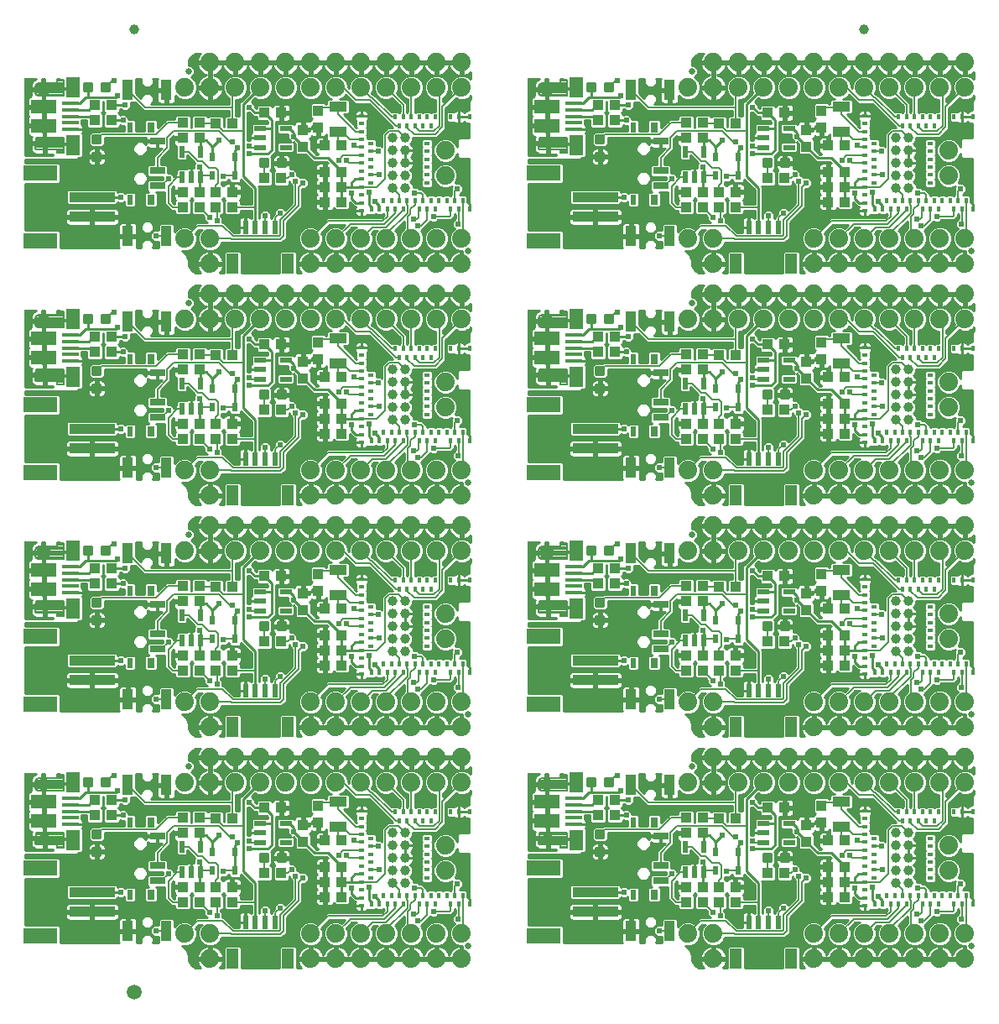
<source format=gtl>
G75*
%MOIN*%
%OFA0B0*%
%FSLAX25Y25*%
%IPPOS*%
%LPD*%
%AMOC8*
5,1,8,0,0,1.08239X$1,22.5*
%
%ADD10R,0.04331X0.03937*%
%ADD11C,0.01181*%
%ADD12R,0.06890X0.01575*%
%ADD13R,0.05748X0.07874*%
%ADD14R,0.09843X0.05610*%
%ADD15C,0.03937*%
%ADD16C,0.04331*%
%ADD17C,0.00800*%
%ADD18R,0.07087X0.03937*%
%ADD19R,0.03937X0.04331*%
%ADD20R,0.01575X0.02362*%
%ADD21R,0.02362X0.01575*%
%ADD22C,0.07400*%
%ADD23R,0.04331X0.07874*%
%ADD24R,0.04724X0.07874*%
%ADD25R,0.02362X0.05315*%
%ADD26R,0.18110X0.03937*%
%ADD27R,0.13386X0.06299*%
%ADD28R,0.02165X0.04724*%
%ADD29R,0.02480X0.03268*%
%ADD30R,0.04724X0.02165*%
%ADD31R,0.05906X0.02756*%
%ADD32R,0.02362X0.03937*%
%ADD33R,0.03150X0.03937*%
%ADD34C,0.02500*%
%ADD35C,0.05906*%
%ADD36C,0.02400*%
%ADD37C,0.01000*%
%ADD38C,0.00600*%
D10*
X0110904Y0056000D03*
X0110904Y0062000D03*
X0117596Y0062000D03*
X0117596Y0056000D03*
X0123904Y0056000D03*
X0123904Y0062000D03*
X0130596Y0062000D03*
X0130596Y0056000D03*
X0143404Y0067500D03*
X0150096Y0067500D03*
X0167404Y0070000D03*
X0167404Y0064000D03*
X0174096Y0064000D03*
X0174096Y0070000D03*
X0174096Y0080500D03*
X0167404Y0080500D03*
X0150096Y0093500D03*
X0143404Y0093500D03*
X0130596Y0089300D03*
X0123904Y0089300D03*
X0117596Y0089500D03*
X0110904Y0089500D03*
X0110904Y0083500D03*
X0117596Y0083500D03*
X0082596Y0090500D03*
X0082596Y0096500D03*
X0075904Y0096500D03*
X0075904Y0090500D03*
X0110904Y0148000D03*
X0117596Y0148000D03*
X0123904Y0148000D03*
X0130596Y0148000D03*
X0130596Y0154000D03*
X0123904Y0154000D03*
X0117596Y0154000D03*
X0110904Y0154000D03*
X0110904Y0175500D03*
X0110904Y0181500D03*
X0117596Y0181500D03*
X0117596Y0175500D03*
X0123904Y0181300D03*
X0130596Y0181300D03*
X0143404Y0185500D03*
X0150096Y0185500D03*
X0167404Y0172500D03*
X0174096Y0172500D03*
X0174096Y0162000D03*
X0167404Y0162000D03*
X0167404Y0156000D03*
X0167404Y0150000D03*
X0174096Y0150000D03*
X0174096Y0156000D03*
X0150096Y0159500D03*
X0143404Y0159500D03*
X0082596Y0182500D03*
X0082596Y0188500D03*
X0075904Y0188500D03*
X0075904Y0182500D03*
X0110904Y0240000D03*
X0117596Y0240000D03*
X0123904Y0240000D03*
X0130596Y0240000D03*
X0130596Y0246000D03*
X0123904Y0246000D03*
X0117596Y0246000D03*
X0110904Y0246000D03*
X0110904Y0267500D03*
X0110904Y0273500D03*
X0117596Y0273500D03*
X0117596Y0267500D03*
X0123904Y0273300D03*
X0130596Y0273300D03*
X0143404Y0277500D03*
X0150096Y0277500D03*
X0167404Y0264500D03*
X0174096Y0264500D03*
X0174096Y0254000D03*
X0167404Y0254000D03*
X0167404Y0248000D03*
X0167404Y0242000D03*
X0174096Y0242000D03*
X0174096Y0248000D03*
X0150096Y0251500D03*
X0143404Y0251500D03*
X0082596Y0274500D03*
X0082596Y0280500D03*
X0075904Y0280500D03*
X0075904Y0274500D03*
X0110904Y0332000D03*
X0110904Y0338000D03*
X0117596Y0338000D03*
X0117596Y0332000D03*
X0123904Y0332000D03*
X0123904Y0338000D03*
X0130596Y0338000D03*
X0130596Y0332000D03*
X0143404Y0343500D03*
X0150096Y0343500D03*
X0167404Y0346000D03*
X0167404Y0340000D03*
X0174096Y0340000D03*
X0174096Y0346000D03*
X0174096Y0356500D03*
X0167404Y0356500D03*
X0150096Y0369500D03*
X0143404Y0369500D03*
X0130596Y0365300D03*
X0123904Y0365300D03*
X0117596Y0365500D03*
X0110904Y0365500D03*
X0110904Y0359500D03*
X0117596Y0359500D03*
X0082596Y0366500D03*
X0082596Y0372500D03*
X0075904Y0372500D03*
X0075904Y0366500D03*
X0167404Y0334000D03*
X0174096Y0334000D03*
X0275904Y0366500D03*
X0282596Y0366500D03*
X0282596Y0372500D03*
X0275904Y0372500D03*
X0310904Y0365500D03*
X0317596Y0365500D03*
X0317596Y0359500D03*
X0310904Y0359500D03*
X0323904Y0365300D03*
X0330596Y0365300D03*
X0343404Y0369500D03*
X0350096Y0369500D03*
X0367404Y0356500D03*
X0374096Y0356500D03*
X0374096Y0346000D03*
X0374096Y0340000D03*
X0367404Y0340000D03*
X0367404Y0346000D03*
X0367404Y0334000D03*
X0374096Y0334000D03*
X0350096Y0343500D03*
X0343404Y0343500D03*
X0330596Y0338000D03*
X0330596Y0332000D03*
X0323904Y0332000D03*
X0323904Y0338000D03*
X0317596Y0338000D03*
X0317596Y0332000D03*
X0310904Y0332000D03*
X0310904Y0338000D03*
X0282596Y0280500D03*
X0275904Y0280500D03*
X0275904Y0274500D03*
X0282596Y0274500D03*
X0310904Y0273500D03*
X0310904Y0267500D03*
X0317596Y0267500D03*
X0317596Y0273500D03*
X0323904Y0273300D03*
X0330596Y0273300D03*
X0343404Y0277500D03*
X0350096Y0277500D03*
X0367404Y0264500D03*
X0374096Y0264500D03*
X0374096Y0254000D03*
X0367404Y0254000D03*
X0367404Y0248000D03*
X0367404Y0242000D03*
X0374096Y0242000D03*
X0374096Y0248000D03*
X0350096Y0251500D03*
X0343404Y0251500D03*
X0330596Y0246000D03*
X0323904Y0246000D03*
X0323904Y0240000D03*
X0330596Y0240000D03*
X0317596Y0240000D03*
X0310904Y0240000D03*
X0310904Y0246000D03*
X0317596Y0246000D03*
X0282596Y0188500D03*
X0282596Y0182500D03*
X0275904Y0182500D03*
X0275904Y0188500D03*
X0310904Y0181500D03*
X0310904Y0175500D03*
X0317596Y0175500D03*
X0317596Y0181500D03*
X0323904Y0181300D03*
X0330596Y0181300D03*
X0343404Y0185500D03*
X0350096Y0185500D03*
X0367404Y0172500D03*
X0374096Y0172500D03*
X0374096Y0162000D03*
X0367404Y0162000D03*
X0367404Y0156000D03*
X0367404Y0150000D03*
X0374096Y0150000D03*
X0374096Y0156000D03*
X0350096Y0159500D03*
X0343404Y0159500D03*
X0330596Y0154000D03*
X0323904Y0154000D03*
X0323904Y0148000D03*
X0330596Y0148000D03*
X0317596Y0148000D03*
X0310904Y0148000D03*
X0310904Y0154000D03*
X0317596Y0154000D03*
X0343404Y0093500D03*
X0350096Y0093500D03*
X0330596Y0089300D03*
X0323904Y0089300D03*
X0317596Y0089500D03*
X0310904Y0089500D03*
X0310904Y0083500D03*
X0317596Y0083500D03*
X0317596Y0062000D03*
X0317596Y0056000D03*
X0310904Y0056000D03*
X0310904Y0062000D03*
X0323904Y0062000D03*
X0323904Y0056000D03*
X0330596Y0056000D03*
X0330596Y0062000D03*
X0343404Y0067500D03*
X0350096Y0067500D03*
X0367404Y0070000D03*
X0367404Y0064000D03*
X0374096Y0064000D03*
X0374096Y0070000D03*
X0374096Y0080500D03*
X0367404Y0080500D03*
X0367404Y0058000D03*
X0374096Y0058000D03*
X0282596Y0090500D03*
X0282596Y0096500D03*
X0275904Y0096500D03*
X0275904Y0090500D03*
X0174096Y0058000D03*
X0167404Y0058000D03*
D11*
X0148825Y0072122D02*
X0148825Y0074878D01*
X0151581Y0074878D01*
X0151581Y0072122D01*
X0148825Y0072122D01*
X0148825Y0073244D02*
X0151581Y0073244D01*
X0151581Y0074366D02*
X0148825Y0074366D01*
X0141919Y0074878D02*
X0141919Y0072122D01*
X0141919Y0074878D02*
X0144675Y0074878D01*
X0144675Y0072122D01*
X0141919Y0072122D01*
X0141919Y0073244D02*
X0144675Y0073244D01*
X0144675Y0074366D02*
X0141919Y0074366D01*
X0078128Y0077425D02*
X0075372Y0077425D01*
X0078128Y0077425D02*
X0078128Y0074669D01*
X0075372Y0074669D01*
X0075372Y0077425D01*
X0075372Y0075791D02*
X0078128Y0075791D01*
X0078128Y0076913D02*
X0075372Y0076913D01*
X0075372Y0084331D02*
X0078128Y0084331D01*
X0078128Y0081575D01*
X0075372Y0081575D01*
X0075372Y0084331D01*
X0075372Y0082697D02*
X0078128Y0082697D01*
X0078128Y0083819D02*
X0075372Y0083819D01*
X0071919Y0102122D02*
X0071919Y0104878D01*
X0074675Y0104878D01*
X0074675Y0102122D01*
X0071919Y0102122D01*
X0071919Y0103244D02*
X0074675Y0103244D01*
X0074675Y0104366D02*
X0071919Y0104366D01*
X0078825Y0104878D02*
X0078825Y0102122D01*
X0078825Y0104878D02*
X0081581Y0104878D01*
X0081581Y0102122D01*
X0078825Y0102122D01*
X0078825Y0103244D02*
X0081581Y0103244D01*
X0081581Y0104366D02*
X0078825Y0104366D01*
X0078128Y0169425D02*
X0075372Y0169425D01*
X0078128Y0169425D02*
X0078128Y0166669D01*
X0075372Y0166669D01*
X0075372Y0169425D01*
X0075372Y0167791D02*
X0078128Y0167791D01*
X0078128Y0168913D02*
X0075372Y0168913D01*
X0075372Y0176331D02*
X0078128Y0176331D01*
X0078128Y0173575D01*
X0075372Y0173575D01*
X0075372Y0176331D01*
X0075372Y0174697D02*
X0078128Y0174697D01*
X0078128Y0175819D02*
X0075372Y0175819D01*
X0071919Y0194122D02*
X0071919Y0196878D01*
X0074675Y0196878D01*
X0074675Y0194122D01*
X0071919Y0194122D01*
X0071919Y0195244D02*
X0074675Y0195244D01*
X0074675Y0196366D02*
X0071919Y0196366D01*
X0078825Y0196878D02*
X0078825Y0194122D01*
X0078825Y0196878D02*
X0081581Y0196878D01*
X0081581Y0194122D01*
X0078825Y0194122D01*
X0078825Y0195244D02*
X0081581Y0195244D01*
X0081581Y0196366D02*
X0078825Y0196366D01*
X0141919Y0166878D02*
X0141919Y0164122D01*
X0141919Y0166878D02*
X0144675Y0166878D01*
X0144675Y0164122D01*
X0141919Y0164122D01*
X0141919Y0165244D02*
X0144675Y0165244D01*
X0144675Y0166366D02*
X0141919Y0166366D01*
X0148825Y0166878D02*
X0148825Y0164122D01*
X0148825Y0166878D02*
X0151581Y0166878D01*
X0151581Y0164122D01*
X0148825Y0164122D01*
X0148825Y0165244D02*
X0151581Y0165244D01*
X0151581Y0166366D02*
X0148825Y0166366D01*
X0148825Y0256122D02*
X0148825Y0258878D01*
X0151581Y0258878D01*
X0151581Y0256122D01*
X0148825Y0256122D01*
X0148825Y0257244D02*
X0151581Y0257244D01*
X0151581Y0258366D02*
X0148825Y0258366D01*
X0141919Y0258878D02*
X0141919Y0256122D01*
X0141919Y0258878D02*
X0144675Y0258878D01*
X0144675Y0256122D01*
X0141919Y0256122D01*
X0141919Y0257244D02*
X0144675Y0257244D01*
X0144675Y0258366D02*
X0141919Y0258366D01*
X0078128Y0261425D02*
X0075372Y0261425D01*
X0078128Y0261425D02*
X0078128Y0258669D01*
X0075372Y0258669D01*
X0075372Y0261425D01*
X0075372Y0259791D02*
X0078128Y0259791D01*
X0078128Y0260913D02*
X0075372Y0260913D01*
X0075372Y0268331D02*
X0078128Y0268331D01*
X0078128Y0265575D01*
X0075372Y0265575D01*
X0075372Y0268331D01*
X0075372Y0266697D02*
X0078128Y0266697D01*
X0078128Y0267819D02*
X0075372Y0267819D01*
X0071919Y0286122D02*
X0071919Y0288878D01*
X0074675Y0288878D01*
X0074675Y0286122D01*
X0071919Y0286122D01*
X0071919Y0287244D02*
X0074675Y0287244D01*
X0074675Y0288366D02*
X0071919Y0288366D01*
X0078825Y0288878D02*
X0078825Y0286122D01*
X0078825Y0288878D02*
X0081581Y0288878D01*
X0081581Y0286122D01*
X0078825Y0286122D01*
X0078825Y0287244D02*
X0081581Y0287244D01*
X0081581Y0288366D02*
X0078825Y0288366D01*
X0141919Y0348122D02*
X0141919Y0350878D01*
X0144675Y0350878D01*
X0144675Y0348122D01*
X0141919Y0348122D01*
X0141919Y0349244D02*
X0144675Y0349244D01*
X0144675Y0350366D02*
X0141919Y0350366D01*
X0148825Y0350878D02*
X0148825Y0348122D01*
X0148825Y0350878D02*
X0151581Y0350878D01*
X0151581Y0348122D01*
X0148825Y0348122D01*
X0148825Y0349244D02*
X0151581Y0349244D01*
X0151581Y0350366D02*
X0148825Y0350366D01*
X0078128Y0353425D02*
X0075372Y0353425D01*
X0078128Y0353425D02*
X0078128Y0350669D01*
X0075372Y0350669D01*
X0075372Y0353425D01*
X0075372Y0351791D02*
X0078128Y0351791D01*
X0078128Y0352913D02*
X0075372Y0352913D01*
X0075372Y0360331D02*
X0078128Y0360331D01*
X0078128Y0357575D01*
X0075372Y0357575D01*
X0075372Y0360331D01*
X0075372Y0358697D02*
X0078128Y0358697D01*
X0078128Y0359819D02*
X0075372Y0359819D01*
X0071919Y0378122D02*
X0071919Y0380878D01*
X0074675Y0380878D01*
X0074675Y0378122D01*
X0071919Y0378122D01*
X0071919Y0379244D02*
X0074675Y0379244D01*
X0074675Y0380366D02*
X0071919Y0380366D01*
X0078825Y0380878D02*
X0078825Y0378122D01*
X0078825Y0380878D02*
X0081581Y0380878D01*
X0081581Y0378122D01*
X0078825Y0378122D01*
X0078825Y0379244D02*
X0081581Y0379244D01*
X0081581Y0380366D02*
X0078825Y0380366D01*
X0271919Y0380878D02*
X0271919Y0378122D01*
X0271919Y0380878D02*
X0274675Y0380878D01*
X0274675Y0378122D01*
X0271919Y0378122D01*
X0271919Y0379244D02*
X0274675Y0379244D01*
X0274675Y0380366D02*
X0271919Y0380366D01*
X0278825Y0380878D02*
X0278825Y0378122D01*
X0278825Y0380878D02*
X0281581Y0380878D01*
X0281581Y0378122D01*
X0278825Y0378122D01*
X0278825Y0379244D02*
X0281581Y0379244D01*
X0281581Y0380366D02*
X0278825Y0380366D01*
X0278128Y0360331D02*
X0275372Y0360331D01*
X0278128Y0360331D02*
X0278128Y0357575D01*
X0275372Y0357575D01*
X0275372Y0360331D01*
X0275372Y0358697D02*
X0278128Y0358697D01*
X0278128Y0359819D02*
X0275372Y0359819D01*
X0275372Y0353425D02*
X0278128Y0353425D01*
X0278128Y0350669D01*
X0275372Y0350669D01*
X0275372Y0353425D01*
X0275372Y0351791D02*
X0278128Y0351791D01*
X0278128Y0352913D02*
X0275372Y0352913D01*
X0341919Y0350878D02*
X0341919Y0348122D01*
X0341919Y0350878D02*
X0344675Y0350878D01*
X0344675Y0348122D01*
X0341919Y0348122D01*
X0341919Y0349244D02*
X0344675Y0349244D01*
X0344675Y0350366D02*
X0341919Y0350366D01*
X0348825Y0350878D02*
X0348825Y0348122D01*
X0348825Y0350878D02*
X0351581Y0350878D01*
X0351581Y0348122D01*
X0348825Y0348122D01*
X0348825Y0349244D02*
X0351581Y0349244D01*
X0351581Y0350366D02*
X0348825Y0350366D01*
X0278825Y0288878D02*
X0278825Y0286122D01*
X0278825Y0288878D02*
X0281581Y0288878D01*
X0281581Y0286122D01*
X0278825Y0286122D01*
X0278825Y0287244D02*
X0281581Y0287244D01*
X0281581Y0288366D02*
X0278825Y0288366D01*
X0271919Y0288878D02*
X0271919Y0286122D01*
X0271919Y0288878D02*
X0274675Y0288878D01*
X0274675Y0286122D01*
X0271919Y0286122D01*
X0271919Y0287244D02*
X0274675Y0287244D01*
X0274675Y0288366D02*
X0271919Y0288366D01*
X0275372Y0268331D02*
X0278128Y0268331D01*
X0278128Y0265575D01*
X0275372Y0265575D01*
X0275372Y0268331D01*
X0275372Y0266697D02*
X0278128Y0266697D01*
X0278128Y0267819D02*
X0275372Y0267819D01*
X0275372Y0261425D02*
X0278128Y0261425D01*
X0278128Y0258669D01*
X0275372Y0258669D01*
X0275372Y0261425D01*
X0275372Y0259791D02*
X0278128Y0259791D01*
X0278128Y0260913D02*
X0275372Y0260913D01*
X0341919Y0258878D02*
X0341919Y0256122D01*
X0341919Y0258878D02*
X0344675Y0258878D01*
X0344675Y0256122D01*
X0341919Y0256122D01*
X0341919Y0257244D02*
X0344675Y0257244D01*
X0344675Y0258366D02*
X0341919Y0258366D01*
X0348825Y0258878D02*
X0348825Y0256122D01*
X0348825Y0258878D02*
X0351581Y0258878D01*
X0351581Y0256122D01*
X0348825Y0256122D01*
X0348825Y0257244D02*
X0351581Y0257244D01*
X0351581Y0258366D02*
X0348825Y0258366D01*
X0278825Y0196878D02*
X0278825Y0194122D01*
X0278825Y0196878D02*
X0281581Y0196878D01*
X0281581Y0194122D01*
X0278825Y0194122D01*
X0278825Y0195244D02*
X0281581Y0195244D01*
X0281581Y0196366D02*
X0278825Y0196366D01*
X0271919Y0196878D02*
X0271919Y0194122D01*
X0271919Y0196878D02*
X0274675Y0196878D01*
X0274675Y0194122D01*
X0271919Y0194122D01*
X0271919Y0195244D02*
X0274675Y0195244D01*
X0274675Y0196366D02*
X0271919Y0196366D01*
X0275372Y0176331D02*
X0278128Y0176331D01*
X0278128Y0173575D01*
X0275372Y0173575D01*
X0275372Y0176331D01*
X0275372Y0174697D02*
X0278128Y0174697D01*
X0278128Y0175819D02*
X0275372Y0175819D01*
X0275372Y0169425D02*
X0278128Y0169425D01*
X0278128Y0166669D01*
X0275372Y0166669D01*
X0275372Y0169425D01*
X0275372Y0167791D02*
X0278128Y0167791D01*
X0278128Y0168913D02*
X0275372Y0168913D01*
X0341919Y0166878D02*
X0341919Y0164122D01*
X0341919Y0166878D02*
X0344675Y0166878D01*
X0344675Y0164122D01*
X0341919Y0164122D01*
X0341919Y0165244D02*
X0344675Y0165244D01*
X0344675Y0166366D02*
X0341919Y0166366D01*
X0348825Y0166878D02*
X0348825Y0164122D01*
X0348825Y0166878D02*
X0351581Y0166878D01*
X0351581Y0164122D01*
X0348825Y0164122D01*
X0348825Y0165244D02*
X0351581Y0165244D01*
X0351581Y0166366D02*
X0348825Y0166366D01*
X0278825Y0104878D02*
X0278825Y0102122D01*
X0278825Y0104878D02*
X0281581Y0104878D01*
X0281581Y0102122D01*
X0278825Y0102122D01*
X0278825Y0103244D02*
X0281581Y0103244D01*
X0281581Y0104366D02*
X0278825Y0104366D01*
X0271919Y0104878D02*
X0271919Y0102122D01*
X0271919Y0104878D02*
X0274675Y0104878D01*
X0274675Y0102122D01*
X0271919Y0102122D01*
X0271919Y0103244D02*
X0274675Y0103244D01*
X0274675Y0104366D02*
X0271919Y0104366D01*
X0275372Y0084331D02*
X0278128Y0084331D01*
X0278128Y0081575D01*
X0275372Y0081575D01*
X0275372Y0084331D01*
X0275372Y0082697D02*
X0278128Y0082697D01*
X0278128Y0083819D02*
X0275372Y0083819D01*
X0275372Y0077425D02*
X0278128Y0077425D01*
X0278128Y0074669D01*
X0275372Y0074669D01*
X0275372Y0077425D01*
X0275372Y0075791D02*
X0278128Y0075791D01*
X0278128Y0076913D02*
X0275372Y0076913D01*
X0341919Y0074878D02*
X0341919Y0072122D01*
X0341919Y0074878D02*
X0344675Y0074878D01*
X0344675Y0072122D01*
X0341919Y0072122D01*
X0341919Y0073244D02*
X0344675Y0073244D01*
X0344675Y0074366D02*
X0341919Y0074366D01*
X0348825Y0074878D02*
X0348825Y0072122D01*
X0348825Y0074878D02*
X0351581Y0074878D01*
X0351581Y0072122D01*
X0348825Y0072122D01*
X0348825Y0073244D02*
X0351581Y0073244D01*
X0351581Y0074366D02*
X0348825Y0074366D01*
D12*
X0266250Y0086982D03*
X0266250Y0089541D03*
X0266250Y0092100D03*
X0266250Y0094659D03*
X0266250Y0097218D03*
X0266250Y0178982D03*
X0266250Y0181541D03*
X0266250Y0184100D03*
X0266250Y0186659D03*
X0266250Y0189218D03*
X0266250Y0270982D03*
X0266250Y0273541D03*
X0266250Y0276100D03*
X0266250Y0278659D03*
X0266250Y0281218D03*
X0266250Y0362982D03*
X0266250Y0365541D03*
X0266250Y0368100D03*
X0266250Y0370659D03*
X0266250Y0373218D03*
X0066250Y0373218D03*
X0066250Y0370659D03*
X0066250Y0368100D03*
X0066250Y0365541D03*
X0066250Y0362982D03*
X0066250Y0281218D03*
X0066250Y0278659D03*
X0066250Y0276100D03*
X0066250Y0273541D03*
X0066250Y0270982D03*
X0066250Y0189218D03*
X0066250Y0186659D03*
X0066250Y0184100D03*
X0066250Y0181541D03*
X0066250Y0178982D03*
X0066250Y0097218D03*
X0066250Y0094659D03*
X0066250Y0092100D03*
X0066250Y0089541D03*
X0066250Y0086982D03*
D13*
X0067333Y0080683D03*
X0067333Y0103517D03*
X0067333Y0172683D03*
X0067333Y0195517D03*
X0067333Y0264683D03*
X0067333Y0287517D03*
X0067333Y0356683D03*
X0067333Y0379517D03*
X0267333Y0379517D03*
X0267333Y0356683D03*
X0267333Y0287517D03*
X0267333Y0264683D03*
X0267333Y0195517D03*
X0267333Y0172683D03*
X0267333Y0103517D03*
X0267333Y0080683D03*
D14*
X0255719Y0088311D03*
X0255719Y0095889D03*
X0255719Y0180311D03*
X0255719Y0187889D03*
X0255719Y0272311D03*
X0255719Y0279889D03*
X0255719Y0364311D03*
X0255719Y0371889D03*
X0055719Y0371889D03*
X0055719Y0364311D03*
X0055719Y0279889D03*
X0055719Y0272311D03*
X0055719Y0187889D03*
X0055719Y0180311D03*
X0055719Y0095889D03*
X0055719Y0088311D03*
D15*
X0056112Y0081470D03*
X0056112Y0173470D03*
X0056112Y0265470D03*
X0056112Y0357470D03*
X0091750Y0402750D03*
X0194250Y0359500D03*
X0194250Y0354500D03*
X0194250Y0349500D03*
X0194250Y0344500D03*
X0194250Y0339500D03*
X0199250Y0339500D03*
X0199250Y0344500D03*
X0199250Y0349500D03*
X0199250Y0354500D03*
X0199250Y0359500D03*
X0256112Y0357470D03*
X0199250Y0267500D03*
X0199250Y0262500D03*
X0194250Y0262500D03*
X0194250Y0267500D03*
X0194250Y0257500D03*
X0194250Y0252500D03*
X0194250Y0247500D03*
X0199250Y0247500D03*
X0199250Y0252500D03*
X0199250Y0257500D03*
X0256112Y0265470D03*
X0256112Y0173470D03*
X0199250Y0175500D03*
X0199250Y0170500D03*
X0199250Y0165500D03*
X0194250Y0165500D03*
X0194250Y0170500D03*
X0194250Y0175500D03*
X0194250Y0160500D03*
X0194250Y0155500D03*
X0199250Y0155500D03*
X0199250Y0160500D03*
X0199250Y0083500D03*
X0199250Y0078500D03*
X0199250Y0073500D03*
X0199250Y0068500D03*
X0199250Y0063500D03*
X0194250Y0063500D03*
X0194250Y0068500D03*
X0194250Y0073500D03*
X0194250Y0078500D03*
X0194250Y0083500D03*
X0256112Y0081470D03*
X0394250Y0083500D03*
X0394250Y0078500D03*
X0394250Y0073500D03*
X0394250Y0068500D03*
X0394250Y0063500D03*
X0399250Y0063500D03*
X0399250Y0068500D03*
X0399250Y0073500D03*
X0399250Y0078500D03*
X0399250Y0083500D03*
X0399250Y0155500D03*
X0399250Y0160500D03*
X0394250Y0160500D03*
X0394250Y0155500D03*
X0394250Y0165500D03*
X0394250Y0170500D03*
X0394250Y0175500D03*
X0399250Y0175500D03*
X0399250Y0170500D03*
X0399250Y0165500D03*
X0399250Y0247500D03*
X0399250Y0252500D03*
X0399250Y0257500D03*
X0394250Y0257500D03*
X0394250Y0252500D03*
X0394250Y0247500D03*
X0394250Y0262500D03*
X0394250Y0267500D03*
X0399250Y0267500D03*
X0399250Y0262500D03*
X0399250Y0339500D03*
X0399250Y0344500D03*
X0399250Y0349500D03*
X0399250Y0354500D03*
X0399250Y0359500D03*
X0394250Y0359500D03*
X0394250Y0354500D03*
X0394250Y0349500D03*
X0394250Y0344500D03*
X0394250Y0339500D03*
X0381750Y0402750D03*
D16*
X0256286Y0378854D02*
X0254710Y0378854D01*
X0254710Y0378854D01*
X0256286Y0378854D01*
X0256286Y0378854D01*
X0256286Y0286854D02*
X0254710Y0286854D01*
X0254710Y0286854D01*
X0256286Y0286854D01*
X0256286Y0286854D01*
X0256286Y0194854D02*
X0254710Y0194854D01*
X0254710Y0194854D01*
X0256286Y0194854D01*
X0256286Y0194854D01*
X0256286Y0102854D02*
X0254710Y0102854D01*
X0254710Y0102854D01*
X0256286Y0102854D01*
X0256286Y0102854D01*
X0056286Y0102854D02*
X0054710Y0102854D01*
X0054710Y0102854D01*
X0056286Y0102854D01*
X0056286Y0102854D01*
X0056286Y0194854D02*
X0054710Y0194854D01*
X0054710Y0194854D01*
X0056286Y0194854D01*
X0056286Y0194854D01*
X0056286Y0286854D02*
X0054710Y0286854D01*
X0054710Y0286854D01*
X0056286Y0286854D01*
X0056286Y0286854D01*
X0056286Y0378854D02*
X0054710Y0378854D01*
X0054710Y0378854D01*
X0056286Y0378854D01*
X0056286Y0378854D01*
D17*
X0053593Y0381289D02*
X0053291Y0381206D01*
X0053016Y0381059D01*
X0052781Y0380853D01*
X0052597Y0380601D01*
X0052474Y0380314D01*
X0052417Y0380007D01*
X0052431Y0379694D01*
X0052431Y0377332D01*
X0052487Y0377065D01*
X0052610Y0376821D01*
X0052792Y0376618D01*
X0053021Y0376468D01*
X0053280Y0376383D01*
X0053553Y0376368D01*
X0063553Y0376348D01*
X0063553Y0382765D01*
X0061033Y0382785D01*
X0061033Y0381309D01*
X0053593Y0381289D01*
X0052628Y0380643D02*
X0063553Y0380643D01*
X0063553Y0379845D02*
X0052425Y0379845D01*
X0052431Y0379046D02*
X0063553Y0379046D01*
X0063553Y0378248D02*
X0052431Y0378248D01*
X0052431Y0377449D02*
X0063553Y0377449D01*
X0063553Y0376651D02*
X0052763Y0376651D01*
X0061033Y0381442D02*
X0063553Y0381442D01*
X0063553Y0382241D02*
X0061033Y0382241D01*
X0063553Y0359687D02*
X0053278Y0359687D01*
X0053072Y0359663D01*
X0052879Y0359587D01*
X0052713Y0359464D01*
X0052584Y0359302D01*
X0052501Y0359112D01*
X0052470Y0358907D01*
X0052372Y0355502D01*
X0052385Y0355341D01*
X0052447Y0355193D01*
X0052551Y0355071D01*
X0052688Y0354988D01*
X0052844Y0354950D01*
X0061053Y0354950D01*
X0061053Y0353462D01*
X0063553Y0353462D01*
X0063553Y0359687D01*
X0063553Y0359084D02*
X0052497Y0359084D01*
X0052452Y0358285D02*
X0063553Y0358285D01*
X0063553Y0357487D02*
X0052429Y0357487D01*
X0052406Y0356688D02*
X0063553Y0356688D01*
X0063553Y0355890D02*
X0052383Y0355890D01*
X0052534Y0355091D02*
X0063553Y0355091D01*
X0063553Y0354293D02*
X0061053Y0354293D01*
X0061053Y0353494D02*
X0063553Y0353494D01*
X0063553Y0290765D02*
X0063553Y0284348D01*
X0053553Y0284368D01*
X0053280Y0284383D01*
X0053021Y0284468D01*
X0052792Y0284618D01*
X0052610Y0284821D01*
X0052487Y0285065D01*
X0052431Y0285332D01*
X0052431Y0287694D01*
X0052417Y0288007D01*
X0052474Y0288314D01*
X0052597Y0288601D01*
X0052781Y0288853D01*
X0053016Y0289059D01*
X0053291Y0289206D01*
X0053593Y0289289D01*
X0061033Y0289309D01*
X0061033Y0290785D01*
X0063553Y0290765D01*
X0063553Y0290412D02*
X0061033Y0290412D01*
X0061033Y0289613D02*
X0063553Y0289613D01*
X0063553Y0288815D02*
X0052752Y0288815D01*
X0052419Y0288016D02*
X0063553Y0288016D01*
X0063553Y0287218D02*
X0052431Y0287218D01*
X0052431Y0286419D02*
X0063553Y0286419D01*
X0063553Y0285621D02*
X0052431Y0285621D01*
X0052610Y0284822D02*
X0063553Y0284822D01*
X0063553Y0267687D02*
X0053278Y0267687D01*
X0053072Y0267663D01*
X0052879Y0267587D01*
X0052713Y0267464D01*
X0052584Y0267302D01*
X0052501Y0267112D01*
X0052470Y0266907D01*
X0052372Y0263502D01*
X0052385Y0263341D01*
X0052447Y0263193D01*
X0052551Y0263071D01*
X0052688Y0262988D01*
X0052844Y0262950D01*
X0061053Y0262950D01*
X0061053Y0261462D01*
X0063553Y0261462D01*
X0063553Y0267687D01*
X0063553Y0267255D02*
X0052563Y0267255D01*
X0052457Y0266456D02*
X0063553Y0266456D01*
X0063553Y0265658D02*
X0052434Y0265658D01*
X0052411Y0264859D02*
X0063553Y0264859D01*
X0063553Y0264061D02*
X0052388Y0264061D01*
X0052418Y0263262D02*
X0063553Y0263262D01*
X0063553Y0262464D02*
X0061053Y0262464D01*
X0061053Y0261665D02*
X0063553Y0261665D01*
X0063553Y0198765D02*
X0063553Y0192348D01*
X0053553Y0192368D01*
X0053280Y0192383D01*
X0053021Y0192468D01*
X0052792Y0192618D01*
X0052610Y0192821D01*
X0052487Y0193065D01*
X0052431Y0193332D01*
X0052431Y0195694D01*
X0052417Y0196007D01*
X0052474Y0196314D01*
X0052597Y0196601D01*
X0052781Y0196853D01*
X0053016Y0197059D01*
X0053291Y0197206D01*
X0053593Y0197289D01*
X0061033Y0197309D01*
X0061033Y0198785D01*
X0063553Y0198765D01*
X0063553Y0198583D02*
X0061033Y0198583D01*
X0061033Y0197784D02*
X0063553Y0197784D01*
X0063553Y0196986D02*
X0052933Y0196986D01*
X0052451Y0196187D02*
X0063553Y0196187D01*
X0063553Y0195389D02*
X0052431Y0195389D01*
X0052431Y0194590D02*
X0063553Y0194590D01*
X0063553Y0193792D02*
X0052431Y0193792D01*
X0052523Y0192993D02*
X0063553Y0192993D01*
X0063553Y0175687D02*
X0053278Y0175687D01*
X0053072Y0175663D01*
X0052879Y0175587D01*
X0052713Y0175464D01*
X0052584Y0175302D01*
X0052501Y0175112D01*
X0052470Y0174907D01*
X0052372Y0171502D01*
X0052385Y0171341D01*
X0052447Y0171193D01*
X0052551Y0171071D01*
X0052688Y0170988D01*
X0052844Y0170950D01*
X0061053Y0170950D01*
X0061053Y0169462D01*
X0063553Y0169462D01*
X0063553Y0175687D01*
X0063553Y0175426D02*
X0052682Y0175426D01*
X0052462Y0174628D02*
X0063553Y0174628D01*
X0063553Y0173829D02*
X0052439Y0173829D01*
X0052416Y0173031D02*
X0063553Y0173031D01*
X0063553Y0172232D02*
X0052393Y0172232D01*
X0052378Y0171434D02*
X0063553Y0171434D01*
X0063553Y0170635D02*
X0061053Y0170635D01*
X0061053Y0169837D02*
X0063553Y0169837D01*
X0063553Y0106765D02*
X0063553Y0100348D01*
X0053553Y0100368D01*
X0053280Y0100383D01*
X0053021Y0100468D01*
X0052792Y0100618D01*
X0052610Y0100821D01*
X0052487Y0101065D01*
X0052431Y0101332D01*
X0052431Y0103694D01*
X0052417Y0104007D01*
X0052474Y0104314D01*
X0052597Y0104601D01*
X0052781Y0104853D01*
X0053016Y0105059D01*
X0053291Y0105206D01*
X0053593Y0105289D01*
X0061033Y0105309D01*
X0061033Y0106785D01*
X0063553Y0106765D01*
X0063553Y0106754D02*
X0061033Y0106754D01*
X0061033Y0105956D02*
X0063553Y0105956D01*
X0063553Y0105157D02*
X0053200Y0105157D01*
X0052493Y0104359D02*
X0063553Y0104359D01*
X0063553Y0103560D02*
X0052431Y0103560D01*
X0052431Y0102762D02*
X0063553Y0102762D01*
X0063553Y0101963D02*
X0052431Y0101963D01*
X0052466Y0101165D02*
X0063553Y0101165D01*
X0063553Y0100366D02*
X0054416Y0100366D01*
X0053278Y0083687D02*
X0063553Y0083687D01*
X0063553Y0077462D01*
X0061053Y0077462D01*
X0061053Y0078950D01*
X0052844Y0078950D01*
X0052688Y0078988D01*
X0052551Y0079071D01*
X0052447Y0079193D01*
X0052385Y0079341D01*
X0052372Y0079502D01*
X0052470Y0082907D01*
X0052501Y0083112D01*
X0052584Y0083302D01*
X0052713Y0083464D01*
X0052879Y0083587D01*
X0053072Y0083663D01*
X0053278Y0083687D01*
X0052905Y0083597D02*
X0063553Y0083597D01*
X0063553Y0082799D02*
X0052467Y0082799D01*
X0052444Y0082000D02*
X0063553Y0082000D01*
X0063553Y0081202D02*
X0052421Y0081202D01*
X0052398Y0080403D02*
X0063553Y0080403D01*
X0063553Y0079605D02*
X0052375Y0079605D01*
X0061053Y0078806D02*
X0063553Y0078806D01*
X0063553Y0078008D02*
X0061053Y0078008D01*
X0252372Y0079502D02*
X0252470Y0082907D01*
X0252501Y0083112D01*
X0252584Y0083302D01*
X0252713Y0083464D01*
X0252879Y0083587D01*
X0253072Y0083663D01*
X0253278Y0083687D01*
X0263553Y0083687D01*
X0263553Y0077462D01*
X0261053Y0077462D01*
X0261053Y0078950D01*
X0252844Y0078950D01*
X0252688Y0078988D01*
X0252551Y0079071D01*
X0252447Y0079193D01*
X0252385Y0079341D01*
X0252372Y0079502D01*
X0252375Y0079605D02*
X0263553Y0079605D01*
X0263553Y0080403D02*
X0252398Y0080403D01*
X0252421Y0081202D02*
X0263553Y0081202D01*
X0263553Y0082000D02*
X0252444Y0082000D01*
X0252467Y0082799D02*
X0263553Y0082799D01*
X0263553Y0083597D02*
X0252905Y0083597D01*
X0261053Y0078806D02*
X0263553Y0078806D01*
X0263553Y0078008D02*
X0261053Y0078008D01*
X0263553Y0100348D02*
X0253553Y0100368D01*
X0253280Y0100383D01*
X0253021Y0100468D01*
X0252792Y0100618D01*
X0252610Y0100821D01*
X0252487Y0101065D01*
X0252431Y0101332D01*
X0252431Y0103694D01*
X0252417Y0104007D01*
X0252474Y0104314D01*
X0252597Y0104601D01*
X0252781Y0104853D01*
X0253016Y0105059D01*
X0253291Y0105206D01*
X0253593Y0105289D01*
X0261033Y0105309D01*
X0261033Y0106785D01*
X0263553Y0106765D01*
X0263553Y0100348D01*
X0263553Y0100366D02*
X0254416Y0100366D01*
X0252466Y0101165D02*
X0263553Y0101165D01*
X0263553Y0101963D02*
X0252431Y0101963D01*
X0252431Y0102762D02*
X0263553Y0102762D01*
X0263553Y0103560D02*
X0252431Y0103560D01*
X0252493Y0104359D02*
X0263553Y0104359D01*
X0263553Y0105157D02*
X0253200Y0105157D01*
X0261033Y0105956D02*
X0263553Y0105956D01*
X0263553Y0106754D02*
X0261033Y0106754D01*
X0261053Y0169462D02*
X0261053Y0170950D01*
X0252844Y0170950D01*
X0252688Y0170988D01*
X0252551Y0171071D01*
X0252447Y0171193D01*
X0252385Y0171341D01*
X0252372Y0171502D01*
X0252470Y0174907D01*
X0252501Y0175112D01*
X0252584Y0175302D01*
X0252713Y0175464D01*
X0252879Y0175587D01*
X0253072Y0175663D01*
X0253278Y0175687D01*
X0263553Y0175687D01*
X0263553Y0169462D01*
X0261053Y0169462D01*
X0261053Y0169837D02*
X0263553Y0169837D01*
X0263553Y0170635D02*
X0261053Y0170635D01*
X0263553Y0171434D02*
X0252378Y0171434D01*
X0252393Y0172232D02*
X0263553Y0172232D01*
X0263553Y0173031D02*
X0252416Y0173031D01*
X0252439Y0173829D02*
X0263553Y0173829D01*
X0263553Y0174628D02*
X0252462Y0174628D01*
X0252682Y0175426D02*
X0263553Y0175426D01*
X0263553Y0192348D02*
X0253553Y0192368D01*
X0253280Y0192383D01*
X0253021Y0192468D01*
X0252792Y0192618D01*
X0252610Y0192821D01*
X0252487Y0193065D01*
X0252431Y0193332D01*
X0252431Y0195694D01*
X0252417Y0196007D01*
X0252474Y0196314D01*
X0252597Y0196601D01*
X0252781Y0196853D01*
X0253016Y0197059D01*
X0253291Y0197206D01*
X0253593Y0197289D01*
X0261033Y0197309D01*
X0261033Y0198785D01*
X0263553Y0198765D01*
X0263553Y0192348D01*
X0263553Y0192993D02*
X0252523Y0192993D01*
X0252431Y0193792D02*
X0263553Y0193792D01*
X0263553Y0194590D02*
X0252431Y0194590D01*
X0252431Y0195389D02*
X0263553Y0195389D01*
X0263553Y0196187D02*
X0252451Y0196187D01*
X0252933Y0196986D02*
X0263553Y0196986D01*
X0263553Y0197784D02*
X0261033Y0197784D01*
X0261033Y0198583D02*
X0263553Y0198583D01*
X0263553Y0261462D02*
X0261053Y0261462D01*
X0261053Y0262950D01*
X0252844Y0262950D01*
X0252688Y0262988D01*
X0252551Y0263071D01*
X0252447Y0263193D01*
X0252385Y0263341D01*
X0252372Y0263502D01*
X0252470Y0266907D01*
X0252501Y0267112D01*
X0252584Y0267302D01*
X0252713Y0267464D01*
X0252879Y0267587D01*
X0253072Y0267663D01*
X0253278Y0267687D01*
X0263553Y0267687D01*
X0263553Y0261462D01*
X0263553Y0261665D02*
X0261053Y0261665D01*
X0261053Y0262464D02*
X0263553Y0262464D01*
X0263553Y0263262D02*
X0252418Y0263262D01*
X0252388Y0264061D02*
X0263553Y0264061D01*
X0263553Y0264859D02*
X0252411Y0264859D01*
X0252434Y0265658D02*
X0263553Y0265658D01*
X0263553Y0266456D02*
X0252457Y0266456D01*
X0252563Y0267255D02*
X0263553Y0267255D01*
X0263553Y0284348D02*
X0253553Y0284368D01*
X0253280Y0284383D01*
X0253021Y0284468D01*
X0252792Y0284618D01*
X0252610Y0284821D01*
X0252487Y0285065D01*
X0252431Y0285332D01*
X0252431Y0287694D01*
X0252417Y0288007D01*
X0252474Y0288314D01*
X0252597Y0288601D01*
X0252781Y0288853D01*
X0253016Y0289059D01*
X0253291Y0289206D01*
X0253593Y0289289D01*
X0261033Y0289309D01*
X0261033Y0290785D01*
X0263553Y0290765D01*
X0263553Y0284348D01*
X0263553Y0284822D02*
X0252610Y0284822D01*
X0252431Y0285621D02*
X0263553Y0285621D01*
X0263553Y0286419D02*
X0252431Y0286419D01*
X0252431Y0287218D02*
X0263553Y0287218D01*
X0263553Y0288016D02*
X0252419Y0288016D01*
X0252752Y0288815D02*
X0263553Y0288815D01*
X0263553Y0289613D02*
X0261033Y0289613D01*
X0261033Y0290412D02*
X0263553Y0290412D01*
X0263553Y0353462D02*
X0261053Y0353462D01*
X0261053Y0354950D01*
X0252844Y0354950D01*
X0252688Y0354988D01*
X0252551Y0355071D01*
X0252447Y0355193D01*
X0252385Y0355341D01*
X0252372Y0355502D01*
X0252470Y0358907D01*
X0252501Y0359112D01*
X0252584Y0359302D01*
X0252713Y0359464D01*
X0252879Y0359587D01*
X0253072Y0359663D01*
X0253278Y0359687D01*
X0263553Y0359687D01*
X0263553Y0353462D01*
X0263553Y0353494D02*
X0261053Y0353494D01*
X0261053Y0354293D02*
X0263553Y0354293D01*
X0263553Y0355091D02*
X0252534Y0355091D01*
X0252383Y0355890D02*
X0263553Y0355890D01*
X0263553Y0356688D02*
X0252406Y0356688D01*
X0252429Y0357487D02*
X0263553Y0357487D01*
X0263553Y0358285D02*
X0252452Y0358285D01*
X0252497Y0359084D02*
X0263553Y0359084D01*
X0263553Y0376348D02*
X0253553Y0376368D01*
X0253280Y0376383D01*
X0253021Y0376468D01*
X0252792Y0376618D01*
X0252610Y0376821D01*
X0252487Y0377065D01*
X0252431Y0377332D01*
X0252431Y0379694D01*
X0252417Y0380007D01*
X0252474Y0380314D01*
X0252597Y0380601D01*
X0252781Y0380853D01*
X0253016Y0381059D01*
X0253291Y0381206D01*
X0253593Y0381289D01*
X0261033Y0381309D01*
X0261033Y0382785D01*
X0263553Y0382765D01*
X0263553Y0376348D01*
X0263553Y0376651D02*
X0252763Y0376651D01*
X0252431Y0377449D02*
X0263553Y0377449D01*
X0263553Y0378248D02*
X0252431Y0378248D01*
X0252431Y0379046D02*
X0263553Y0379046D01*
X0263553Y0379845D02*
X0252425Y0379845D01*
X0252628Y0380643D02*
X0263553Y0380643D01*
X0263553Y0381442D02*
X0261033Y0381442D01*
X0261033Y0382241D02*
X0263553Y0382241D01*
D18*
X0172750Y0371921D03*
X0172750Y0362079D03*
X0172750Y0279921D03*
X0172750Y0270079D03*
X0172750Y0187921D03*
X0172750Y0178079D03*
X0172750Y0095921D03*
X0172750Y0086079D03*
X0372750Y0086079D03*
X0372750Y0095921D03*
X0372750Y0178079D03*
X0372750Y0187921D03*
X0372750Y0270079D03*
X0372750Y0279921D03*
X0372750Y0362079D03*
X0372750Y0371921D03*
D19*
X0364750Y0370346D03*
X0364750Y0363654D03*
X0358750Y0362746D03*
X0358750Y0356054D03*
X0364750Y0278346D03*
X0364750Y0271654D03*
X0358750Y0270746D03*
X0358750Y0264054D03*
X0364750Y0186346D03*
X0364750Y0179654D03*
X0358750Y0178746D03*
X0358750Y0172054D03*
X0364750Y0094346D03*
X0364750Y0087654D03*
X0358750Y0086746D03*
X0358750Y0080054D03*
X0164750Y0087654D03*
X0158750Y0086746D03*
X0158750Y0080054D03*
X0164750Y0094346D03*
X0158750Y0172054D03*
X0158750Y0178746D03*
X0164750Y0179654D03*
X0164750Y0186346D03*
X0158750Y0264054D03*
X0158750Y0270746D03*
X0164750Y0271654D03*
X0164750Y0278346D03*
X0158750Y0356054D03*
X0158750Y0362746D03*
X0164750Y0363654D03*
X0164750Y0370346D03*
D20*
X0195393Y0367807D03*
X0198542Y0367807D03*
X0201692Y0367807D03*
X0204841Y0367807D03*
X0207991Y0367807D03*
X0211141Y0367807D03*
X0209566Y0364264D03*
X0206416Y0364264D03*
X0203267Y0364264D03*
X0200117Y0364264D03*
X0196967Y0364264D03*
X0217440Y0367807D03*
X0220589Y0367807D03*
X0224920Y0367807D03*
X0222164Y0334736D03*
X0219015Y0334736D03*
X0215865Y0334736D03*
X0212715Y0334736D03*
X0209566Y0334736D03*
X0206416Y0334736D03*
X0203267Y0334736D03*
X0200117Y0334736D03*
X0196967Y0334736D03*
X0193818Y0334736D03*
X0190668Y0334736D03*
X0189093Y0331193D03*
X0185944Y0331193D03*
X0192243Y0331193D03*
X0195393Y0331193D03*
X0198542Y0331193D03*
X0204841Y0331193D03*
X0207991Y0331193D03*
X0211141Y0331193D03*
X0217440Y0331193D03*
X0220589Y0331193D03*
X0224920Y0331193D03*
X0224920Y0275807D03*
X0220589Y0275807D03*
X0217440Y0275807D03*
X0211141Y0275807D03*
X0207991Y0275807D03*
X0204841Y0275807D03*
X0201692Y0275807D03*
X0198542Y0275807D03*
X0195393Y0275807D03*
X0196967Y0272264D03*
X0200117Y0272264D03*
X0203267Y0272264D03*
X0206416Y0272264D03*
X0209566Y0272264D03*
X0209566Y0242736D03*
X0212715Y0242736D03*
X0215865Y0242736D03*
X0219015Y0242736D03*
X0222164Y0242736D03*
X0220589Y0239193D03*
X0217440Y0239193D03*
X0211141Y0239193D03*
X0207991Y0239193D03*
X0204841Y0239193D03*
X0203267Y0242736D03*
X0206416Y0242736D03*
X0200117Y0242736D03*
X0196967Y0242736D03*
X0193818Y0242736D03*
X0190668Y0242736D03*
X0189093Y0239193D03*
X0185944Y0239193D03*
X0192243Y0239193D03*
X0195393Y0239193D03*
X0198542Y0239193D03*
X0224920Y0239193D03*
X0224920Y0183807D03*
X0220589Y0183807D03*
X0217440Y0183807D03*
X0211141Y0183807D03*
X0207991Y0183807D03*
X0204841Y0183807D03*
X0201692Y0183807D03*
X0198542Y0183807D03*
X0195393Y0183807D03*
X0196967Y0180264D03*
X0200117Y0180264D03*
X0203267Y0180264D03*
X0206416Y0180264D03*
X0209566Y0180264D03*
X0209566Y0150736D03*
X0212715Y0150736D03*
X0215865Y0150736D03*
X0219015Y0150736D03*
X0222164Y0150736D03*
X0220589Y0147193D03*
X0217440Y0147193D03*
X0211141Y0147193D03*
X0207991Y0147193D03*
X0204841Y0147193D03*
X0203267Y0150736D03*
X0206416Y0150736D03*
X0200117Y0150736D03*
X0196967Y0150736D03*
X0193818Y0150736D03*
X0190668Y0150736D03*
X0189093Y0147193D03*
X0185944Y0147193D03*
X0192243Y0147193D03*
X0195393Y0147193D03*
X0198542Y0147193D03*
X0224920Y0147193D03*
X0224920Y0091807D03*
X0220589Y0091807D03*
X0217440Y0091807D03*
X0211141Y0091807D03*
X0207991Y0091807D03*
X0204841Y0091807D03*
X0201692Y0091807D03*
X0198542Y0091807D03*
X0195393Y0091807D03*
X0196967Y0088264D03*
X0200117Y0088264D03*
X0203267Y0088264D03*
X0206416Y0088264D03*
X0209566Y0088264D03*
X0209566Y0058736D03*
X0212715Y0058736D03*
X0215865Y0058736D03*
X0219015Y0058736D03*
X0222164Y0058736D03*
X0220589Y0055193D03*
X0217440Y0055193D03*
X0211141Y0055193D03*
X0207991Y0055193D03*
X0204841Y0055193D03*
X0203267Y0058736D03*
X0206416Y0058736D03*
X0200117Y0058736D03*
X0196967Y0058736D03*
X0193818Y0058736D03*
X0190668Y0058736D03*
X0189093Y0055193D03*
X0185944Y0055193D03*
X0192243Y0055193D03*
X0195393Y0055193D03*
X0198542Y0055193D03*
X0224920Y0055193D03*
X0385944Y0055193D03*
X0389093Y0055193D03*
X0392243Y0055193D03*
X0395393Y0055193D03*
X0398542Y0055193D03*
X0396967Y0058736D03*
X0393818Y0058736D03*
X0390668Y0058736D03*
X0400117Y0058736D03*
X0403267Y0058736D03*
X0406416Y0058736D03*
X0409566Y0058736D03*
X0412715Y0058736D03*
X0415865Y0058736D03*
X0419015Y0058736D03*
X0422164Y0058736D03*
X0420589Y0055193D03*
X0417440Y0055193D03*
X0411141Y0055193D03*
X0407991Y0055193D03*
X0404841Y0055193D03*
X0424920Y0055193D03*
X0409566Y0088264D03*
X0406416Y0088264D03*
X0403267Y0088264D03*
X0400117Y0088264D03*
X0396967Y0088264D03*
X0395393Y0091807D03*
X0398542Y0091807D03*
X0401692Y0091807D03*
X0404841Y0091807D03*
X0407991Y0091807D03*
X0411141Y0091807D03*
X0417440Y0091807D03*
X0420589Y0091807D03*
X0424920Y0091807D03*
X0424920Y0147193D03*
X0420589Y0147193D03*
X0417440Y0147193D03*
X0419015Y0150736D03*
X0422164Y0150736D03*
X0415865Y0150736D03*
X0412715Y0150736D03*
X0409566Y0150736D03*
X0406416Y0150736D03*
X0403267Y0150736D03*
X0400117Y0150736D03*
X0396967Y0150736D03*
X0393818Y0150736D03*
X0390668Y0150736D03*
X0389093Y0147193D03*
X0385944Y0147193D03*
X0392243Y0147193D03*
X0395393Y0147193D03*
X0398542Y0147193D03*
X0404841Y0147193D03*
X0407991Y0147193D03*
X0411141Y0147193D03*
X0409566Y0180264D03*
X0406416Y0180264D03*
X0403267Y0180264D03*
X0400117Y0180264D03*
X0396967Y0180264D03*
X0395393Y0183807D03*
X0398542Y0183807D03*
X0401692Y0183807D03*
X0404841Y0183807D03*
X0407991Y0183807D03*
X0411141Y0183807D03*
X0417440Y0183807D03*
X0420589Y0183807D03*
X0424920Y0183807D03*
X0424920Y0239193D03*
X0420589Y0239193D03*
X0417440Y0239193D03*
X0419015Y0242736D03*
X0422164Y0242736D03*
X0415865Y0242736D03*
X0412715Y0242736D03*
X0409566Y0242736D03*
X0406416Y0242736D03*
X0403267Y0242736D03*
X0400117Y0242736D03*
X0396967Y0242736D03*
X0393818Y0242736D03*
X0390668Y0242736D03*
X0389093Y0239193D03*
X0385944Y0239193D03*
X0392243Y0239193D03*
X0395393Y0239193D03*
X0398542Y0239193D03*
X0404841Y0239193D03*
X0407991Y0239193D03*
X0411141Y0239193D03*
X0409566Y0272264D03*
X0406416Y0272264D03*
X0403267Y0272264D03*
X0400117Y0272264D03*
X0396967Y0272264D03*
X0395393Y0275807D03*
X0398542Y0275807D03*
X0401692Y0275807D03*
X0404841Y0275807D03*
X0407991Y0275807D03*
X0411141Y0275807D03*
X0417440Y0275807D03*
X0420589Y0275807D03*
X0424920Y0275807D03*
X0424920Y0331193D03*
X0420589Y0331193D03*
X0417440Y0331193D03*
X0419015Y0334736D03*
X0422164Y0334736D03*
X0415865Y0334736D03*
X0412715Y0334736D03*
X0409566Y0334736D03*
X0406416Y0334736D03*
X0403267Y0334736D03*
X0400117Y0334736D03*
X0396967Y0334736D03*
X0393818Y0334736D03*
X0390668Y0334736D03*
X0389093Y0331193D03*
X0385944Y0331193D03*
X0392243Y0331193D03*
X0395393Y0331193D03*
X0398542Y0331193D03*
X0404841Y0331193D03*
X0407991Y0331193D03*
X0411141Y0331193D03*
X0409566Y0364264D03*
X0406416Y0364264D03*
X0403267Y0364264D03*
X0400117Y0364264D03*
X0396967Y0364264D03*
X0395393Y0367807D03*
X0398542Y0367807D03*
X0401692Y0367807D03*
X0404841Y0367807D03*
X0407991Y0367807D03*
X0411141Y0367807D03*
X0417440Y0367807D03*
X0420589Y0367807D03*
X0424920Y0367807D03*
D21*
X0407991Y0357374D03*
X0407991Y0354224D03*
X0407991Y0351075D03*
X0407991Y0347925D03*
X0407991Y0344776D03*
X0407991Y0341626D03*
X0385550Y0341626D03*
X0385550Y0344776D03*
X0385550Y0347925D03*
X0385550Y0351075D03*
X0385550Y0354224D03*
X0385550Y0357374D03*
X0382007Y0355799D03*
X0382007Y0352650D03*
X0382007Y0349500D03*
X0382007Y0346350D03*
X0382007Y0343201D03*
X0382007Y0340051D03*
X0382007Y0336902D03*
X0382007Y0333752D03*
X0382007Y0330602D03*
X0382007Y0358949D03*
X0382007Y0362098D03*
X0382007Y0365248D03*
X0382007Y0368398D03*
X0382007Y0276398D03*
X0382007Y0273248D03*
X0382007Y0270098D03*
X0382007Y0266949D03*
X0382007Y0263799D03*
X0382007Y0260650D03*
X0382007Y0257500D03*
X0382007Y0254350D03*
X0382007Y0251201D03*
X0382007Y0248051D03*
X0382007Y0244902D03*
X0382007Y0241752D03*
X0382007Y0238602D03*
X0385550Y0249626D03*
X0385550Y0252776D03*
X0385550Y0255925D03*
X0385550Y0259075D03*
X0385550Y0262224D03*
X0385550Y0265374D03*
X0407991Y0265374D03*
X0407991Y0262224D03*
X0407991Y0259075D03*
X0407991Y0255925D03*
X0407991Y0252776D03*
X0407991Y0249626D03*
X0382007Y0184398D03*
X0382007Y0181248D03*
X0382007Y0178098D03*
X0382007Y0174949D03*
X0382007Y0171799D03*
X0382007Y0168650D03*
X0382007Y0165500D03*
X0382007Y0162350D03*
X0382007Y0159201D03*
X0382007Y0156051D03*
X0382007Y0152902D03*
X0382007Y0149752D03*
X0382007Y0146602D03*
X0385550Y0157626D03*
X0385550Y0160776D03*
X0385550Y0163925D03*
X0385550Y0167075D03*
X0385550Y0170224D03*
X0385550Y0173374D03*
X0407991Y0173374D03*
X0407991Y0170224D03*
X0407991Y0167075D03*
X0407991Y0163925D03*
X0407991Y0160776D03*
X0407991Y0157626D03*
X0382007Y0092398D03*
X0382007Y0089248D03*
X0382007Y0086098D03*
X0382007Y0082949D03*
X0382007Y0079799D03*
X0382007Y0076650D03*
X0382007Y0073500D03*
X0382007Y0070350D03*
X0382007Y0067201D03*
X0382007Y0064051D03*
X0382007Y0060902D03*
X0382007Y0057752D03*
X0382007Y0054602D03*
X0385550Y0065626D03*
X0385550Y0068776D03*
X0385550Y0071925D03*
X0385550Y0075075D03*
X0385550Y0078224D03*
X0385550Y0081374D03*
X0407991Y0081374D03*
X0407991Y0078224D03*
X0407991Y0075075D03*
X0407991Y0071925D03*
X0407991Y0068776D03*
X0407991Y0065626D03*
X0207991Y0065626D03*
X0207991Y0068776D03*
X0207991Y0071925D03*
X0207991Y0075075D03*
X0207991Y0078224D03*
X0207991Y0081374D03*
X0185550Y0081374D03*
X0185550Y0078224D03*
X0185550Y0075075D03*
X0185550Y0071925D03*
X0185550Y0068776D03*
X0185550Y0065626D03*
X0182007Y0064051D03*
X0182007Y0060902D03*
X0182007Y0057752D03*
X0182007Y0054602D03*
X0182007Y0067201D03*
X0182007Y0070350D03*
X0182007Y0073500D03*
X0182007Y0076650D03*
X0182007Y0079799D03*
X0182007Y0082949D03*
X0182007Y0086098D03*
X0182007Y0089248D03*
X0182007Y0092398D03*
X0182007Y0146602D03*
X0182007Y0149752D03*
X0182007Y0152902D03*
X0182007Y0156051D03*
X0182007Y0159201D03*
X0182007Y0162350D03*
X0182007Y0165500D03*
X0182007Y0168650D03*
X0182007Y0171799D03*
X0182007Y0174949D03*
X0182007Y0178098D03*
X0182007Y0181248D03*
X0182007Y0184398D03*
X0185550Y0173374D03*
X0185550Y0170224D03*
X0185550Y0167075D03*
X0185550Y0163925D03*
X0185550Y0160776D03*
X0185550Y0157626D03*
X0207991Y0157626D03*
X0207991Y0160776D03*
X0207991Y0163925D03*
X0207991Y0167075D03*
X0207991Y0170224D03*
X0207991Y0173374D03*
X0182007Y0238602D03*
X0182007Y0241752D03*
X0182007Y0244902D03*
X0182007Y0248051D03*
X0182007Y0251201D03*
X0182007Y0254350D03*
X0182007Y0257500D03*
X0182007Y0260650D03*
X0182007Y0263799D03*
X0182007Y0266949D03*
X0182007Y0270098D03*
X0182007Y0273248D03*
X0182007Y0276398D03*
X0185550Y0265374D03*
X0185550Y0262224D03*
X0185550Y0259075D03*
X0185550Y0255925D03*
X0185550Y0252776D03*
X0185550Y0249626D03*
X0207991Y0249626D03*
X0207991Y0252776D03*
X0207991Y0255925D03*
X0207991Y0259075D03*
X0207991Y0262224D03*
X0207991Y0265374D03*
X0182007Y0330602D03*
X0182007Y0333752D03*
X0182007Y0336902D03*
X0182007Y0340051D03*
X0182007Y0343201D03*
X0182007Y0346350D03*
X0182007Y0349500D03*
X0182007Y0352650D03*
X0182007Y0355799D03*
X0182007Y0358949D03*
X0182007Y0362098D03*
X0182007Y0365248D03*
X0182007Y0368398D03*
X0185550Y0357374D03*
X0185550Y0354224D03*
X0185550Y0351075D03*
X0185550Y0347925D03*
X0185550Y0344776D03*
X0185550Y0341626D03*
X0207991Y0341626D03*
X0207991Y0344776D03*
X0207991Y0347925D03*
X0207991Y0351075D03*
X0207991Y0354224D03*
X0207991Y0357374D03*
D22*
X0215250Y0354500D03*
X0215250Y0344500D03*
X0211750Y0319500D03*
X0211750Y0309500D03*
X0201750Y0309500D03*
X0191750Y0309500D03*
X0191750Y0319500D03*
X0201750Y0319500D03*
X0181750Y0319500D03*
X0181750Y0309500D03*
X0171750Y0309500D03*
X0171750Y0319500D03*
X0161750Y0319500D03*
X0161750Y0309500D03*
X0161750Y0297500D03*
X0151750Y0297500D03*
X0141750Y0297500D03*
X0131750Y0297500D03*
X0121750Y0297500D03*
X0121750Y0287500D03*
X0111750Y0287500D03*
X0131750Y0287500D03*
X0141750Y0287500D03*
X0151750Y0287500D03*
X0161750Y0287500D03*
X0171750Y0287500D03*
X0181750Y0287500D03*
X0191750Y0287500D03*
X0201750Y0287500D03*
X0211750Y0287500D03*
X0221750Y0287500D03*
X0221750Y0297500D03*
X0211750Y0297500D03*
X0201750Y0297500D03*
X0191750Y0297500D03*
X0181750Y0297500D03*
X0171750Y0297500D03*
X0215250Y0262500D03*
X0215250Y0252500D03*
X0211750Y0227500D03*
X0211750Y0217500D03*
X0201750Y0217500D03*
X0191750Y0217500D03*
X0191750Y0227500D03*
X0201750Y0227500D03*
X0181750Y0227500D03*
X0181750Y0217500D03*
X0171750Y0217500D03*
X0171750Y0227500D03*
X0161750Y0227500D03*
X0161750Y0217500D03*
X0161750Y0205500D03*
X0161750Y0195500D03*
X0151750Y0195500D03*
X0151750Y0205500D03*
X0141750Y0205500D03*
X0131750Y0205500D03*
X0131750Y0195500D03*
X0141750Y0195500D03*
X0121750Y0195500D03*
X0121750Y0205500D03*
X0111750Y0195500D03*
X0121750Y0217500D03*
X0121750Y0227500D03*
X0111750Y0227500D03*
X0171750Y0205500D03*
X0171750Y0195500D03*
X0181750Y0195500D03*
X0181750Y0205500D03*
X0191750Y0205500D03*
X0201750Y0205500D03*
X0201750Y0195500D03*
X0191750Y0195500D03*
X0211750Y0195500D03*
X0211750Y0205500D03*
X0221750Y0205500D03*
X0221750Y0195500D03*
X0221750Y0217500D03*
X0221750Y0227500D03*
X0215250Y0170500D03*
X0215250Y0160500D03*
X0211750Y0135500D03*
X0201750Y0135500D03*
X0191750Y0135500D03*
X0181750Y0135500D03*
X0171750Y0135500D03*
X0161750Y0135500D03*
X0161750Y0125500D03*
X0171750Y0125500D03*
X0181750Y0125500D03*
X0191750Y0125500D03*
X0201750Y0125500D03*
X0211750Y0125500D03*
X0221750Y0125500D03*
X0221750Y0135500D03*
X0221750Y0113500D03*
X0221750Y0103500D03*
X0211750Y0103500D03*
X0211750Y0113500D03*
X0201750Y0113500D03*
X0191750Y0113500D03*
X0191750Y0103500D03*
X0201750Y0103500D03*
X0181750Y0103500D03*
X0181750Y0113500D03*
X0171750Y0113500D03*
X0171750Y0103500D03*
X0161750Y0103500D03*
X0161750Y0113500D03*
X0151750Y0113500D03*
X0151750Y0103500D03*
X0141750Y0103500D03*
X0131750Y0103500D03*
X0131750Y0113500D03*
X0141750Y0113500D03*
X0121750Y0113500D03*
X0121750Y0103500D03*
X0111750Y0103500D03*
X0121750Y0125500D03*
X0121750Y0135500D03*
X0111750Y0135500D03*
X0215250Y0078500D03*
X0215250Y0068500D03*
X0211750Y0043500D03*
X0201750Y0043500D03*
X0191750Y0043500D03*
X0181750Y0043500D03*
X0171750Y0043500D03*
X0161750Y0043500D03*
X0161750Y0033500D03*
X0171750Y0033500D03*
X0181750Y0033500D03*
X0191750Y0033500D03*
X0201750Y0033500D03*
X0211750Y0033500D03*
X0221750Y0033500D03*
X0221750Y0043500D03*
X0311750Y0043500D03*
X0321750Y0043500D03*
X0321750Y0033500D03*
X0361750Y0033500D03*
X0371750Y0033500D03*
X0381750Y0033500D03*
X0391750Y0033500D03*
X0401750Y0033500D03*
X0411750Y0033500D03*
X0421750Y0033500D03*
X0421750Y0043500D03*
X0411750Y0043500D03*
X0401750Y0043500D03*
X0391750Y0043500D03*
X0381750Y0043500D03*
X0371750Y0043500D03*
X0361750Y0043500D03*
X0415250Y0068500D03*
X0415250Y0078500D03*
X0411750Y0103500D03*
X0421750Y0103500D03*
X0421750Y0113500D03*
X0411750Y0113500D03*
X0401750Y0113500D03*
X0401750Y0103500D03*
X0391750Y0103500D03*
X0391750Y0113500D03*
X0381750Y0113500D03*
X0381750Y0103500D03*
X0371750Y0103500D03*
X0361750Y0103500D03*
X0361750Y0113500D03*
X0371750Y0113500D03*
X0371750Y0125500D03*
X0361750Y0125500D03*
X0361750Y0135500D03*
X0371750Y0135500D03*
X0381750Y0135500D03*
X0391750Y0135500D03*
X0401750Y0135500D03*
X0411750Y0135500D03*
X0421750Y0135500D03*
X0421750Y0125500D03*
X0411750Y0125500D03*
X0401750Y0125500D03*
X0391750Y0125500D03*
X0381750Y0125500D03*
X0351750Y0113500D03*
X0351750Y0103500D03*
X0341750Y0103500D03*
X0341750Y0113500D03*
X0331750Y0113500D03*
X0331750Y0103500D03*
X0321750Y0103500D03*
X0321750Y0113500D03*
X0311750Y0103500D03*
X0321750Y0125500D03*
X0321750Y0135500D03*
X0311750Y0135500D03*
X0311750Y0195500D03*
X0321750Y0195500D03*
X0321750Y0205500D03*
X0331750Y0205500D03*
X0331750Y0195500D03*
X0341750Y0195500D03*
X0341750Y0205500D03*
X0351750Y0205500D03*
X0351750Y0195500D03*
X0361750Y0195500D03*
X0371750Y0195500D03*
X0371750Y0205500D03*
X0361750Y0205500D03*
X0361750Y0217500D03*
X0371750Y0217500D03*
X0371750Y0227500D03*
X0361750Y0227500D03*
X0381750Y0227500D03*
X0381750Y0217500D03*
X0391750Y0217500D03*
X0391750Y0227500D03*
X0401750Y0227500D03*
X0401750Y0217500D03*
X0411750Y0217500D03*
X0421750Y0217500D03*
X0421750Y0227500D03*
X0411750Y0227500D03*
X0411750Y0205500D03*
X0421750Y0205500D03*
X0421750Y0195500D03*
X0411750Y0195500D03*
X0401750Y0195500D03*
X0401750Y0205500D03*
X0391750Y0205500D03*
X0391750Y0195500D03*
X0381750Y0195500D03*
X0381750Y0205500D03*
X0415250Y0170500D03*
X0415250Y0160500D03*
X0321750Y0217500D03*
X0321750Y0227500D03*
X0311750Y0227500D03*
X0311750Y0287500D03*
X0321750Y0287500D03*
X0331750Y0287500D03*
X0341750Y0287500D03*
X0351750Y0287500D03*
X0361750Y0287500D03*
X0371750Y0287500D03*
X0381750Y0287500D03*
X0391750Y0287500D03*
X0401750Y0287500D03*
X0411750Y0287500D03*
X0421750Y0287500D03*
X0421750Y0297500D03*
X0411750Y0297500D03*
X0401750Y0297500D03*
X0391750Y0297500D03*
X0381750Y0297500D03*
X0371750Y0297500D03*
X0361750Y0297500D03*
X0351750Y0297500D03*
X0341750Y0297500D03*
X0331750Y0297500D03*
X0321750Y0297500D03*
X0321750Y0309500D03*
X0321750Y0319500D03*
X0311750Y0319500D03*
X0361750Y0319500D03*
X0371750Y0319500D03*
X0371750Y0309500D03*
X0361750Y0309500D03*
X0381750Y0309500D03*
X0381750Y0319500D03*
X0391750Y0319500D03*
X0391750Y0309500D03*
X0401750Y0309500D03*
X0401750Y0319500D03*
X0411750Y0319500D03*
X0421750Y0319500D03*
X0421750Y0309500D03*
X0411750Y0309500D03*
X0415250Y0344500D03*
X0415250Y0354500D03*
X0411750Y0379500D03*
X0421750Y0379500D03*
X0421750Y0389500D03*
X0411750Y0389500D03*
X0401750Y0389500D03*
X0391750Y0389500D03*
X0381750Y0389500D03*
X0371750Y0389500D03*
X0361750Y0389500D03*
X0351750Y0389500D03*
X0341750Y0389500D03*
X0331750Y0389500D03*
X0321750Y0389500D03*
X0321750Y0379500D03*
X0311750Y0379500D03*
X0331750Y0379500D03*
X0341750Y0379500D03*
X0351750Y0379500D03*
X0361750Y0379500D03*
X0371750Y0379500D03*
X0381750Y0379500D03*
X0391750Y0379500D03*
X0401750Y0379500D03*
X0415250Y0262500D03*
X0415250Y0252500D03*
X0221750Y0309500D03*
X0221750Y0319500D03*
X0221750Y0379500D03*
X0211750Y0379500D03*
X0201750Y0379500D03*
X0191750Y0379500D03*
X0181750Y0379500D03*
X0171750Y0379500D03*
X0161750Y0379500D03*
X0151750Y0379500D03*
X0141750Y0379500D03*
X0131750Y0379500D03*
X0121750Y0379500D03*
X0111750Y0379500D03*
X0121750Y0389500D03*
X0131750Y0389500D03*
X0141750Y0389500D03*
X0151750Y0389500D03*
X0161750Y0389500D03*
X0171750Y0389500D03*
X0181750Y0389500D03*
X0191750Y0389500D03*
X0201750Y0389500D03*
X0211750Y0389500D03*
X0221750Y0389500D03*
X0121750Y0319500D03*
X0121750Y0309500D03*
X0111750Y0319500D03*
X0111750Y0043500D03*
X0121750Y0043500D03*
X0121750Y0033500D03*
D23*
X0104427Y0044500D03*
X0089073Y0044500D03*
X0089073Y0102500D03*
X0104427Y0102500D03*
X0104427Y0136500D03*
X0089073Y0136500D03*
X0089073Y0194500D03*
X0104427Y0194500D03*
X0104427Y0228500D03*
X0089073Y0228500D03*
X0089073Y0286500D03*
X0104427Y0286500D03*
X0104427Y0320500D03*
X0089073Y0320500D03*
X0089073Y0378500D03*
X0104427Y0378500D03*
X0289073Y0378500D03*
X0304427Y0378500D03*
X0304427Y0320500D03*
X0289073Y0320500D03*
X0289073Y0286500D03*
X0304427Y0286500D03*
X0304427Y0228500D03*
X0289073Y0228500D03*
X0289073Y0194500D03*
X0304427Y0194500D03*
X0304427Y0136500D03*
X0289073Y0136500D03*
X0289073Y0102500D03*
X0304427Y0102500D03*
X0304427Y0044500D03*
X0289073Y0044500D03*
D24*
X0330726Y0033531D03*
X0352774Y0033531D03*
X0352774Y0125531D03*
X0330726Y0125531D03*
X0330726Y0217531D03*
X0352774Y0217531D03*
X0352774Y0309531D03*
X0330726Y0309531D03*
X0152774Y0309531D03*
X0130726Y0309531D03*
X0130726Y0217531D03*
X0152774Y0217531D03*
X0152774Y0125531D03*
X0130726Y0125531D03*
X0130726Y0033531D03*
X0152774Y0033531D03*
D25*
X0147656Y0048000D03*
X0143719Y0048000D03*
X0139781Y0048000D03*
X0135844Y0048000D03*
X0135844Y0140000D03*
X0139781Y0140000D03*
X0143719Y0140000D03*
X0147656Y0140000D03*
X0147656Y0232000D03*
X0143719Y0232000D03*
X0139781Y0232000D03*
X0135844Y0232000D03*
X0135844Y0324000D03*
X0139781Y0324000D03*
X0143719Y0324000D03*
X0147656Y0324000D03*
X0335844Y0324000D03*
X0339781Y0324000D03*
X0343719Y0324000D03*
X0347656Y0324000D03*
X0347656Y0232000D03*
X0343719Y0232000D03*
X0339781Y0232000D03*
X0335844Y0232000D03*
X0335844Y0140000D03*
X0339781Y0140000D03*
X0343719Y0140000D03*
X0347656Y0140000D03*
X0347656Y0048000D03*
X0343719Y0048000D03*
X0339781Y0048000D03*
X0335844Y0048000D03*
D26*
X0274917Y0052163D03*
X0274917Y0060037D03*
X0274917Y0144163D03*
X0274917Y0152037D03*
X0274917Y0236163D03*
X0274917Y0244037D03*
X0274917Y0328163D03*
X0274917Y0336037D03*
X0074917Y0336037D03*
X0074917Y0328163D03*
X0074917Y0244037D03*
X0074917Y0236163D03*
X0074917Y0152037D03*
X0074917Y0144163D03*
X0074917Y0060037D03*
X0074917Y0052163D03*
D27*
X0054444Y0042714D03*
X0054444Y0069486D03*
X0054444Y0134714D03*
X0054444Y0161486D03*
X0054444Y0226714D03*
X0054444Y0253486D03*
X0054444Y0318714D03*
X0054444Y0345486D03*
X0254444Y0345486D03*
X0254444Y0318714D03*
X0254444Y0253486D03*
X0254444Y0226714D03*
X0254444Y0161486D03*
X0254444Y0134714D03*
X0254444Y0069486D03*
X0254444Y0042714D03*
D28*
X0310610Y0067781D03*
X0314350Y0067781D03*
X0318090Y0067781D03*
X0318090Y0078019D03*
X0310610Y0078019D03*
X0310610Y0159781D03*
X0314350Y0159781D03*
X0318090Y0159781D03*
X0318090Y0170019D03*
X0310610Y0170019D03*
X0310610Y0251781D03*
X0314350Y0251781D03*
X0318090Y0251781D03*
X0318090Y0262019D03*
X0310610Y0262019D03*
X0310610Y0343781D03*
X0314350Y0343781D03*
X0318090Y0343781D03*
X0318090Y0354019D03*
X0310610Y0354019D03*
X0118090Y0354019D03*
X0110610Y0354019D03*
X0110610Y0343781D03*
X0114350Y0343781D03*
X0118090Y0343781D03*
X0118090Y0262019D03*
X0110610Y0262019D03*
X0110610Y0251781D03*
X0114350Y0251781D03*
X0118090Y0251781D03*
X0118090Y0170019D03*
X0110610Y0170019D03*
X0110610Y0159781D03*
X0114350Y0159781D03*
X0118090Y0159781D03*
X0118090Y0078019D03*
X0110610Y0078019D03*
X0110610Y0067781D03*
X0114350Y0067781D03*
X0118090Y0067781D03*
D29*
X0122722Y0068500D03*
X0122722Y0076000D03*
X0131778Y0076000D03*
X0131778Y0068500D03*
X0131778Y0160500D03*
X0131778Y0168000D03*
X0122722Y0168000D03*
X0122722Y0160500D03*
X0122722Y0252500D03*
X0122722Y0260000D03*
X0131778Y0260000D03*
X0131778Y0252500D03*
X0131778Y0344500D03*
X0131778Y0352000D03*
X0122722Y0352000D03*
X0122722Y0344500D03*
X0322722Y0344500D03*
X0322722Y0352000D03*
X0331778Y0352000D03*
X0331778Y0344500D03*
X0331778Y0260000D03*
X0331778Y0252500D03*
X0322722Y0252500D03*
X0322722Y0260000D03*
X0322722Y0168000D03*
X0322722Y0160500D03*
X0331778Y0160500D03*
X0331778Y0168000D03*
X0331778Y0076000D03*
X0331778Y0068500D03*
X0322722Y0068500D03*
X0322722Y0076000D03*
D30*
X0341631Y0079760D03*
X0341631Y0083500D03*
X0341631Y0087240D03*
X0351869Y0087240D03*
X0351869Y0079760D03*
X0351869Y0171760D03*
X0351869Y0179240D03*
X0341631Y0179240D03*
X0341631Y0175500D03*
X0341631Y0171760D03*
X0341631Y0263760D03*
X0341631Y0267500D03*
X0341631Y0271240D03*
X0351869Y0271240D03*
X0351869Y0263760D03*
X0351869Y0355760D03*
X0351869Y0363240D03*
X0341631Y0363240D03*
X0341631Y0359500D03*
X0341631Y0355760D03*
X0151869Y0355760D03*
X0151869Y0363240D03*
X0141631Y0363240D03*
X0141631Y0359500D03*
X0141631Y0355760D03*
X0141631Y0271240D03*
X0141631Y0267500D03*
X0141631Y0263760D03*
X0151869Y0263760D03*
X0151869Y0271240D03*
X0151869Y0179240D03*
X0151869Y0171760D03*
X0141631Y0171760D03*
X0141631Y0175500D03*
X0141631Y0179240D03*
X0141631Y0087240D03*
X0141631Y0083500D03*
X0141631Y0079760D03*
X0151869Y0079760D03*
X0151869Y0087240D03*
D31*
X0100840Y0082258D03*
X0100840Y0070447D03*
X0100840Y0064542D03*
X0100840Y0156542D03*
X0100840Y0162447D03*
X0100840Y0174258D03*
X0100840Y0248542D03*
X0100840Y0254447D03*
X0100840Y0266258D03*
X0100840Y0340542D03*
X0100840Y0346447D03*
X0100840Y0358258D03*
X0300840Y0358258D03*
X0300840Y0346447D03*
X0300840Y0340542D03*
X0300840Y0266258D03*
X0300840Y0254447D03*
X0300840Y0248542D03*
X0300840Y0174258D03*
X0300840Y0162447D03*
X0300840Y0156542D03*
X0300840Y0082258D03*
X0300840Y0070447D03*
X0300840Y0064542D03*
D32*
X0290013Y0059030D03*
X0290013Y0087770D03*
X0290013Y0151030D03*
X0290013Y0179770D03*
X0290013Y0243030D03*
X0290013Y0271770D03*
X0290013Y0335030D03*
X0290013Y0363770D03*
X0090013Y0363770D03*
X0090013Y0335030D03*
X0090013Y0271770D03*
X0090013Y0243030D03*
X0090013Y0179770D03*
X0090013Y0151030D03*
X0090013Y0087770D03*
X0090013Y0059030D03*
D33*
X0098281Y0059030D03*
X0098281Y0087770D03*
X0098281Y0151030D03*
X0098281Y0179770D03*
X0098281Y0243030D03*
X0098281Y0271770D03*
X0098281Y0335030D03*
X0098281Y0363770D03*
X0298281Y0363770D03*
X0298281Y0335030D03*
X0298281Y0271770D03*
X0298281Y0243030D03*
X0298281Y0179770D03*
X0298281Y0151030D03*
X0298281Y0087770D03*
X0298281Y0059030D03*
D34*
X0313250Y0110000D03*
X0224250Y0130500D03*
X0313250Y0202000D03*
X0224250Y0222500D03*
X0313250Y0294000D03*
X0224250Y0314500D03*
X0313250Y0386000D03*
X0424250Y0314500D03*
X0424250Y0222500D03*
X0424250Y0130500D03*
X0424250Y0038500D03*
X0224250Y0038500D03*
X0113250Y0110000D03*
X0113250Y0202000D03*
X0113250Y0294000D03*
X0113250Y0386000D03*
D35*
X0091750Y0020250D03*
D36*
X0100250Y0044500D03*
X0107250Y0059000D03*
X0105178Y0067272D03*
X0113150Y0072200D03*
X0117650Y0072100D03*
X0126963Y0068135D03*
X0134950Y0062100D03*
X0135950Y0053000D03*
X0143750Y0052500D03*
X0149524Y0053726D03*
X0155750Y0066400D03*
X0158650Y0065600D03*
X0154150Y0069043D03*
X0154750Y0074500D03*
X0154950Y0084100D03*
X0163250Y0081100D03*
X0160750Y0091600D03*
X0178450Y0092400D03*
X0182050Y0095600D03*
X0185550Y0092400D03*
X0178950Y0080700D03*
X0175803Y0074550D03*
X0172803Y0074700D03*
X0178062Y0061500D03*
X0185038Y0061800D03*
X0187381Y0058200D03*
X0202504Y0051246D03*
X0204340Y0048688D03*
X0210550Y0052212D03*
X0220177Y0049401D03*
X0220081Y0063312D03*
X0222250Y0065800D03*
X0202981Y0061717D03*
X0188950Y0068800D03*
X0188550Y0078200D03*
X0220650Y0088600D03*
X0220650Y0095500D03*
X0248950Y0096400D03*
X0248950Y0088400D03*
X0248950Y0077400D03*
X0272250Y0086900D03*
X0287150Y0090500D03*
X0287950Y0096500D03*
X0285107Y0100269D03*
X0283750Y0106300D03*
X0294350Y0087900D03*
X0295350Y0082700D03*
X0306750Y0078700D03*
X0313150Y0072200D03*
X0317650Y0072100D03*
X0326963Y0068135D03*
X0334950Y0062100D03*
X0335950Y0053000D03*
X0343750Y0052500D03*
X0349524Y0053726D03*
X0355750Y0066400D03*
X0358650Y0065600D03*
X0354150Y0069043D03*
X0354750Y0074500D03*
X0354950Y0084100D03*
X0363250Y0081100D03*
X0360750Y0091600D03*
X0378450Y0092400D03*
X0382050Y0095600D03*
X0385550Y0092400D03*
X0378950Y0080700D03*
X0388550Y0078200D03*
X0388950Y0068800D03*
X0385038Y0061800D03*
X0387381Y0058200D03*
X0378062Y0061500D03*
X0375803Y0074550D03*
X0372803Y0074700D03*
X0402981Y0061717D03*
X0402504Y0051246D03*
X0404340Y0048688D03*
X0410550Y0052212D03*
X0420177Y0049401D03*
X0420081Y0063312D03*
X0422250Y0065800D03*
X0420650Y0088600D03*
X0420650Y0095500D03*
X0420177Y0141401D03*
X0410550Y0144212D03*
X0404340Y0140688D03*
X0402504Y0143246D03*
X0402981Y0153717D03*
X0388950Y0160800D03*
X0385038Y0153800D03*
X0387381Y0150200D03*
X0378062Y0153500D03*
X0375803Y0166550D03*
X0372803Y0166700D03*
X0378950Y0172700D03*
X0388550Y0170200D03*
X0385550Y0184400D03*
X0382050Y0187600D03*
X0378450Y0184400D03*
X0363250Y0173100D03*
X0354950Y0176100D03*
X0360750Y0183600D03*
X0354750Y0166500D03*
X0354150Y0161043D03*
X0355750Y0158400D03*
X0358650Y0157600D03*
X0349524Y0145726D03*
X0343750Y0144500D03*
X0335950Y0145000D03*
X0334950Y0154100D03*
X0326963Y0160135D03*
X0317650Y0164100D03*
X0313150Y0164200D03*
X0306750Y0170700D03*
X0295350Y0174700D03*
X0294350Y0179900D03*
X0287150Y0182500D03*
X0287950Y0188500D03*
X0285107Y0192269D03*
X0283750Y0198300D03*
X0272250Y0178900D03*
X0248950Y0180400D03*
X0248950Y0188400D03*
X0248950Y0198200D03*
X0220650Y0187500D03*
X0220650Y0180600D03*
X0222250Y0157800D03*
X0220081Y0155312D03*
X0210550Y0144212D03*
X0204340Y0140688D03*
X0202504Y0143246D03*
X0187381Y0150200D03*
X0185038Y0153800D03*
X0178062Y0153500D03*
X0188950Y0160800D03*
X0188550Y0170200D03*
X0178950Y0172700D03*
X0175803Y0166550D03*
X0172803Y0166700D03*
X0163250Y0173100D03*
X0154950Y0176100D03*
X0160750Y0183600D03*
X0178450Y0184400D03*
X0182050Y0187600D03*
X0185550Y0184400D03*
X0154750Y0166500D03*
X0154150Y0161043D03*
X0155750Y0158400D03*
X0158650Y0157600D03*
X0149524Y0145726D03*
X0143750Y0144500D03*
X0135950Y0145000D03*
X0134950Y0154100D03*
X0126963Y0160135D03*
X0117650Y0164100D03*
X0113150Y0164200D03*
X0105178Y0159272D03*
X0107250Y0151000D03*
X0121650Y0144000D03*
X0124493Y0142600D03*
X0100250Y0136500D03*
X0086250Y0152000D03*
X0074850Y0139800D03*
X0063750Y0144300D03*
X0048950Y0169400D03*
X0048950Y0180400D03*
X0048950Y0188400D03*
X0048950Y0198200D03*
X0072250Y0178900D03*
X0087150Y0182500D03*
X0087950Y0188500D03*
X0085107Y0192269D03*
X0083750Y0198300D03*
X0094350Y0179900D03*
X0095350Y0174700D03*
X0106750Y0170700D03*
X0125350Y0174600D03*
X0130629Y0173889D03*
X0132750Y0171568D03*
X0137350Y0172200D03*
X0137350Y0169200D03*
X0137350Y0178100D03*
X0137350Y0187760D03*
X0100250Y0228500D03*
X0107250Y0243000D03*
X0105178Y0251272D03*
X0113150Y0256200D03*
X0117650Y0256100D03*
X0126963Y0252135D03*
X0134950Y0246100D03*
X0135950Y0237000D03*
X0143750Y0236500D03*
X0149524Y0237726D03*
X0155750Y0250400D03*
X0158650Y0249600D03*
X0154150Y0253043D03*
X0154750Y0258500D03*
X0163250Y0265100D03*
X0154950Y0268100D03*
X0160750Y0275600D03*
X0178450Y0276400D03*
X0182050Y0279600D03*
X0185550Y0276400D03*
X0178950Y0264700D03*
X0175803Y0258550D03*
X0172803Y0258700D03*
X0178062Y0245500D03*
X0185038Y0245800D03*
X0187381Y0242200D03*
X0188950Y0252800D03*
X0188550Y0262200D03*
X0202981Y0245717D03*
X0202504Y0235246D03*
X0204340Y0232688D03*
X0210550Y0236212D03*
X0220177Y0233401D03*
X0220081Y0247312D03*
X0222250Y0249800D03*
X0220650Y0272600D03*
X0220650Y0279500D03*
X0248950Y0280400D03*
X0248950Y0272400D03*
X0248950Y0261400D03*
X0272250Y0270900D03*
X0287150Y0274500D03*
X0294350Y0271900D03*
X0295350Y0266700D03*
X0306750Y0262700D03*
X0313150Y0256200D03*
X0317650Y0256100D03*
X0326963Y0252135D03*
X0334950Y0246100D03*
X0335950Y0237000D03*
X0343750Y0236500D03*
X0349524Y0237726D03*
X0355750Y0250400D03*
X0358650Y0249600D03*
X0354150Y0253043D03*
X0354750Y0258500D03*
X0354950Y0268100D03*
X0363250Y0265100D03*
X0372803Y0258700D03*
X0375803Y0258550D03*
X0378950Y0264700D03*
X0388550Y0262200D03*
X0388950Y0252800D03*
X0385038Y0245800D03*
X0387381Y0242200D03*
X0378062Y0245500D03*
X0402981Y0245717D03*
X0402504Y0235246D03*
X0404340Y0232688D03*
X0410550Y0236212D03*
X0420177Y0233401D03*
X0420081Y0247312D03*
X0422250Y0249800D03*
X0420650Y0272600D03*
X0420650Y0279500D03*
X0385550Y0276400D03*
X0382050Y0279600D03*
X0378450Y0276400D03*
X0360750Y0275600D03*
X0337350Y0279760D03*
X0337350Y0270100D03*
X0337350Y0264200D03*
X0337350Y0261200D03*
X0332750Y0263568D03*
X0330629Y0265889D03*
X0325350Y0266600D03*
X0305178Y0251272D03*
X0307250Y0243000D03*
X0321650Y0236000D03*
X0324493Y0234600D03*
X0300250Y0228500D03*
X0286250Y0244000D03*
X0274850Y0231800D03*
X0263750Y0236300D03*
X0287950Y0280500D03*
X0285107Y0284269D03*
X0283750Y0290300D03*
X0248950Y0290200D03*
X0274850Y0323800D03*
X0263750Y0328300D03*
X0286250Y0336000D03*
X0305178Y0343272D03*
X0307250Y0335000D03*
X0321650Y0328000D03*
X0324493Y0326600D03*
X0335950Y0329000D03*
X0343750Y0328500D03*
X0349524Y0329726D03*
X0334950Y0338100D03*
X0326963Y0344135D03*
X0317650Y0348100D03*
X0313150Y0348200D03*
X0306750Y0354700D03*
X0295350Y0358700D03*
X0294350Y0363900D03*
X0287150Y0366500D03*
X0287950Y0372500D03*
X0285107Y0376269D03*
X0283750Y0382300D03*
X0272250Y0362900D03*
X0248950Y0364400D03*
X0248950Y0372400D03*
X0248950Y0382200D03*
X0220650Y0371500D03*
X0220650Y0364600D03*
X0248950Y0353400D03*
X0222250Y0341800D03*
X0220081Y0339312D03*
X0210550Y0328212D03*
X0204340Y0324688D03*
X0202504Y0327246D03*
X0202981Y0337717D03*
X0188950Y0344800D03*
X0185038Y0337800D03*
X0187381Y0334200D03*
X0178062Y0337500D03*
X0175803Y0350550D03*
X0172803Y0350700D03*
X0178950Y0356700D03*
X0188550Y0354200D03*
X0185550Y0368400D03*
X0182050Y0371600D03*
X0178450Y0368400D03*
X0160750Y0367600D03*
X0154950Y0360100D03*
X0163250Y0357100D03*
X0154750Y0350500D03*
X0154150Y0345043D03*
X0155750Y0342400D03*
X0158650Y0341600D03*
X0149524Y0329726D03*
X0143750Y0328500D03*
X0135950Y0329000D03*
X0134950Y0338100D03*
X0126963Y0344135D03*
X0117650Y0348100D03*
X0113150Y0348200D03*
X0106750Y0354700D03*
X0105178Y0343272D03*
X0107250Y0335000D03*
X0121650Y0328000D03*
X0124493Y0326600D03*
X0100250Y0320500D03*
X0086250Y0336000D03*
X0074850Y0323800D03*
X0063750Y0328300D03*
X0048950Y0353400D03*
X0048950Y0364400D03*
X0048950Y0372400D03*
X0048950Y0382200D03*
X0072250Y0362900D03*
X0087150Y0366500D03*
X0087950Y0372500D03*
X0085107Y0376269D03*
X0083750Y0382300D03*
X0094350Y0363900D03*
X0095350Y0358700D03*
X0125350Y0358600D03*
X0130629Y0357889D03*
X0132750Y0355568D03*
X0137350Y0356200D03*
X0137350Y0353200D03*
X0137350Y0362100D03*
X0137350Y0371760D03*
X0220177Y0325401D03*
X0300250Y0320500D03*
X0337350Y0353200D03*
X0337350Y0356200D03*
X0332750Y0355568D03*
X0330629Y0357889D03*
X0325350Y0358600D03*
X0337350Y0362100D03*
X0337350Y0371760D03*
X0354950Y0360100D03*
X0360750Y0367600D03*
X0363250Y0357100D03*
X0354750Y0350500D03*
X0354150Y0345043D03*
X0355750Y0342400D03*
X0358650Y0341600D03*
X0372803Y0350700D03*
X0375803Y0350550D03*
X0378950Y0356700D03*
X0388550Y0354200D03*
X0388950Y0344800D03*
X0385038Y0337800D03*
X0387381Y0334200D03*
X0378062Y0337500D03*
X0402981Y0337717D03*
X0402504Y0327246D03*
X0404340Y0324688D03*
X0410550Y0328212D03*
X0420177Y0325401D03*
X0420081Y0339312D03*
X0422250Y0341800D03*
X0420650Y0364600D03*
X0420650Y0371500D03*
X0385550Y0368400D03*
X0382050Y0371600D03*
X0378450Y0368400D03*
X0337350Y0187760D03*
X0337350Y0178100D03*
X0330629Y0173889D03*
X0332750Y0171568D03*
X0337350Y0172200D03*
X0337350Y0169200D03*
X0325350Y0174600D03*
X0305178Y0159272D03*
X0307250Y0151000D03*
X0321650Y0144000D03*
X0324493Y0142600D03*
X0300250Y0136500D03*
X0286250Y0152000D03*
X0274850Y0139800D03*
X0263750Y0144300D03*
X0248950Y0169400D03*
X0220177Y0141401D03*
X0202981Y0153717D03*
X0248950Y0106200D03*
X0305178Y0067272D03*
X0307250Y0059000D03*
X0321650Y0052000D03*
X0324493Y0050600D03*
X0300250Y0044500D03*
X0286250Y0060000D03*
X0274850Y0047800D03*
X0263750Y0052300D03*
X0325350Y0082600D03*
X0330629Y0081889D03*
X0332750Y0079568D03*
X0337350Y0080200D03*
X0337350Y0077200D03*
X0337350Y0086100D03*
X0337350Y0095760D03*
X0420081Y0155312D03*
X0422250Y0157800D03*
X0420650Y0180600D03*
X0420650Y0187500D03*
X0137350Y0261200D03*
X0137350Y0264200D03*
X0132750Y0263568D03*
X0130629Y0265889D03*
X0125350Y0266600D03*
X0137350Y0270100D03*
X0137350Y0279760D03*
X0106750Y0262700D03*
X0095350Y0266700D03*
X0094350Y0271900D03*
X0087150Y0274500D03*
X0087950Y0280500D03*
X0085107Y0284269D03*
X0083750Y0290300D03*
X0072250Y0270900D03*
X0048950Y0272400D03*
X0048950Y0280400D03*
X0048950Y0290200D03*
X0048950Y0261400D03*
X0063750Y0236300D03*
X0074850Y0231800D03*
X0086250Y0244000D03*
X0121650Y0236000D03*
X0124493Y0234600D03*
X0083750Y0106300D03*
X0085107Y0100269D03*
X0087950Y0096500D03*
X0087150Y0090500D03*
X0094350Y0087900D03*
X0095350Y0082700D03*
X0106750Y0078700D03*
X0125350Y0082600D03*
X0130629Y0081889D03*
X0132750Y0079568D03*
X0137350Y0080200D03*
X0137350Y0077200D03*
X0137350Y0086100D03*
X0137350Y0095760D03*
X0121650Y0052000D03*
X0124493Y0050600D03*
X0086250Y0060000D03*
X0074850Y0047800D03*
X0063750Y0052300D03*
X0048950Y0077400D03*
X0048950Y0088400D03*
X0048950Y0096400D03*
X0048950Y0106200D03*
X0072250Y0086900D03*
D37*
X0066332Y0086900D01*
X0066250Y0086982D01*
X0069850Y0086982D02*
X0071195Y0086982D01*
X0071195Y0087967D01*
X0071093Y0088348D01*
X0070895Y0088690D01*
X0070795Y0088791D01*
X0070795Y0090500D01*
X0072638Y0090500D01*
X0072638Y0088076D01*
X0073283Y0087431D01*
X0078525Y0087431D01*
X0079169Y0088076D01*
X0079169Y0092924D01*
X0078593Y0093500D01*
X0079169Y0094076D01*
X0079169Y0097969D01*
X0079331Y0097969D01*
X0079331Y0094076D01*
X0079907Y0093500D01*
X0079331Y0092924D01*
X0079331Y0088076D01*
X0079975Y0087431D01*
X0085217Y0087431D01*
X0085862Y0088076D01*
X0085862Y0088536D01*
X0086197Y0088200D01*
X0087732Y0088200D01*
X0087732Y0086302D01*
X0078119Y0086302D01*
X0077839Y0086021D01*
X0074672Y0086021D01*
X0073681Y0085031D01*
X0073681Y0080875D01*
X0074672Y0079884D01*
X0078828Y0079884D01*
X0079818Y0080875D01*
X0079818Y0083502D01*
X0096387Y0083502D01*
X0096387Y0082447D01*
X0100651Y0082447D01*
X0100651Y0082069D01*
X0101029Y0082069D01*
X0101029Y0079380D01*
X0102481Y0079380D01*
X0099440Y0076340D01*
X0099440Y0072925D01*
X0097431Y0072925D01*
X0096787Y0072281D01*
X0096787Y0068614D01*
X0097431Y0067969D01*
X0102878Y0067969D01*
X0102878Y0067020D01*
X0097431Y0067020D01*
X0096787Y0066375D01*
X0096787Y0062708D01*
X0097397Y0062098D01*
X0096250Y0062098D01*
X0095606Y0061454D01*
X0095606Y0056606D01*
X0096250Y0055961D01*
X0100311Y0055961D01*
X0100955Y0056606D01*
X0100955Y0061454D01*
X0100346Y0062064D01*
X0103750Y0062064D01*
X0103750Y0057174D01*
X0104570Y0056354D01*
X0105504Y0055420D01*
X0106324Y0054600D01*
X0107638Y0054600D01*
X0107638Y0053576D01*
X0108283Y0052931D01*
X0113525Y0052931D01*
X0114169Y0053576D01*
X0114169Y0058424D01*
X0113845Y0058748D01*
X0113990Y0058831D01*
X0114269Y0059110D01*
X0114462Y0059445D01*
X0114907Y0059000D01*
X0114331Y0058424D01*
X0114331Y0053576D01*
X0114975Y0052931D01*
X0118685Y0052931D01*
X0119350Y0052267D01*
X0119350Y0051047D01*
X0120497Y0049900D01*
X0116170Y0049900D01*
X0115350Y0049080D01*
X0114024Y0047754D01*
X0112705Y0048300D01*
X0110795Y0048300D01*
X0109031Y0047569D01*
X0107693Y0046231D01*
X0107693Y0048893D01*
X0107048Y0049537D01*
X0101806Y0049537D01*
X0101162Y0048893D01*
X0101162Y0046800D01*
X0099297Y0046800D01*
X0097950Y0045453D01*
X0097950Y0043547D01*
X0099297Y0042200D01*
X0101162Y0042200D01*
X0101162Y0040107D01*
X0101269Y0040000D01*
X0099036Y0040000D01*
X0099228Y0040464D01*
X0099228Y0041450D01*
X0098851Y0042360D01*
X0098154Y0043057D01*
X0097243Y0043435D01*
X0096257Y0043435D01*
X0095346Y0043057D01*
X0094649Y0042360D01*
X0094272Y0041450D01*
X0094272Y0040464D01*
X0094464Y0040000D01*
X0092640Y0040000D01*
X0092738Y0040366D01*
X0092738Y0044000D01*
X0089573Y0044000D01*
X0089573Y0045000D01*
X0092738Y0045000D01*
X0092738Y0048634D01*
X0092636Y0049016D01*
X0092438Y0049358D01*
X0092159Y0049637D01*
X0091817Y0049835D01*
X0091436Y0049937D01*
X0089573Y0049937D01*
X0089573Y0045000D01*
X0088573Y0045000D01*
X0088573Y0049937D01*
X0086710Y0049937D01*
X0086328Y0049835D01*
X0085986Y0049637D01*
X0085707Y0049358D01*
X0085510Y0049016D01*
X0085407Y0048634D01*
X0085407Y0045000D01*
X0088573Y0045000D01*
X0088573Y0044000D01*
X0085407Y0044000D01*
X0085407Y0040366D01*
X0085505Y0040000D01*
X0062237Y0040000D01*
X0062237Y0046319D01*
X0061593Y0046964D01*
X0048250Y0046964D01*
X0048250Y0065236D01*
X0061593Y0065236D01*
X0062237Y0065881D01*
X0062237Y0073091D01*
X0061593Y0073735D01*
X0048250Y0073735D01*
X0048250Y0074900D01*
X0068913Y0074900D01*
X0069658Y0075646D01*
X0070662Y0075646D01*
X0071307Y0076290D01*
X0071307Y0085075D01*
X0070973Y0085409D01*
X0071093Y0085616D01*
X0071195Y0085997D01*
X0071195Y0086982D01*
X0069850Y0086982D01*
X0069850Y0086982D01*
X0071195Y0087412D02*
X0087732Y0087412D01*
X0087732Y0086414D02*
X0071195Y0086414D01*
X0070977Y0085415D02*
X0074066Y0085415D01*
X0073681Y0084417D02*
X0071307Y0084417D01*
X0071307Y0083418D02*
X0073681Y0083418D01*
X0073681Y0082420D02*
X0071307Y0082420D01*
X0071307Y0081421D02*
X0073681Y0081421D01*
X0074133Y0080423D02*
X0071307Y0080423D01*
X0071307Y0079424D02*
X0074755Y0079424D01*
X0074565Y0079373D02*
X0074088Y0079098D01*
X0073699Y0078709D01*
X0073424Y0078232D01*
X0073281Y0077700D01*
X0073281Y0076531D01*
X0076266Y0076531D01*
X0076266Y0075563D01*
X0077234Y0075563D01*
X0077234Y0072579D01*
X0078403Y0072579D01*
X0078935Y0072721D01*
X0079412Y0072996D01*
X0079801Y0073386D01*
X0080076Y0073862D01*
X0080218Y0074394D01*
X0080218Y0075563D01*
X0077234Y0075563D01*
X0077234Y0076531D01*
X0080218Y0076531D01*
X0080218Y0077700D01*
X0080076Y0078232D01*
X0079801Y0078709D01*
X0079412Y0079098D01*
X0078935Y0079373D01*
X0078403Y0079516D01*
X0077234Y0079516D01*
X0077234Y0076532D01*
X0076266Y0076532D01*
X0076266Y0079516D01*
X0075097Y0079516D01*
X0074565Y0079373D01*
X0073536Y0078426D02*
X0071307Y0078426D01*
X0071307Y0077427D02*
X0073281Y0077427D01*
X0073281Y0075563D02*
X0073281Y0074394D01*
X0073424Y0073862D01*
X0073699Y0073386D01*
X0074088Y0072996D01*
X0074565Y0072721D01*
X0075097Y0072579D01*
X0076266Y0072579D01*
X0076266Y0075563D01*
X0073281Y0075563D01*
X0073281Y0075430D02*
X0069443Y0075430D01*
X0071307Y0076429D02*
X0076266Y0076429D01*
X0077234Y0076429D02*
X0099529Y0076429D01*
X0099440Y0075430D02*
X0080218Y0075430D01*
X0080218Y0074432D02*
X0099440Y0074432D01*
X0099440Y0073433D02*
X0079828Y0073433D01*
X0077234Y0073433D02*
X0076266Y0073433D01*
X0076266Y0074432D02*
X0077234Y0074432D01*
X0077234Y0075430D02*
X0076266Y0075430D01*
X0076266Y0077427D02*
X0077234Y0077427D01*
X0077234Y0078426D02*
X0076266Y0078426D01*
X0076266Y0079424D02*
X0077234Y0079424D01*
X0078745Y0079424D02*
X0091078Y0079424D01*
X0091078Y0079877D02*
X0091078Y0078734D01*
X0091516Y0077679D01*
X0092323Y0076871D01*
X0093379Y0076434D01*
X0094521Y0076434D01*
X0095577Y0076871D01*
X0096384Y0077679D01*
X0096822Y0078734D01*
X0096822Y0079824D01*
X0096966Y0079680D01*
X0097308Y0079483D01*
X0097690Y0079380D01*
X0100651Y0079380D01*
X0100651Y0082069D01*
X0096387Y0082069D01*
X0096387Y0080926D01*
X0096384Y0080932D01*
X0095577Y0081740D01*
X0094521Y0082177D01*
X0093379Y0082177D01*
X0092323Y0081740D01*
X0091516Y0080932D01*
X0091078Y0079877D01*
X0091304Y0080423D02*
X0079367Y0080423D01*
X0079818Y0081421D02*
X0092004Y0081421D01*
X0091206Y0078426D02*
X0079964Y0078426D01*
X0080218Y0077427D02*
X0091767Y0077427D01*
X0096133Y0077427D02*
X0100527Y0077427D01*
X0101526Y0078426D02*
X0096694Y0078426D01*
X0096822Y0079424D02*
X0097526Y0079424D01*
X0096387Y0081421D02*
X0095896Y0081421D01*
X0096387Y0083418D02*
X0079818Y0083418D01*
X0079818Y0082420D02*
X0100651Y0082420D01*
X0100651Y0081421D02*
X0101029Y0081421D01*
X0101029Y0080423D02*
X0100651Y0080423D01*
X0100651Y0079424D02*
X0101029Y0079424D01*
X0103489Y0076429D02*
X0108427Y0076429D01*
X0108427Y0077427D02*
X0104487Y0077427D01*
X0105486Y0078426D02*
X0108427Y0078426D01*
X0108427Y0079424D02*
X0106093Y0079424D01*
X0106093Y0079032D02*
X0106093Y0080192D01*
X0106093Y0083163D01*
X0107238Y0084308D01*
X0107238Y0083984D01*
X0110419Y0083984D01*
X0110419Y0083016D01*
X0107238Y0083016D01*
X0107238Y0081334D01*
X0107340Y0080953D01*
X0107538Y0080610D01*
X0107817Y0080331D01*
X0108159Y0080134D01*
X0108427Y0080062D01*
X0108427Y0075201D01*
X0109072Y0074556D01*
X0112148Y0074556D01*
X0112793Y0075201D01*
X0112793Y0076478D01*
X0115784Y0073486D01*
X0115350Y0073053D01*
X0115350Y0071644D01*
X0114391Y0071644D01*
X0114391Y0067823D01*
X0114309Y0067823D01*
X0114309Y0071644D01*
X0113070Y0071644D01*
X0112688Y0071541D01*
X0112346Y0071344D01*
X0112197Y0071195D01*
X0112148Y0071244D01*
X0109072Y0071244D01*
X0108427Y0070599D01*
X0108427Y0069181D01*
X0108152Y0069181D01*
X0107336Y0068366D01*
X0106131Y0069572D01*
X0104893Y0069572D01*
X0104893Y0072281D01*
X0104248Y0072925D01*
X0102240Y0072925D01*
X0102240Y0075180D01*
X0106093Y0079032D01*
X0106093Y0080423D02*
X0107726Y0080423D01*
X0107238Y0081421D02*
X0106093Y0081421D01*
X0106093Y0082420D02*
X0107238Y0082420D01*
X0106348Y0083418D02*
X0110419Y0083418D01*
X0114169Y0087768D02*
X0114169Y0091924D01*
X0113525Y0092568D01*
X0108283Y0092568D01*
X0107638Y0091924D01*
X0107638Y0090900D01*
X0104324Y0090900D01*
X0103504Y0090080D01*
X0100955Y0087532D01*
X0100955Y0090194D01*
X0100311Y0090839D01*
X0096250Y0090839D01*
X0095606Y0090194D01*
X0095606Y0086302D01*
X0092294Y0086302D01*
X0092294Y0090194D01*
X0091650Y0090839D01*
X0089450Y0090839D01*
X0089450Y0091453D01*
X0088103Y0092800D01*
X0086197Y0092800D01*
X0085862Y0092464D01*
X0085862Y0092924D01*
X0085286Y0093500D01*
X0085862Y0094076D01*
X0085862Y0094900D01*
X0086297Y0094900D01*
X0086997Y0094200D01*
X0088903Y0094200D01*
X0090250Y0095547D01*
X0090250Y0097453D01*
X0090240Y0097463D01*
X0091694Y0097463D01*
X0091912Y0097681D01*
X0094519Y0095074D01*
X0094519Y0095074D01*
X0095339Y0094254D01*
X0129196Y0094254D01*
X0129196Y0092368D01*
X0127975Y0092368D01*
X0127331Y0091724D01*
X0127331Y0087852D01*
X0127169Y0088015D01*
X0127169Y0091724D01*
X0126525Y0092368D01*
X0121283Y0092368D01*
X0120850Y0091936D01*
X0120217Y0092568D01*
X0114975Y0092568D01*
X0114331Y0091924D01*
X0114331Y0087768D01*
X0114169Y0087768D01*
X0114169Y0088411D02*
X0114331Y0088411D01*
X0114331Y0089409D02*
X0114169Y0089409D01*
X0114169Y0090408D02*
X0114331Y0090408D01*
X0114331Y0091406D02*
X0114169Y0091406D01*
X0113688Y0092405D02*
X0114812Y0092405D01*
X0120381Y0092405D02*
X0129196Y0092405D01*
X0129196Y0093403D02*
X0085383Y0093403D01*
X0085862Y0094402D02*
X0086796Y0094402D01*
X0089104Y0094402D02*
X0095191Y0094402D01*
X0094193Y0095400D02*
X0090103Y0095400D01*
X0090250Y0096399D02*
X0093194Y0096399D01*
X0092196Y0097397D02*
X0090250Y0097397D01*
X0087950Y0096500D02*
X0082596Y0096500D01*
X0079331Y0096399D02*
X0079169Y0096399D01*
X0079169Y0097397D02*
X0079331Y0097397D01*
X0079331Y0095400D02*
X0079169Y0095400D01*
X0079169Y0094402D02*
X0079331Y0094402D01*
X0079810Y0093403D02*
X0078690Y0093403D01*
X0079169Y0092405D02*
X0079331Y0092405D01*
X0079331Y0091406D02*
X0079169Y0091406D01*
X0079169Y0090408D02*
X0079331Y0090408D01*
X0079331Y0089409D02*
X0079169Y0089409D01*
X0079169Y0088411D02*
X0079331Y0088411D01*
X0082596Y0090500D02*
X0087150Y0090500D01*
X0088498Y0092405D02*
X0108119Y0092405D01*
X0107638Y0091406D02*
X0089450Y0091406D01*
X0092081Y0090408D02*
X0095819Y0090408D01*
X0095606Y0089409D02*
X0092294Y0089409D01*
X0092294Y0088411D02*
X0095606Y0088411D01*
X0095606Y0087412D02*
X0092294Y0087412D01*
X0092294Y0086414D02*
X0095606Y0086414D01*
X0100955Y0088411D02*
X0101834Y0088411D01*
X0100955Y0089409D02*
X0102833Y0089409D01*
X0103831Y0090408D02*
X0100742Y0090408D01*
X0102064Y0097063D02*
X0103927Y0097063D01*
X0103927Y0102000D01*
X0100762Y0102000D01*
X0100762Y0098366D01*
X0100864Y0097984D01*
X0101062Y0097642D01*
X0101341Y0097363D01*
X0101683Y0097165D01*
X0102064Y0097063D01*
X0101306Y0097397D02*
X0098695Y0097397D01*
X0098851Y0097553D02*
X0099228Y0098464D01*
X0099228Y0099450D01*
X0098851Y0100360D01*
X0098154Y0101057D01*
X0097243Y0101435D01*
X0096257Y0101435D01*
X0095346Y0101057D01*
X0094649Y0100360D01*
X0094272Y0099450D01*
X0094272Y0099281D01*
X0092338Y0101215D01*
X0092338Y0106893D01*
X0092231Y0107000D01*
X0094464Y0107000D01*
X0094272Y0106536D01*
X0094272Y0105550D01*
X0094649Y0104640D01*
X0095346Y0103943D01*
X0096257Y0103565D01*
X0097243Y0103565D01*
X0098154Y0103943D01*
X0098851Y0104640D01*
X0099228Y0105550D01*
X0099228Y0106536D01*
X0099036Y0107000D01*
X0100860Y0107000D01*
X0100762Y0106634D01*
X0100762Y0103000D01*
X0103927Y0103000D01*
X0103927Y0102000D01*
X0104927Y0102000D01*
X0104927Y0097063D01*
X0106790Y0097063D01*
X0107171Y0097165D01*
X0107514Y0097363D01*
X0107793Y0097642D01*
X0107990Y0097984D01*
X0108093Y0098366D01*
X0108093Y0100369D01*
X0109031Y0099431D01*
X0110795Y0098700D01*
X0112705Y0098700D01*
X0114469Y0099431D01*
X0115819Y0100781D01*
X0116550Y0102545D01*
X0116550Y0104455D01*
X0115819Y0106219D01*
X0114469Y0107569D01*
X0114238Y0107665D01*
X0115600Y0109027D01*
X0115600Y0110973D01*
X0114223Y0112350D01*
X0113250Y0112350D01*
X0113250Y0113500D01*
X0113317Y0114183D01*
X0113840Y0115444D01*
X0114805Y0116410D01*
X0116067Y0116933D01*
X0116750Y0117000D01*
X0117896Y0117000D01*
X0117784Y0116888D01*
X0117303Y0116225D01*
X0116931Y0115496D01*
X0116678Y0114718D01*
X0116564Y0114000D01*
X0121250Y0114000D01*
X0121250Y0113000D01*
X0116564Y0113000D01*
X0116678Y0112282D01*
X0116931Y0111504D01*
X0117303Y0110775D01*
X0117784Y0110112D01*
X0118362Y0109534D01*
X0119025Y0109053D01*
X0119754Y0108681D01*
X0120311Y0108500D01*
X0119754Y0108319D01*
X0119025Y0107947D01*
X0118362Y0107466D01*
X0117784Y0106888D01*
X0117303Y0106225D01*
X0116931Y0105496D01*
X0116678Y0104718D01*
X0116564Y0104000D01*
X0121250Y0104000D01*
X0121250Y0113000D01*
X0122250Y0113000D01*
X0122250Y0114000D01*
X0131250Y0114000D01*
X0131250Y0113000D01*
X0132250Y0113000D01*
X0132250Y0114000D01*
X0141250Y0114000D01*
X0141250Y0113000D01*
X0142250Y0113000D01*
X0142250Y0114000D01*
X0151250Y0114000D01*
X0151250Y0113000D01*
X0152250Y0113000D01*
X0152250Y0114000D01*
X0161250Y0114000D01*
X0161250Y0113000D01*
X0162250Y0113000D01*
X0162250Y0114000D01*
X0171250Y0114000D01*
X0171250Y0113000D01*
X0172250Y0113000D01*
X0172250Y0114000D01*
X0181250Y0114000D01*
X0181250Y0113000D01*
X0182250Y0113000D01*
X0182250Y0114000D01*
X0191250Y0114000D01*
X0191250Y0113000D01*
X0192250Y0113000D01*
X0192250Y0114000D01*
X0201250Y0114000D01*
X0201250Y0113000D01*
X0202250Y0113000D01*
X0202250Y0114000D01*
X0211250Y0114000D01*
X0211250Y0113000D01*
X0212250Y0113000D01*
X0212250Y0114000D01*
X0221250Y0114000D01*
X0221250Y0113000D01*
X0222250Y0113000D01*
X0222250Y0108314D01*
X0222968Y0108428D01*
X0223746Y0108681D01*
X0224475Y0109053D01*
X0225138Y0109534D01*
X0225250Y0109646D01*
X0225250Y0106788D01*
X0224469Y0107569D01*
X0222705Y0108300D01*
X0220795Y0108300D01*
X0219031Y0107569D01*
X0217681Y0106219D01*
X0216950Y0104455D01*
X0216950Y0102545D01*
X0217496Y0101226D01*
X0214228Y0097958D01*
X0214228Y0099331D01*
X0214469Y0099431D01*
X0215819Y0100781D01*
X0216550Y0102545D01*
X0216550Y0104455D01*
X0215819Y0106219D01*
X0214469Y0107569D01*
X0212705Y0108300D01*
X0210795Y0108300D01*
X0209031Y0107569D01*
X0207681Y0106219D01*
X0206950Y0104455D01*
X0206950Y0102545D01*
X0207681Y0100781D01*
X0209031Y0099431D01*
X0210795Y0098700D01*
X0211428Y0098700D01*
X0211428Y0094088D01*
X0209898Y0094088D01*
X0209566Y0093756D01*
X0209234Y0094088D01*
X0206748Y0094088D01*
X0206416Y0093756D01*
X0206084Y0094088D01*
X0203598Y0094088D01*
X0203267Y0093756D01*
X0203150Y0093873D01*
X0203150Y0098884D01*
X0204469Y0099431D01*
X0205819Y0100781D01*
X0206550Y0102545D01*
X0206550Y0104455D01*
X0205819Y0106219D01*
X0204469Y0107569D01*
X0202705Y0108300D01*
X0200795Y0108300D01*
X0199031Y0107569D01*
X0197681Y0106219D01*
X0196950Y0104455D01*
X0196950Y0102545D01*
X0197681Y0100781D01*
X0199031Y0099431D01*
X0200350Y0098884D01*
X0200350Y0093989D01*
X0200117Y0093756D01*
X0199942Y0093931D01*
X0199942Y0097288D01*
X0196004Y0101226D01*
X0196550Y0102545D01*
X0196550Y0104455D01*
X0195819Y0106219D01*
X0194469Y0107569D01*
X0192705Y0108300D01*
X0190795Y0108300D01*
X0189031Y0107569D01*
X0187681Y0106219D01*
X0186950Y0104455D01*
X0186950Y0102545D01*
X0187681Y0100781D01*
X0189031Y0099431D01*
X0190795Y0098700D01*
X0192705Y0098700D01*
X0194024Y0099246D01*
X0197142Y0096128D01*
X0197142Y0093931D01*
X0196967Y0093756D01*
X0196636Y0094088D01*
X0194149Y0094088D01*
X0193848Y0093787D01*
X0186535Y0101100D01*
X0186130Y0101100D01*
X0186004Y0101226D01*
X0186550Y0102545D01*
X0186550Y0104455D01*
X0185819Y0106219D01*
X0184469Y0107569D01*
X0182705Y0108300D01*
X0180795Y0108300D01*
X0179031Y0107569D01*
X0177681Y0106219D01*
X0176950Y0104455D01*
X0176950Y0103280D01*
X0176550Y0103680D01*
X0176550Y0104455D01*
X0175819Y0106219D01*
X0174469Y0107569D01*
X0172705Y0108300D01*
X0170795Y0108300D01*
X0169031Y0107569D01*
X0167681Y0106219D01*
X0166950Y0104455D01*
X0166950Y0102545D01*
X0167681Y0100781D01*
X0169031Y0099431D01*
X0170096Y0098990D01*
X0168751Y0098990D01*
X0168107Y0098345D01*
X0168107Y0096900D01*
X0167818Y0096900D01*
X0167818Y0096967D01*
X0167174Y0097612D01*
X0162326Y0097612D01*
X0161681Y0096967D01*
X0161681Y0091725D01*
X0162195Y0091212D01*
X0161860Y0091019D01*
X0161581Y0090740D01*
X0161384Y0090398D01*
X0161352Y0090278D01*
X0161297Y0090310D01*
X0160916Y0090412D01*
X0159234Y0090412D01*
X0159234Y0087231D01*
X0158266Y0087231D01*
X0158266Y0090412D01*
X0156584Y0090412D01*
X0156203Y0090310D01*
X0155860Y0090112D01*
X0155581Y0089833D01*
X0155384Y0089491D01*
X0155281Y0089109D01*
X0155281Y0088828D01*
X0154686Y0089423D01*
X0149051Y0089423D01*
X0148406Y0088778D01*
X0148406Y0085702D01*
X0149051Y0085057D01*
X0152655Y0085057D01*
X0152650Y0085053D01*
X0152650Y0083147D01*
X0153855Y0081943D01*
X0149051Y0081943D01*
X0148406Y0081298D01*
X0148406Y0078222D01*
X0149051Y0077577D01*
X0154686Y0077577D01*
X0155331Y0078222D01*
X0155331Y0081298D01*
X0154829Y0081800D01*
X0154987Y0081800D01*
X0155681Y0081106D01*
X0155681Y0077433D01*
X0156326Y0076788D01*
X0159753Y0076788D01*
X0161704Y0074837D01*
X0162641Y0073900D01*
X0168087Y0073900D01*
X0168519Y0073468D01*
X0167888Y0073468D01*
X0167888Y0070484D01*
X0166919Y0070484D01*
X0166919Y0069516D01*
X0163738Y0069516D01*
X0163738Y0067834D01*
X0163840Y0067453D01*
X0164038Y0067110D01*
X0164148Y0067000D01*
X0164038Y0066890D01*
X0163840Y0066547D01*
X0163738Y0066166D01*
X0163738Y0064484D01*
X0166919Y0064484D01*
X0166919Y0063516D01*
X0163738Y0063516D01*
X0163738Y0061834D01*
X0163840Y0061453D01*
X0164038Y0061110D01*
X0164148Y0061000D01*
X0164038Y0060890D01*
X0163840Y0060547D01*
X0163738Y0060166D01*
X0163738Y0058484D01*
X0166919Y0058484D01*
X0166919Y0057516D01*
X0163738Y0057516D01*
X0163738Y0055834D01*
X0163840Y0055453D01*
X0164038Y0055110D01*
X0164317Y0054831D01*
X0164659Y0054634D01*
X0165041Y0054531D01*
X0166919Y0054531D01*
X0166919Y0057516D01*
X0167888Y0057516D01*
X0167888Y0054531D01*
X0169766Y0054531D01*
X0170148Y0054634D01*
X0170490Y0054831D01*
X0170769Y0055110D01*
X0170962Y0055445D01*
X0171475Y0054931D01*
X0176717Y0054931D01*
X0177362Y0055576D01*
X0177362Y0057825D01*
X0179035Y0056152D01*
X0179534Y0056152D01*
X0179428Y0055969D01*
X0179326Y0055587D01*
X0179326Y0054602D01*
X0179326Y0053617D01*
X0179428Y0053236D01*
X0179625Y0052894D01*
X0179905Y0052615D01*
X0180247Y0052417D01*
X0180628Y0052315D01*
X0182007Y0052315D01*
X0183385Y0052315D01*
X0183767Y0052417D01*
X0184109Y0052615D01*
X0184388Y0052894D01*
X0184509Y0053103D01*
X0184701Y0052912D01*
X0187187Y0052912D01*
X0187518Y0053244D01*
X0187850Y0052912D01*
X0190336Y0052912D01*
X0190668Y0053244D01*
X0190843Y0053069D01*
X0190843Y0052873D01*
X0189870Y0051900D01*
X0168170Y0051900D01*
X0167350Y0051080D01*
X0164024Y0047754D01*
X0162705Y0048300D01*
X0160795Y0048300D01*
X0159031Y0047569D01*
X0157681Y0046219D01*
X0156950Y0044455D01*
X0156950Y0042545D01*
X0157681Y0040781D01*
X0159031Y0039431D01*
X0160795Y0038700D01*
X0162705Y0038700D01*
X0164469Y0039431D01*
X0165819Y0040781D01*
X0166550Y0042545D01*
X0166550Y0044455D01*
X0166004Y0045774D01*
X0169330Y0049100D01*
X0175370Y0049100D01*
X0174024Y0047754D01*
X0172705Y0048300D01*
X0170795Y0048300D01*
X0169031Y0047569D01*
X0167681Y0046219D01*
X0166950Y0044455D01*
X0166950Y0042545D01*
X0167681Y0040781D01*
X0169031Y0039431D01*
X0170795Y0038700D01*
X0172705Y0038700D01*
X0174469Y0039431D01*
X0175819Y0040781D01*
X0176550Y0042545D01*
X0176550Y0044455D01*
X0176004Y0045774D01*
X0178130Y0047900D01*
X0179830Y0047900D01*
X0179031Y0047569D01*
X0177681Y0046219D01*
X0176950Y0044455D01*
X0176950Y0042545D01*
X0177681Y0040781D01*
X0179031Y0039431D01*
X0180795Y0038700D01*
X0182705Y0038700D01*
X0184469Y0039431D01*
X0185819Y0040781D01*
X0186550Y0042545D01*
X0186550Y0044455D01*
X0186004Y0045774D01*
X0186930Y0046700D01*
X0188162Y0046700D01*
X0187681Y0046219D01*
X0186950Y0044455D01*
X0186950Y0042545D01*
X0187681Y0040781D01*
X0189031Y0039431D01*
X0190795Y0038700D01*
X0192705Y0038700D01*
X0194469Y0039431D01*
X0195819Y0040781D01*
X0196550Y0042545D01*
X0196550Y0044455D01*
X0195819Y0046219D01*
X0195304Y0046734D01*
X0199004Y0050433D01*
X0199004Y0047542D01*
X0197681Y0046219D01*
X0196950Y0044455D01*
X0196950Y0042545D01*
X0197681Y0040781D01*
X0199031Y0039431D01*
X0200795Y0038700D01*
X0202705Y0038700D01*
X0204469Y0039431D01*
X0205819Y0040781D01*
X0206550Y0042545D01*
X0206550Y0044455D01*
X0205819Y0046219D01*
X0205471Y0046567D01*
X0206640Y0047735D01*
X0206640Y0047767D01*
X0209191Y0050318D01*
X0209597Y0049912D01*
X0211503Y0049912D01*
X0212403Y0050812D01*
X0217542Y0050812D01*
X0218020Y0051290D01*
X0218840Y0052110D01*
X0218840Y0053069D01*
X0219015Y0053244D01*
X0219189Y0053069D01*
X0219189Y0051666D01*
X0217877Y0050354D01*
X0217877Y0048448D01*
X0218893Y0047432D01*
X0217681Y0046219D01*
X0216950Y0044455D01*
X0216950Y0042545D01*
X0217681Y0040781D01*
X0219031Y0039431D01*
X0220795Y0038700D01*
X0221900Y0038700D01*
X0221900Y0037527D01*
X0222250Y0037177D01*
X0222250Y0034000D01*
X0221250Y0034000D01*
X0221250Y0038686D01*
X0220532Y0038572D01*
X0219754Y0038319D01*
X0219025Y0037947D01*
X0218362Y0037466D01*
X0217784Y0036888D01*
X0217303Y0036225D01*
X0216931Y0035496D01*
X0216750Y0034939D01*
X0216569Y0035496D01*
X0216197Y0036225D01*
X0215716Y0036888D01*
X0215138Y0037466D01*
X0214475Y0037947D01*
X0213746Y0038319D01*
X0212968Y0038572D01*
X0212250Y0038686D01*
X0212250Y0034000D01*
X0211250Y0034000D01*
X0211250Y0038686D01*
X0210532Y0038572D01*
X0209754Y0038319D01*
X0209025Y0037947D01*
X0208362Y0037466D01*
X0207784Y0036888D01*
X0207303Y0036225D01*
X0206931Y0035496D01*
X0206750Y0034939D01*
X0206569Y0035496D01*
X0206197Y0036225D01*
X0205716Y0036888D01*
X0205138Y0037466D01*
X0204475Y0037947D01*
X0203746Y0038319D01*
X0202968Y0038572D01*
X0202250Y0038686D01*
X0202250Y0034000D01*
X0201250Y0034000D01*
X0201250Y0038686D01*
X0200532Y0038572D01*
X0199754Y0038319D01*
X0199025Y0037947D01*
X0198362Y0037466D01*
X0197784Y0036888D01*
X0197303Y0036225D01*
X0196931Y0035496D01*
X0196750Y0034939D01*
X0196569Y0035496D01*
X0196197Y0036225D01*
X0195716Y0036888D01*
X0195138Y0037466D01*
X0194475Y0037947D01*
X0193746Y0038319D01*
X0192968Y0038572D01*
X0192250Y0038686D01*
X0192250Y0034000D01*
X0191250Y0034000D01*
X0191250Y0038686D01*
X0190532Y0038572D01*
X0189754Y0038319D01*
X0189025Y0037947D01*
X0188362Y0037466D01*
X0187784Y0036888D01*
X0187303Y0036225D01*
X0186931Y0035496D01*
X0186750Y0034939D01*
X0186569Y0035496D01*
X0186197Y0036225D01*
X0185716Y0036888D01*
X0185138Y0037466D01*
X0184475Y0037947D01*
X0183746Y0038319D01*
X0182968Y0038572D01*
X0182250Y0038686D01*
X0182250Y0034000D01*
X0181250Y0034000D01*
X0181250Y0038686D01*
X0180532Y0038572D01*
X0179754Y0038319D01*
X0179025Y0037947D01*
X0178362Y0037466D01*
X0177784Y0036888D01*
X0177303Y0036225D01*
X0176931Y0035496D01*
X0176750Y0034939D01*
X0176569Y0035496D01*
X0176197Y0036225D01*
X0175716Y0036888D01*
X0175138Y0037466D01*
X0174475Y0037947D01*
X0173746Y0038319D01*
X0172968Y0038572D01*
X0172250Y0038686D01*
X0172250Y0034000D01*
X0171250Y0034000D01*
X0171250Y0038686D01*
X0170532Y0038572D01*
X0169754Y0038319D01*
X0169025Y0037947D01*
X0168362Y0037466D01*
X0167784Y0036888D01*
X0167303Y0036225D01*
X0166931Y0035496D01*
X0166750Y0034939D01*
X0166569Y0035496D01*
X0166197Y0036225D01*
X0165716Y0036888D01*
X0165138Y0037466D01*
X0164475Y0037947D01*
X0163746Y0038319D01*
X0162968Y0038572D01*
X0162250Y0038686D01*
X0162250Y0034000D01*
X0161250Y0034000D01*
X0161250Y0038686D01*
X0160532Y0038572D01*
X0159754Y0038319D01*
X0159025Y0037947D01*
X0158362Y0037466D01*
X0157784Y0036888D01*
X0157303Y0036225D01*
X0156931Y0035496D01*
X0156678Y0034718D01*
X0156564Y0034000D01*
X0161250Y0034000D01*
X0161250Y0033000D01*
X0156564Y0033000D01*
X0156678Y0032282D01*
X0156931Y0031504D01*
X0157303Y0030775D01*
X0157784Y0030112D01*
X0157896Y0030000D01*
X0156236Y0030000D01*
X0156236Y0037924D01*
X0155591Y0038568D01*
X0149956Y0038568D01*
X0149311Y0037924D01*
X0149311Y0030000D01*
X0134189Y0030000D01*
X0134189Y0037924D01*
X0133544Y0038568D01*
X0127909Y0038568D01*
X0127264Y0037924D01*
X0127264Y0030000D01*
X0125604Y0030000D01*
X0125716Y0030112D01*
X0126197Y0030775D01*
X0126569Y0031504D01*
X0126822Y0032282D01*
X0126936Y0033000D01*
X0122250Y0033000D01*
X0122250Y0034000D01*
X0121250Y0034000D01*
X0121250Y0038686D01*
X0120532Y0038572D01*
X0119754Y0038319D01*
X0119025Y0037947D01*
X0118362Y0037466D01*
X0117784Y0036888D01*
X0117303Y0036225D01*
X0116931Y0035496D01*
X0116678Y0034718D01*
X0116564Y0034000D01*
X0121250Y0034000D01*
X0121250Y0033000D01*
X0116564Y0033000D01*
X0116678Y0032282D01*
X0116931Y0031504D01*
X0117303Y0030775D01*
X0117784Y0030112D01*
X0117896Y0030000D01*
X0116750Y0030000D01*
X0116067Y0030067D01*
X0114805Y0030590D01*
X0113840Y0031555D01*
X0113317Y0032817D01*
X0113250Y0033500D01*
X0113250Y0034793D01*
X0112260Y0037182D01*
X0110705Y0038737D01*
X0110795Y0038700D01*
X0112705Y0038700D01*
X0114469Y0039431D01*
X0115819Y0040781D01*
X0116550Y0042545D01*
X0116550Y0044455D01*
X0116004Y0045774D01*
X0117330Y0047100D01*
X0118562Y0047100D01*
X0117681Y0046219D01*
X0116950Y0044455D01*
X0116950Y0042545D01*
X0117681Y0040781D01*
X0119031Y0039431D01*
X0120795Y0038700D01*
X0122705Y0038700D01*
X0124469Y0039431D01*
X0125819Y0040781D01*
X0126366Y0042100D01*
X0129473Y0042100D01*
X0129730Y0041843D01*
X0150286Y0041843D01*
X0151106Y0042663D01*
X0151517Y0043073D01*
X0152337Y0043893D01*
X0152337Y0049893D01*
X0158350Y0055906D01*
X0158350Y0063300D01*
X0159603Y0063300D01*
X0160950Y0064647D01*
X0160950Y0066553D01*
X0159603Y0067900D01*
X0157697Y0067900D01*
X0157600Y0067803D01*
X0156703Y0068700D01*
X0156450Y0068700D01*
X0156450Y0069995D01*
X0155103Y0071343D01*
X0153536Y0071343D01*
X0153671Y0071847D01*
X0153671Y0073016D01*
X0150687Y0073016D01*
X0150687Y0073984D01*
X0153671Y0073984D01*
X0153671Y0075153D01*
X0153529Y0075685D01*
X0153254Y0076162D01*
X0152864Y0076551D01*
X0152388Y0076826D01*
X0151856Y0076968D01*
X0150687Y0076968D01*
X0150687Y0073984D01*
X0149718Y0073984D01*
X0149718Y0073016D01*
X0146734Y0073016D01*
X0146734Y0071847D01*
X0146877Y0071315D01*
X0147152Y0070838D01*
X0147449Y0070542D01*
X0146831Y0069924D01*
X0146831Y0065076D01*
X0147475Y0064431D01*
X0152717Y0064431D01*
X0153362Y0065076D01*
X0153362Y0066275D01*
X0153450Y0066363D01*
X0153450Y0065447D01*
X0154350Y0064547D01*
X0154350Y0057563D01*
X0151645Y0054858D01*
X0150476Y0056026D01*
X0148571Y0056026D01*
X0147224Y0054679D01*
X0147224Y0053406D01*
X0146256Y0052438D01*
X0146256Y0051757D01*
X0146050Y0051757D01*
X0146050Y0053453D01*
X0144703Y0054800D01*
X0142797Y0054800D01*
X0141450Y0053453D01*
X0141450Y0051726D01*
X0141418Y0051757D01*
X0141381Y0051757D01*
X0141381Y0064131D01*
X0141081Y0064431D01*
X0146025Y0064431D01*
X0146669Y0065076D01*
X0146669Y0069924D01*
X0146025Y0070568D01*
X0145512Y0070568D01*
X0146366Y0071422D01*
X0146366Y0075578D01*
X0145889Y0076055D01*
X0147850Y0078015D01*
X0147850Y0079341D01*
X0147850Y0086537D01*
X0147850Y0090031D01*
X0149612Y0090031D01*
X0149612Y0093016D01*
X0150581Y0093016D01*
X0150581Y0093984D01*
X0153762Y0093984D01*
X0153762Y0095666D01*
X0153660Y0096047D01*
X0153462Y0096390D01*
X0153183Y0096669D01*
X0152841Y0096866D01*
X0152459Y0096968D01*
X0150581Y0096968D01*
X0150581Y0093984D01*
X0149612Y0093984D01*
X0149612Y0096968D01*
X0147734Y0096968D01*
X0147352Y0096866D01*
X0147010Y0096669D01*
X0146731Y0096390D01*
X0146538Y0096055D01*
X0146025Y0096568D01*
X0140783Y0096568D01*
X0140138Y0095924D01*
X0140138Y0095235D01*
X0139650Y0095723D01*
X0139650Y0096713D01*
X0138438Y0097925D01*
X0139676Y0099164D01*
X0140795Y0098700D01*
X0142705Y0098700D01*
X0144469Y0099431D01*
X0145819Y0100781D01*
X0146550Y0102545D01*
X0146550Y0104455D01*
X0145819Y0106219D01*
X0144469Y0107569D01*
X0142705Y0108300D01*
X0140795Y0108300D01*
X0139031Y0107569D01*
X0137681Y0106219D01*
X0136950Y0104455D01*
X0136950Y0102545D01*
X0137414Y0101426D01*
X0134387Y0098400D01*
X0133450Y0097463D01*
X0133450Y0092136D01*
X0133217Y0092368D01*
X0131996Y0092368D01*
X0131996Y0098700D01*
X0132705Y0098700D01*
X0134469Y0099431D01*
X0135819Y0100781D01*
X0136550Y0102545D01*
X0136550Y0104455D01*
X0135819Y0106219D01*
X0134469Y0107569D01*
X0132705Y0108300D01*
X0130795Y0108300D01*
X0129031Y0107569D01*
X0127681Y0106219D01*
X0126950Y0104455D01*
X0126950Y0102545D01*
X0127681Y0100781D01*
X0129031Y0099431D01*
X0129196Y0099362D01*
X0129196Y0097054D01*
X0098351Y0097054D01*
X0098851Y0097553D01*
X0099200Y0098396D02*
X0100762Y0098396D01*
X0100762Y0099394D02*
X0099228Y0099394D01*
X0098818Y0100393D02*
X0100762Y0100393D01*
X0100762Y0101391D02*
X0097347Y0101391D01*
X0096153Y0101391D02*
X0092338Y0101391D01*
X0092338Y0102390D02*
X0103927Y0102390D01*
X0103927Y0101391D02*
X0104927Y0101391D01*
X0104927Y0100393D02*
X0103927Y0100393D01*
X0103927Y0099394D02*
X0104927Y0099394D01*
X0104927Y0098396D02*
X0103927Y0098396D01*
X0103927Y0097397D02*
X0104927Y0097397D01*
X0107548Y0097397D02*
X0129196Y0097397D01*
X0129196Y0098396D02*
X0122764Y0098396D01*
X0122968Y0098428D02*
X0123746Y0098681D01*
X0124475Y0099053D01*
X0125138Y0099534D01*
X0125716Y0100112D01*
X0126197Y0100775D01*
X0126569Y0101504D01*
X0126822Y0102282D01*
X0126936Y0103000D01*
X0122250Y0103000D01*
X0122250Y0104000D01*
X0126936Y0104000D01*
X0126822Y0104718D01*
X0126569Y0105496D01*
X0126197Y0106225D01*
X0125716Y0106888D01*
X0125138Y0107466D01*
X0124475Y0107947D01*
X0123746Y0108319D01*
X0123189Y0108500D01*
X0123746Y0108681D01*
X0124475Y0109053D01*
X0125138Y0109534D01*
X0125716Y0110112D01*
X0126197Y0110775D01*
X0126569Y0111504D01*
X0126750Y0112061D01*
X0126931Y0111504D01*
X0127303Y0110775D01*
X0127784Y0110112D01*
X0128362Y0109534D01*
X0129025Y0109053D01*
X0129754Y0108681D01*
X0130532Y0108428D01*
X0131250Y0108314D01*
X0131250Y0113000D01*
X0126564Y0113000D01*
X0122250Y0113000D01*
X0122250Y0108314D01*
X0122250Y0104000D01*
X0121250Y0104000D01*
X0121250Y0103000D01*
X0122250Y0103000D01*
X0122250Y0098314D01*
X0122968Y0098428D01*
X0122250Y0098396D02*
X0121250Y0098396D01*
X0121250Y0098314D02*
X0121250Y0103000D01*
X0116564Y0103000D01*
X0116678Y0102282D01*
X0116931Y0101504D01*
X0117303Y0100775D01*
X0117784Y0100112D01*
X0118362Y0099534D01*
X0119025Y0099053D01*
X0119754Y0098681D01*
X0120532Y0098428D01*
X0121250Y0098314D01*
X0120736Y0098396D02*
X0108093Y0098396D01*
X0108093Y0099394D02*
X0109119Y0099394D01*
X0114381Y0099394D02*
X0118554Y0099394D01*
X0117580Y0100393D02*
X0115431Y0100393D01*
X0116072Y0101391D02*
X0116988Y0101391D01*
X0116661Y0102390D02*
X0116486Y0102390D01*
X0116550Y0103388D02*
X0121250Y0103388D01*
X0121250Y0102390D02*
X0122250Y0102390D01*
X0122250Y0103388D02*
X0126950Y0103388D01*
X0126950Y0104387D02*
X0126874Y0104387D01*
X0126605Y0105385D02*
X0127335Y0105385D01*
X0127846Y0106384D02*
X0126082Y0106384D01*
X0125221Y0107382D02*
X0128844Y0107382D01*
X0128575Y0109379D02*
X0124925Y0109379D01*
X0125909Y0110378D02*
X0127591Y0110378D01*
X0126996Y0111376D02*
X0126504Y0111376D01*
X0123556Y0108381D02*
X0130830Y0108381D01*
X0131250Y0108381D02*
X0132250Y0108381D01*
X0132250Y0108314D02*
X0132968Y0108428D01*
X0133746Y0108681D01*
X0134475Y0109053D01*
X0135138Y0109534D01*
X0135716Y0110112D01*
X0136197Y0110775D01*
X0136569Y0111504D01*
X0136750Y0112061D01*
X0136931Y0111504D01*
X0137303Y0110775D01*
X0137784Y0110112D01*
X0138362Y0109534D01*
X0139025Y0109053D01*
X0139754Y0108681D01*
X0140532Y0108428D01*
X0141250Y0108314D01*
X0141250Y0113000D01*
X0136564Y0113000D01*
X0132250Y0113000D01*
X0132250Y0108314D01*
X0132670Y0108381D02*
X0140830Y0108381D01*
X0141250Y0108381D02*
X0142250Y0108381D01*
X0142250Y0108314D02*
X0142968Y0108428D01*
X0143746Y0108681D01*
X0144475Y0109053D01*
X0145138Y0109534D01*
X0145716Y0110112D01*
X0146197Y0110775D01*
X0146569Y0111504D01*
X0146750Y0112061D01*
X0146931Y0111504D01*
X0147303Y0110775D01*
X0147784Y0110112D01*
X0148362Y0109534D01*
X0149025Y0109053D01*
X0149754Y0108681D01*
X0150532Y0108428D01*
X0151250Y0108314D01*
X0151250Y0113000D01*
X0146936Y0113000D01*
X0142250Y0113000D01*
X0142250Y0108314D01*
X0142670Y0108381D02*
X0150830Y0108381D01*
X0150795Y0108300D02*
X0149031Y0107569D01*
X0147681Y0106219D01*
X0146950Y0104455D01*
X0146950Y0102545D01*
X0147681Y0100781D01*
X0149031Y0099431D01*
X0150795Y0098700D01*
X0152705Y0098700D01*
X0154469Y0099431D01*
X0155819Y0100781D01*
X0156550Y0102545D01*
X0156550Y0104455D01*
X0155819Y0106219D01*
X0154469Y0107569D01*
X0152705Y0108300D01*
X0150795Y0108300D01*
X0151250Y0108381D02*
X0152250Y0108381D01*
X0152250Y0108314D02*
X0152968Y0108428D01*
X0153746Y0108681D01*
X0154475Y0109053D01*
X0155138Y0109534D01*
X0155716Y0110112D01*
X0156197Y0110775D01*
X0156569Y0111504D01*
X0156750Y0112061D01*
X0156931Y0111504D01*
X0157303Y0110775D01*
X0157784Y0110112D01*
X0158362Y0109534D01*
X0159025Y0109053D01*
X0159754Y0108681D01*
X0160532Y0108428D01*
X0161250Y0108314D01*
X0161250Y0113000D01*
X0156564Y0113000D01*
X0152250Y0113000D01*
X0152250Y0108314D01*
X0152670Y0108381D02*
X0160830Y0108381D01*
X0160795Y0108300D02*
X0159031Y0107569D01*
X0157681Y0106219D01*
X0156950Y0104455D01*
X0156950Y0102545D01*
X0157681Y0100781D01*
X0159031Y0099431D01*
X0160795Y0098700D01*
X0162705Y0098700D01*
X0164469Y0099431D01*
X0165819Y0100781D01*
X0166550Y0102545D01*
X0166550Y0104455D01*
X0165819Y0106219D01*
X0164469Y0107569D01*
X0162705Y0108300D01*
X0160795Y0108300D01*
X0161250Y0108381D02*
X0162250Y0108381D01*
X0162250Y0108314D02*
X0162968Y0108428D01*
X0163746Y0108681D01*
X0164475Y0109053D01*
X0165138Y0109534D01*
X0165716Y0110112D01*
X0166197Y0110775D01*
X0166569Y0111504D01*
X0166750Y0112061D01*
X0166931Y0111504D01*
X0167303Y0110775D01*
X0167784Y0110112D01*
X0168362Y0109534D01*
X0169025Y0109053D01*
X0169754Y0108681D01*
X0170532Y0108428D01*
X0171250Y0108314D01*
X0171250Y0113000D01*
X0166564Y0113000D01*
X0162250Y0113000D01*
X0162250Y0108314D01*
X0162670Y0108381D02*
X0170830Y0108381D01*
X0171250Y0108381D02*
X0172250Y0108381D01*
X0172250Y0108314D02*
X0172968Y0108428D01*
X0173746Y0108681D01*
X0174475Y0109053D01*
X0175138Y0109534D01*
X0175716Y0110112D01*
X0176197Y0110775D01*
X0176569Y0111504D01*
X0176750Y0112061D01*
X0176931Y0111504D01*
X0177303Y0110775D01*
X0177784Y0110112D01*
X0178362Y0109534D01*
X0179025Y0109053D01*
X0179754Y0108681D01*
X0180532Y0108428D01*
X0181250Y0108314D01*
X0181250Y0113000D01*
X0176564Y0113000D01*
X0172250Y0113000D01*
X0172250Y0108314D01*
X0172670Y0108381D02*
X0180830Y0108381D01*
X0181250Y0108381D02*
X0182250Y0108381D01*
X0182250Y0108314D02*
X0182968Y0108428D01*
X0183746Y0108681D01*
X0184475Y0109053D01*
X0185138Y0109534D01*
X0185716Y0110112D01*
X0186197Y0110775D01*
X0186569Y0111504D01*
X0186750Y0112061D01*
X0186931Y0111504D01*
X0187303Y0110775D01*
X0187784Y0110112D01*
X0188362Y0109534D01*
X0189025Y0109053D01*
X0189754Y0108681D01*
X0190532Y0108428D01*
X0191250Y0108314D01*
X0191250Y0113000D01*
X0186564Y0113000D01*
X0182250Y0113000D01*
X0182250Y0108314D01*
X0182670Y0108381D02*
X0190830Y0108381D01*
X0191250Y0108381D02*
X0192250Y0108381D01*
X0192250Y0108314D02*
X0192968Y0108428D01*
X0193746Y0108681D01*
X0194475Y0109053D01*
X0195138Y0109534D01*
X0195716Y0110112D01*
X0196197Y0110775D01*
X0196569Y0111504D01*
X0196750Y0112061D01*
X0196931Y0111504D01*
X0197303Y0110775D01*
X0197784Y0110112D01*
X0198362Y0109534D01*
X0199025Y0109053D01*
X0199754Y0108681D01*
X0200532Y0108428D01*
X0201250Y0108314D01*
X0201250Y0113000D01*
X0196564Y0113000D01*
X0192250Y0113000D01*
X0192250Y0108314D01*
X0192670Y0108381D02*
X0200830Y0108381D01*
X0201250Y0108381D02*
X0202250Y0108381D01*
X0202250Y0108314D02*
X0202968Y0108428D01*
X0203746Y0108681D01*
X0204475Y0109053D01*
X0205138Y0109534D01*
X0205716Y0110112D01*
X0206197Y0110775D01*
X0206569Y0111504D01*
X0206750Y0112061D01*
X0206931Y0111504D01*
X0207303Y0110775D01*
X0207784Y0110112D01*
X0208362Y0109534D01*
X0209025Y0109053D01*
X0209754Y0108681D01*
X0210532Y0108428D01*
X0211250Y0108314D01*
X0211250Y0113000D01*
X0206564Y0113000D01*
X0202250Y0113000D01*
X0202250Y0108314D01*
X0202670Y0108381D02*
X0210830Y0108381D01*
X0211250Y0108381D02*
X0212250Y0108381D01*
X0212250Y0108314D02*
X0212968Y0108428D01*
X0213746Y0108681D01*
X0214475Y0109053D01*
X0215138Y0109534D01*
X0215716Y0110112D01*
X0216197Y0110775D01*
X0216569Y0111504D01*
X0216750Y0112061D01*
X0216931Y0111504D01*
X0217303Y0110775D01*
X0217784Y0110112D01*
X0218362Y0109534D01*
X0219025Y0109053D01*
X0219754Y0108681D01*
X0220532Y0108428D01*
X0221250Y0108314D01*
X0221250Y0113000D01*
X0216936Y0113000D01*
X0212250Y0113000D01*
X0212250Y0108314D01*
X0212670Y0108381D02*
X0220830Y0108381D01*
X0221250Y0108381D02*
X0222250Y0108381D01*
X0222670Y0108381D02*
X0225250Y0108381D01*
X0225250Y0109379D02*
X0224925Y0109379D01*
X0224656Y0107382D02*
X0225250Y0107382D01*
X0222250Y0109379D02*
X0221250Y0109379D01*
X0221250Y0110378D02*
X0222250Y0110378D01*
X0222250Y0111376D02*
X0221250Y0111376D01*
X0221250Y0112375D02*
X0222250Y0112375D01*
X0221250Y0113373D02*
X0212250Y0113373D01*
X0212250Y0112375D02*
X0211250Y0112375D01*
X0211250Y0113373D02*
X0202250Y0113373D01*
X0202250Y0112375D02*
X0201250Y0112375D01*
X0201250Y0113373D02*
X0192250Y0113373D01*
X0192250Y0112375D02*
X0191250Y0112375D01*
X0191250Y0113373D02*
X0182250Y0113373D01*
X0182250Y0112375D02*
X0181250Y0112375D01*
X0181250Y0113373D02*
X0172250Y0113373D01*
X0172250Y0112375D02*
X0171250Y0112375D01*
X0171250Y0113373D02*
X0162250Y0113373D01*
X0162250Y0112375D02*
X0161250Y0112375D01*
X0161250Y0113373D02*
X0152250Y0113373D01*
X0152250Y0112375D02*
X0151250Y0112375D01*
X0151250Y0113373D02*
X0142250Y0113373D01*
X0142250Y0112375D02*
X0141250Y0112375D01*
X0141250Y0113373D02*
X0132250Y0113373D01*
X0132250Y0112375D02*
X0131250Y0112375D01*
X0131250Y0113373D02*
X0122250Y0113373D01*
X0122250Y0112375D02*
X0121250Y0112375D01*
X0121250Y0113373D02*
X0113250Y0113373D01*
X0113250Y0112375D02*
X0116663Y0112375D01*
X0116996Y0111376D02*
X0115197Y0111376D01*
X0115600Y0110378D02*
X0117591Y0110378D01*
X0118575Y0109379D02*
X0115600Y0109379D01*
X0114954Y0108381D02*
X0119944Y0108381D01*
X0121250Y0108381D02*
X0122250Y0108381D01*
X0122250Y0109379D02*
X0121250Y0109379D01*
X0121250Y0110378D02*
X0122250Y0110378D01*
X0122250Y0111376D02*
X0121250Y0111376D01*
X0121250Y0107382D02*
X0122250Y0107382D01*
X0122250Y0106384D02*
X0121250Y0106384D01*
X0121250Y0105385D02*
X0122250Y0105385D01*
X0122250Y0104387D02*
X0121250Y0104387D01*
X0121250Y0101391D02*
X0122250Y0101391D01*
X0122250Y0100393D02*
X0121250Y0100393D01*
X0121250Y0099394D02*
X0122250Y0099394D01*
X0124946Y0099394D02*
X0129119Y0099394D01*
X0128069Y0100393D02*
X0125920Y0100393D01*
X0126512Y0101391D02*
X0127428Y0101391D01*
X0127014Y0102390D02*
X0126839Y0102390D01*
X0131996Y0098396D02*
X0134383Y0098396D01*
X0134381Y0099394D02*
X0135382Y0099394D01*
X0135431Y0100393D02*
X0136380Y0100393D01*
X0136072Y0101391D02*
X0137379Y0101391D01*
X0137014Y0102390D02*
X0136486Y0102390D01*
X0136550Y0103388D02*
X0136950Y0103388D01*
X0136950Y0104387D02*
X0136550Y0104387D01*
X0136165Y0105385D02*
X0137335Y0105385D01*
X0137846Y0106384D02*
X0135654Y0106384D01*
X0134656Y0107382D02*
X0138844Y0107382D01*
X0138575Y0109379D02*
X0134925Y0109379D01*
X0135909Y0110378D02*
X0137591Y0110378D01*
X0136996Y0111376D02*
X0136504Y0111376D01*
X0132250Y0111376D02*
X0131250Y0111376D01*
X0131250Y0110378D02*
X0132250Y0110378D01*
X0132250Y0109379D02*
X0131250Y0109379D01*
X0141250Y0109379D02*
X0142250Y0109379D01*
X0142250Y0110378D02*
X0141250Y0110378D01*
X0141250Y0111376D02*
X0142250Y0111376D01*
X0144925Y0109379D02*
X0148575Y0109379D01*
X0147591Y0110378D02*
X0145909Y0110378D01*
X0146504Y0111376D02*
X0146996Y0111376D01*
X0151250Y0111376D02*
X0152250Y0111376D01*
X0152250Y0110378D02*
X0151250Y0110378D01*
X0151250Y0109379D02*
X0152250Y0109379D01*
X0154925Y0109379D02*
X0158575Y0109379D01*
X0157591Y0110378D02*
X0155909Y0110378D01*
X0156504Y0111376D02*
X0156996Y0111376D01*
X0161250Y0111376D02*
X0162250Y0111376D01*
X0162250Y0110378D02*
X0161250Y0110378D01*
X0161250Y0109379D02*
X0162250Y0109379D01*
X0164925Y0109379D02*
X0168575Y0109379D01*
X0167591Y0110378D02*
X0165909Y0110378D01*
X0166504Y0111376D02*
X0166996Y0111376D01*
X0171250Y0111376D02*
X0172250Y0111376D01*
X0172250Y0110378D02*
X0171250Y0110378D01*
X0171250Y0109379D02*
X0172250Y0109379D01*
X0174925Y0109379D02*
X0178575Y0109379D01*
X0177591Y0110378D02*
X0175909Y0110378D01*
X0176504Y0111376D02*
X0176996Y0111376D01*
X0181250Y0111376D02*
X0182250Y0111376D01*
X0182250Y0110378D02*
X0181250Y0110378D01*
X0181250Y0109379D02*
X0182250Y0109379D01*
X0184925Y0109379D02*
X0188575Y0109379D01*
X0187591Y0110378D02*
X0185909Y0110378D01*
X0186504Y0111376D02*
X0186996Y0111376D01*
X0191250Y0111376D02*
X0192250Y0111376D01*
X0192250Y0110378D02*
X0191250Y0110378D01*
X0191250Y0109379D02*
X0192250Y0109379D01*
X0194925Y0109379D02*
X0198575Y0109379D01*
X0197591Y0110378D02*
X0195909Y0110378D01*
X0196504Y0111376D02*
X0196996Y0111376D01*
X0201250Y0111376D02*
X0202250Y0111376D01*
X0202250Y0110378D02*
X0201250Y0110378D01*
X0201250Y0109379D02*
X0202250Y0109379D01*
X0204925Y0109379D02*
X0208575Y0109379D01*
X0207591Y0110378D02*
X0205909Y0110378D01*
X0206504Y0111376D02*
X0206996Y0111376D01*
X0211250Y0111376D02*
X0212250Y0111376D01*
X0212250Y0110378D02*
X0211250Y0110378D01*
X0211250Y0109379D02*
X0212250Y0109379D01*
X0214925Y0109379D02*
X0218575Y0109379D01*
X0217591Y0110378D02*
X0215909Y0110378D01*
X0216504Y0111376D02*
X0216996Y0111376D01*
X0218844Y0107382D02*
X0214656Y0107382D01*
X0215654Y0106384D02*
X0217846Y0106384D01*
X0217335Y0105385D02*
X0216165Y0105385D01*
X0216550Y0104387D02*
X0216950Y0104387D01*
X0216950Y0103388D02*
X0216550Y0103388D01*
X0216486Y0102390D02*
X0217014Y0102390D01*
X0217428Y0101391D02*
X0216072Y0101391D01*
X0216663Y0100393D02*
X0215431Y0100393D01*
X0215664Y0099394D02*
X0214381Y0099394D01*
X0214228Y0098396D02*
X0214666Y0098396D01*
X0216629Y0096399D02*
X0224607Y0096399D01*
X0224607Y0097397D02*
X0217627Y0097397D01*
X0218626Y0098396D02*
X0224638Y0098396D01*
X0224607Y0098365D02*
X0225250Y0099008D01*
X0225250Y0100212D01*
X0224469Y0099431D01*
X0222705Y0098700D01*
X0220795Y0098700D01*
X0219476Y0099246D01*
X0215428Y0095198D01*
X0215428Y0087208D01*
X0214608Y0086388D01*
X0211803Y0083583D01*
X0202318Y0083583D01*
X0202318Y0082890D01*
X0201851Y0081762D01*
X0201355Y0081265D01*
X0201461Y0081194D01*
X0201944Y0080711D01*
X0202324Y0080143D01*
X0202585Y0079512D01*
X0202718Y0078842D01*
X0202718Y0078500D01*
X0199250Y0078500D01*
X0199250Y0078500D01*
X0202718Y0078500D01*
X0202718Y0078158D01*
X0202585Y0077488D01*
X0202324Y0076857D01*
X0201944Y0076289D01*
X0201655Y0076000D01*
X0201944Y0075711D01*
X0202324Y0075143D01*
X0202585Y0074512D01*
X0202718Y0073842D01*
X0202718Y0073500D01*
X0199250Y0073500D01*
X0199250Y0073500D01*
X0199250Y0073500D01*
X0199250Y0075031D01*
X0199250Y0078500D01*
X0199250Y0078500D01*
X0199250Y0073500D01*
X0202718Y0073500D01*
X0202718Y0073158D01*
X0202585Y0072488D01*
X0202324Y0071857D01*
X0201944Y0071289D01*
X0201461Y0070806D01*
X0201355Y0070735D01*
X0201851Y0070238D01*
X0202318Y0069110D01*
X0202318Y0067890D01*
X0201851Y0066762D01*
X0201355Y0066265D01*
X0201461Y0066194D01*
X0201944Y0065711D01*
X0202324Y0065143D01*
X0202585Y0064512D01*
X0202684Y0064017D01*
X0203934Y0064017D01*
X0204834Y0063117D01*
X0206113Y0063117D01*
X0207816Y0061414D01*
X0207816Y0060860D01*
X0207991Y0060686D01*
X0208323Y0061017D01*
X0210809Y0061017D01*
X0211141Y0060686D01*
X0211472Y0061017D01*
X0213958Y0061017D01*
X0214290Y0060686D01*
X0214622Y0061017D01*
X0217108Y0061017D01*
X0217440Y0060686D01*
X0217615Y0060860D01*
X0217615Y0062825D01*
X0217781Y0062992D01*
X0217781Y0064264D01*
X0217933Y0064416D01*
X0216205Y0063700D01*
X0214295Y0063700D01*
X0212531Y0064431D01*
X0211181Y0065781D01*
X0210450Y0067545D01*
X0210450Y0069455D01*
X0211181Y0071219D01*
X0212531Y0072569D01*
X0214295Y0073300D01*
X0216205Y0073300D01*
X0217969Y0072569D01*
X0219319Y0071219D01*
X0220050Y0069455D01*
X0220050Y0067545D01*
X0219319Y0065781D01*
X0219150Y0065612D01*
X0221034Y0065612D01*
X0222381Y0064264D01*
X0222381Y0062359D01*
X0221040Y0061017D01*
X0223407Y0061017D01*
X0224052Y0060373D01*
X0224052Y0057874D01*
X0224607Y0057874D01*
X0224607Y0075156D01*
X0220527Y0075156D01*
X0219883Y0075800D01*
X0219883Y0077142D01*
X0219319Y0075781D01*
X0217969Y0074431D01*
X0216205Y0073700D01*
X0214295Y0073700D01*
X0212531Y0074431D01*
X0211181Y0075781D01*
X0210450Y0077545D01*
X0210450Y0079455D01*
X0211181Y0081219D01*
X0212531Y0082569D01*
X0214295Y0083300D01*
X0216205Y0083300D01*
X0217969Y0082569D01*
X0219319Y0081219D01*
X0219883Y0079858D01*
X0219883Y0083011D01*
X0220527Y0083655D01*
X0224607Y0083655D01*
X0224607Y0089126D01*
X0223935Y0089126D01*
X0223554Y0089228D01*
X0223212Y0089426D01*
X0222932Y0089705D01*
X0222755Y0090013D01*
X0222577Y0089705D01*
X0222298Y0089426D01*
X0221956Y0089228D01*
X0221574Y0089126D01*
X0220589Y0089126D01*
X0220589Y0091807D01*
X0220589Y0091807D01*
X0220589Y0094488D01*
X0219604Y0094488D01*
X0219223Y0094386D01*
X0218881Y0094188D01*
X0218732Y0094039D01*
X0218683Y0094088D01*
X0216197Y0094088D01*
X0215552Y0093444D01*
X0215552Y0090170D01*
X0216197Y0089526D01*
X0218683Y0089526D01*
X0218732Y0089575D01*
X0218881Y0089426D01*
X0219223Y0089228D01*
X0219604Y0089126D01*
X0220589Y0089126D01*
X0220589Y0091807D01*
X0220589Y0091807D01*
X0220589Y0094488D01*
X0221574Y0094488D01*
X0221956Y0094386D01*
X0222298Y0094188D01*
X0222577Y0093909D01*
X0222755Y0093601D01*
X0222932Y0093909D01*
X0223212Y0094188D01*
X0223554Y0094386D01*
X0223935Y0094488D01*
X0224607Y0094488D01*
X0224607Y0098365D01*
X0224381Y0099394D02*
X0225250Y0099394D01*
X0224607Y0095400D02*
X0215630Y0095400D01*
X0215428Y0094402D02*
X0219282Y0094402D01*
X0220589Y0094402D02*
X0220589Y0094402D01*
X0220589Y0093403D02*
X0220589Y0093403D01*
X0220589Y0092405D02*
X0220589Y0092405D01*
X0220589Y0091807D02*
X0222633Y0091807D01*
X0224607Y0091807D01*
X0220589Y0091807D01*
X0220589Y0091807D01*
X0220589Y0091406D02*
X0220589Y0091406D01*
X0220589Y0090408D02*
X0220589Y0090408D01*
X0220589Y0089409D02*
X0220589Y0089409D01*
X0218910Y0089409D02*
X0215428Y0089409D01*
X0215428Y0088411D02*
X0224607Y0088411D01*
X0224607Y0087412D02*
X0215428Y0087412D01*
X0214634Y0086414D02*
X0224607Y0086414D01*
X0224607Y0085415D02*
X0213635Y0085415D01*
X0212637Y0084417D02*
X0224607Y0084417D01*
X0220290Y0083418D02*
X0202318Y0083418D01*
X0202124Y0082420D02*
X0205710Y0082420D01*
X0205710Y0082617D02*
X0206354Y0083261D01*
X0209628Y0083261D01*
X0210272Y0082617D01*
X0210272Y0080131D01*
X0209940Y0079799D01*
X0210272Y0079467D01*
X0210272Y0076981D01*
X0209940Y0076650D01*
X0210272Y0076318D01*
X0210272Y0073832D01*
X0209940Y0073500D01*
X0210272Y0073168D01*
X0210272Y0070682D01*
X0209940Y0070350D01*
X0210272Y0070019D01*
X0210272Y0067533D01*
X0209940Y0067201D01*
X0210272Y0066869D01*
X0210272Y0064383D01*
X0209628Y0063739D01*
X0206354Y0063739D01*
X0205710Y0064383D01*
X0205710Y0066869D01*
X0206042Y0067201D01*
X0205710Y0067533D01*
X0205710Y0070019D01*
X0206042Y0070350D01*
X0205710Y0070682D01*
X0205710Y0073168D01*
X0206042Y0073500D01*
X0205710Y0073832D01*
X0205710Y0076318D01*
X0206042Y0076650D01*
X0205710Y0076981D01*
X0205710Y0079467D01*
X0206042Y0079799D01*
X0205710Y0080131D01*
X0205710Y0082617D01*
X0205710Y0081421D02*
X0201511Y0081421D01*
X0202137Y0080423D02*
X0205710Y0080423D01*
X0205710Y0079424D02*
X0202603Y0079424D01*
X0202718Y0078426D02*
X0205710Y0078426D01*
X0205710Y0077427D02*
X0202560Y0077427D01*
X0202037Y0076429D02*
X0205821Y0076429D01*
X0205710Y0075430D02*
X0202132Y0075430D01*
X0202601Y0074432D02*
X0205710Y0074432D01*
X0205975Y0073433D02*
X0202718Y0073433D01*
X0202563Y0072434D02*
X0205710Y0072434D01*
X0205710Y0071436D02*
X0202042Y0071436D01*
X0201652Y0070437D02*
X0205955Y0070437D01*
X0205710Y0069439D02*
X0202182Y0069439D01*
X0202318Y0068440D02*
X0205710Y0068440D01*
X0205800Y0067442D02*
X0202133Y0067442D01*
X0201533Y0066443D02*
X0205710Y0066443D01*
X0205710Y0065445D02*
X0202122Y0065445D01*
X0202598Y0064446D02*
X0205710Y0064446D01*
X0204504Y0063448D02*
X0217781Y0063448D01*
X0217615Y0062449D02*
X0206780Y0062449D01*
X0207779Y0061451D02*
X0217615Y0061451D01*
X0221473Y0061451D02*
X0224607Y0061451D01*
X0224607Y0062449D02*
X0222381Y0062449D01*
X0222381Y0063448D02*
X0224607Y0063448D01*
X0224607Y0064446D02*
X0222200Y0064446D01*
X0221201Y0065445D02*
X0224607Y0065445D01*
X0224607Y0066443D02*
X0219594Y0066443D01*
X0220007Y0067442D02*
X0224607Y0067442D01*
X0224607Y0068440D02*
X0220050Y0068440D01*
X0220050Y0069439D02*
X0224607Y0069439D01*
X0224607Y0070437D02*
X0219643Y0070437D01*
X0219102Y0071436D02*
X0224607Y0071436D01*
X0224607Y0072434D02*
X0218104Y0072434D01*
X0217970Y0074432D02*
X0224607Y0074432D01*
X0224607Y0073433D02*
X0210007Y0073433D01*
X0210272Y0072434D02*
X0212396Y0072434D01*
X0211398Y0071436D02*
X0210272Y0071436D01*
X0210027Y0070437D02*
X0210857Y0070437D01*
X0210450Y0069439D02*
X0210272Y0069439D01*
X0210272Y0068440D02*
X0210450Y0068440D01*
X0210493Y0067442D02*
X0210181Y0067442D01*
X0210272Y0066443D02*
X0210906Y0066443D01*
X0211517Y0065445D02*
X0210272Y0065445D01*
X0210272Y0064446D02*
X0212515Y0064446D01*
X0212530Y0074432D02*
X0210272Y0074432D01*
X0210272Y0075430D02*
X0211532Y0075430D01*
X0210913Y0076429D02*
X0210161Y0076429D01*
X0210272Y0077427D02*
X0210499Y0077427D01*
X0210450Y0078426D02*
X0210272Y0078426D01*
X0210272Y0079424D02*
X0210450Y0079424D01*
X0210272Y0080423D02*
X0210851Y0080423D01*
X0211383Y0081421D02*
X0210272Y0081421D01*
X0210272Y0082420D02*
X0212381Y0082420D01*
X0218119Y0082420D02*
X0219883Y0082420D01*
X0219883Y0081421D02*
X0219117Y0081421D01*
X0219649Y0080423D02*
X0219883Y0080423D01*
X0219883Y0076429D02*
X0219587Y0076429D01*
X0218968Y0075430D02*
X0220253Y0075430D01*
X0223972Y0060452D02*
X0224607Y0060452D01*
X0224607Y0059454D02*
X0224052Y0059454D01*
X0224052Y0058455D02*
X0224607Y0058455D01*
X0224052Y0058098D02*
X0224920Y0057230D01*
X0224920Y0055193D01*
X0219189Y0052464D02*
X0218840Y0052464D01*
X0218989Y0051466D02*
X0218196Y0051466D01*
X0218020Y0051290D02*
X0218020Y0051290D01*
X0217990Y0050467D02*
X0212058Y0050467D01*
X0212705Y0048300D02*
X0210795Y0048300D01*
X0209031Y0047569D01*
X0207681Y0046219D01*
X0206950Y0044455D01*
X0206950Y0042545D01*
X0207681Y0040781D01*
X0209031Y0039431D01*
X0210795Y0038700D01*
X0212705Y0038700D01*
X0214469Y0039431D01*
X0215819Y0040781D01*
X0216550Y0042545D01*
X0216550Y0044455D01*
X0215819Y0046219D01*
X0214469Y0047569D01*
X0212705Y0048300D01*
X0214566Y0047472D02*
X0218853Y0047472D01*
X0217935Y0046473D02*
X0215565Y0046473D01*
X0216128Y0045475D02*
X0217372Y0045475D01*
X0216959Y0044476D02*
X0216541Y0044476D01*
X0216550Y0043478D02*
X0216950Y0043478D01*
X0216977Y0042479D02*
X0216523Y0042479D01*
X0216109Y0041481D02*
X0217391Y0041481D01*
X0217980Y0040482D02*
X0215520Y0040482D01*
X0214522Y0039484D02*
X0218978Y0039484D01*
X0220265Y0038485D02*
X0213235Y0038485D01*
X0212250Y0038485D02*
X0211250Y0038485D01*
X0210265Y0038485D02*
X0203235Y0038485D01*
X0202250Y0038485D02*
X0201250Y0038485D01*
X0200265Y0038485D02*
X0193235Y0038485D01*
X0192250Y0038485D02*
X0191250Y0038485D01*
X0190265Y0038485D02*
X0183235Y0038485D01*
X0182250Y0038485D02*
X0181250Y0038485D01*
X0180265Y0038485D02*
X0173235Y0038485D01*
X0172250Y0038485D02*
X0171250Y0038485D01*
X0170265Y0038485D02*
X0163235Y0038485D01*
X0162250Y0038485D02*
X0161250Y0038485D01*
X0160265Y0038485D02*
X0155675Y0038485D01*
X0156236Y0037487D02*
X0158390Y0037487D01*
X0157493Y0036488D02*
X0156236Y0036488D01*
X0156236Y0035490D02*
X0156929Y0035490D01*
X0156642Y0034491D02*
X0156236Y0034491D01*
X0156236Y0033493D02*
X0161250Y0033493D01*
X0161250Y0034491D02*
X0162250Y0034491D01*
X0162250Y0034000D02*
X0171250Y0034000D01*
X0171250Y0033000D01*
X0166564Y0033000D01*
X0162250Y0033000D01*
X0162250Y0034000D01*
X0162250Y0033493D02*
X0171250Y0033493D01*
X0171250Y0034491D02*
X0172250Y0034491D01*
X0172250Y0034000D02*
X0181250Y0034000D01*
X0181250Y0033000D01*
X0176564Y0033000D01*
X0172250Y0033000D01*
X0172250Y0034000D01*
X0172250Y0033493D02*
X0181250Y0033493D01*
X0181250Y0034491D02*
X0182250Y0034491D01*
X0182250Y0034000D02*
X0191250Y0034000D01*
X0191250Y0033000D01*
X0186936Y0033000D01*
X0182250Y0033000D01*
X0182250Y0034000D01*
X0182250Y0033493D02*
X0191250Y0033493D01*
X0191250Y0034491D02*
X0192250Y0034491D01*
X0192250Y0034000D02*
X0201250Y0034000D01*
X0201250Y0033000D01*
X0196564Y0033000D01*
X0192250Y0033000D01*
X0192250Y0034000D01*
X0192250Y0033493D02*
X0201250Y0033493D01*
X0201250Y0034491D02*
X0202250Y0034491D01*
X0202250Y0034000D02*
X0211250Y0034000D01*
X0211250Y0033000D01*
X0206564Y0033000D01*
X0202250Y0033000D01*
X0202250Y0034000D01*
X0202250Y0033493D02*
X0211250Y0033493D01*
X0211250Y0034491D02*
X0212250Y0034491D01*
X0212250Y0034000D02*
X0221250Y0034000D01*
X0221250Y0033000D01*
X0216564Y0033000D01*
X0212250Y0033000D01*
X0212250Y0034000D01*
X0212250Y0033493D02*
X0221250Y0033493D01*
X0221250Y0034491D02*
X0222250Y0034491D01*
X0222250Y0035490D02*
X0221250Y0035490D01*
X0221250Y0036488D02*
X0222250Y0036488D01*
X0221940Y0037487D02*
X0221250Y0037487D01*
X0221250Y0038485D02*
X0221900Y0038485D01*
X0218390Y0037487D02*
X0215110Y0037487D01*
X0216007Y0036488D02*
X0217493Y0036488D01*
X0216929Y0035490D02*
X0216571Y0035490D01*
X0212250Y0035490D02*
X0211250Y0035490D01*
X0211250Y0036488D02*
X0212250Y0036488D01*
X0212250Y0037487D02*
X0211250Y0037487D01*
X0208390Y0037487D02*
X0205110Y0037487D01*
X0206007Y0036488D02*
X0207493Y0036488D01*
X0206929Y0035490D02*
X0206571Y0035490D01*
X0202250Y0035490D02*
X0201250Y0035490D01*
X0201250Y0036488D02*
X0202250Y0036488D01*
X0202250Y0037487D02*
X0201250Y0037487D01*
X0198390Y0037487D02*
X0195110Y0037487D01*
X0196007Y0036488D02*
X0197493Y0036488D01*
X0196929Y0035490D02*
X0196571Y0035490D01*
X0192250Y0035490D02*
X0191250Y0035490D01*
X0191250Y0036488D02*
X0192250Y0036488D01*
X0192250Y0037487D02*
X0191250Y0037487D01*
X0188390Y0037487D02*
X0185110Y0037487D01*
X0186007Y0036488D02*
X0187493Y0036488D01*
X0186929Y0035490D02*
X0186571Y0035490D01*
X0182250Y0035490D02*
X0181250Y0035490D01*
X0181250Y0036488D02*
X0182250Y0036488D01*
X0182250Y0037487D02*
X0181250Y0037487D01*
X0178390Y0037487D02*
X0175110Y0037487D01*
X0176007Y0036488D02*
X0177493Y0036488D01*
X0176929Y0035490D02*
X0176571Y0035490D01*
X0172250Y0035490D02*
X0171250Y0035490D01*
X0171250Y0036488D02*
X0172250Y0036488D01*
X0172250Y0037487D02*
X0171250Y0037487D01*
X0168390Y0037487D02*
X0165110Y0037487D01*
X0166007Y0036488D02*
X0167493Y0036488D01*
X0166929Y0035490D02*
X0166571Y0035490D01*
X0162250Y0035490D02*
X0161250Y0035490D01*
X0161250Y0036488D02*
X0162250Y0036488D01*
X0162250Y0037487D02*
X0161250Y0037487D01*
X0158978Y0039484D02*
X0124522Y0039484D01*
X0123746Y0038319D02*
X0122968Y0038572D01*
X0122250Y0038686D01*
X0122250Y0034000D01*
X0126936Y0034000D01*
X0126822Y0034718D01*
X0126569Y0035496D01*
X0126197Y0036225D01*
X0125716Y0036888D01*
X0125138Y0037466D01*
X0124475Y0037947D01*
X0123746Y0038319D01*
X0123235Y0038485D02*
X0127825Y0038485D01*
X0127264Y0037487D02*
X0125110Y0037487D01*
X0126007Y0036488D02*
X0127264Y0036488D01*
X0127264Y0035490D02*
X0126571Y0035490D01*
X0126858Y0034491D02*
X0127264Y0034491D01*
X0127264Y0033493D02*
X0122250Y0033493D01*
X0122250Y0034491D02*
X0121250Y0034491D01*
X0121250Y0033493D02*
X0113251Y0033493D01*
X0113250Y0034491D02*
X0116642Y0034491D01*
X0116929Y0035490D02*
X0112961Y0035490D01*
X0112548Y0036488D02*
X0117493Y0036488D01*
X0118390Y0037487D02*
X0111956Y0037487D01*
X0112260Y0037182D02*
X0112260Y0037182D01*
X0110957Y0038485D02*
X0120265Y0038485D01*
X0121250Y0038485D02*
X0122250Y0038485D01*
X0122250Y0037487D02*
X0121250Y0037487D01*
X0121250Y0036488D02*
X0122250Y0036488D01*
X0122250Y0035490D02*
X0121250Y0035490D01*
X0118978Y0039484D02*
X0114522Y0039484D01*
X0115520Y0040482D02*
X0117980Y0040482D01*
X0117391Y0041481D02*
X0116109Y0041481D01*
X0116523Y0042479D02*
X0116977Y0042479D01*
X0116950Y0043478D02*
X0116550Y0043478D01*
X0116541Y0044476D02*
X0116959Y0044476D01*
X0117372Y0045475D02*
X0116128Y0045475D01*
X0116703Y0046473D02*
X0117935Y0046473D01*
X0115739Y0049469D02*
X0107116Y0049469D01*
X0107693Y0048470D02*
X0114740Y0048470D01*
X0114444Y0053463D02*
X0114056Y0053463D01*
X0114169Y0054461D02*
X0114331Y0054461D01*
X0114331Y0055460D02*
X0114169Y0055460D01*
X0114169Y0056458D02*
X0114331Y0056458D01*
X0114331Y0057457D02*
X0114169Y0057457D01*
X0114138Y0058455D02*
X0114362Y0058455D01*
X0117596Y0062000D02*
X0117596Y0067288D01*
X0118090Y0067781D01*
X0118090Y0071660D01*
X0117650Y0072100D01*
X0115350Y0072434D02*
X0104739Y0072434D01*
X0104893Y0071436D02*
X0112506Y0071436D01*
X0114309Y0071436D02*
X0114391Y0071436D01*
X0114391Y0070437D02*
X0114309Y0070437D01*
X0114309Y0069439D02*
X0114391Y0069439D01*
X0114391Y0068440D02*
X0114309Y0068440D01*
X0115730Y0073433D02*
X0102240Y0073433D01*
X0102240Y0074432D02*
X0114839Y0074432D01*
X0113840Y0075430D02*
X0112793Y0075430D01*
X0112793Y0076429D02*
X0112842Y0076429D01*
X0108427Y0075430D02*
X0102490Y0075430D01*
X0104893Y0070437D02*
X0108427Y0070437D01*
X0108427Y0069439D02*
X0106264Y0069439D01*
X0107262Y0068440D02*
X0107411Y0068440D01*
X0107290Y0064360D02*
X0107238Y0064166D01*
X0107238Y0062484D01*
X0110419Y0062484D01*
X0110419Y0061516D01*
X0107238Y0061516D01*
X0107238Y0059834D01*
X0107340Y0059453D01*
X0107538Y0059110D01*
X0107817Y0058831D01*
X0107962Y0058748D01*
X0107638Y0058424D01*
X0107638Y0057400D01*
X0107483Y0057400D01*
X0106550Y0058333D01*
X0106550Y0063620D01*
X0107290Y0064360D01*
X0107238Y0063448D02*
X0106550Y0063448D01*
X0106550Y0062449D02*
X0110419Y0062449D01*
X0107238Y0061451D02*
X0106550Y0061451D01*
X0106550Y0060452D02*
X0107238Y0060452D01*
X0107340Y0059454D02*
X0106550Y0059454D01*
X0106550Y0058455D02*
X0107669Y0058455D01*
X0107638Y0057457D02*
X0107427Y0057457D01*
X0105464Y0055460D02*
X0084671Y0055460D01*
X0084551Y0055529D02*
X0084170Y0055631D01*
X0075401Y0055631D01*
X0075401Y0052647D01*
X0085472Y0052647D01*
X0085472Y0054329D01*
X0085370Y0054710D01*
X0085172Y0055053D01*
X0084893Y0055332D01*
X0084551Y0055529D01*
X0085437Y0054461D02*
X0107638Y0054461D01*
X0107751Y0053463D02*
X0085472Y0053463D01*
X0085472Y0051679D02*
X0075401Y0051679D01*
X0075401Y0052647D01*
X0074433Y0052647D01*
X0074433Y0055631D01*
X0065664Y0055631D01*
X0065283Y0055529D01*
X0064941Y0055332D01*
X0064662Y0055053D01*
X0064464Y0054710D01*
X0064362Y0054329D01*
X0064362Y0052647D01*
X0074433Y0052647D01*
X0074433Y0051679D01*
X0075401Y0051679D01*
X0075401Y0048694D01*
X0084170Y0048694D01*
X0084551Y0048797D01*
X0084893Y0048994D01*
X0085172Y0049273D01*
X0085370Y0049616D01*
X0085472Y0049997D01*
X0085472Y0051679D01*
X0085472Y0051466D02*
X0119350Y0051466D01*
X0119152Y0052464D02*
X0075401Y0052464D01*
X0074433Y0052464D02*
X0048250Y0052464D01*
X0048250Y0051466D02*
X0064362Y0051466D01*
X0064362Y0051679D02*
X0064362Y0049997D01*
X0064464Y0049616D01*
X0064662Y0049273D01*
X0064941Y0048994D01*
X0065283Y0048797D01*
X0065664Y0048694D01*
X0074433Y0048694D01*
X0074433Y0051679D01*
X0064362Y0051679D01*
X0064362Y0050467D02*
X0048250Y0050467D01*
X0048250Y0049469D02*
X0064549Y0049469D01*
X0062084Y0046473D02*
X0085407Y0046473D01*
X0085407Y0045475D02*
X0062237Y0045475D01*
X0062237Y0044476D02*
X0088573Y0044476D01*
X0088573Y0045475D02*
X0089573Y0045475D01*
X0089573Y0046473D02*
X0088573Y0046473D01*
X0088573Y0047472D02*
X0089573Y0047472D01*
X0089573Y0048470D02*
X0088573Y0048470D01*
X0088573Y0049469D02*
X0089573Y0049469D01*
X0092328Y0049469D02*
X0094671Y0049469D01*
X0094649Y0049447D02*
X0094272Y0048536D01*
X0094272Y0047550D01*
X0094649Y0046640D01*
X0095346Y0045943D01*
X0096257Y0045565D01*
X0097243Y0045565D01*
X0098154Y0045943D01*
X0098851Y0046640D01*
X0099228Y0047550D01*
X0099228Y0048536D01*
X0098851Y0049447D01*
X0098154Y0050144D01*
X0097243Y0050521D01*
X0096257Y0050521D01*
X0095346Y0050144D01*
X0094649Y0049447D01*
X0094272Y0048470D02*
X0092738Y0048470D01*
X0092738Y0047472D02*
X0094305Y0047472D01*
X0094816Y0046473D02*
X0092738Y0046473D01*
X0092738Y0045475D02*
X0097972Y0045475D01*
X0097950Y0044476D02*
X0089573Y0044476D01*
X0092738Y0043478D02*
X0098020Y0043478D01*
X0098732Y0042479D02*
X0099018Y0042479D01*
X0099215Y0041481D02*
X0101162Y0041481D01*
X0101162Y0040482D02*
X0099228Y0040482D01*
X0094768Y0042479D02*
X0092738Y0042479D01*
X0092738Y0041481D02*
X0094285Y0041481D01*
X0094272Y0040482D02*
X0092738Y0040482D01*
X0085407Y0040482D02*
X0062237Y0040482D01*
X0062237Y0041481D02*
X0085407Y0041481D01*
X0085407Y0042479D02*
X0062237Y0042479D01*
X0062237Y0043478D02*
X0085407Y0043478D01*
X0085407Y0047472D02*
X0048250Y0047472D01*
X0048250Y0048470D02*
X0085407Y0048470D01*
X0085285Y0049469D02*
X0085818Y0049469D01*
X0085472Y0050467D02*
X0096127Y0050467D01*
X0097373Y0050467D02*
X0119930Y0050467D01*
X0125893Y0052453D02*
X0125893Y0052931D01*
X0126525Y0052931D01*
X0127169Y0053576D01*
X0127169Y0058424D01*
X0126593Y0059000D01*
X0127038Y0059445D01*
X0127231Y0059110D01*
X0127510Y0058831D01*
X0127655Y0058748D01*
X0127331Y0058424D01*
X0127331Y0053576D01*
X0127975Y0052931D01*
X0133217Y0052931D01*
X0133862Y0053576D01*
X0133862Y0054600D01*
X0138181Y0054600D01*
X0138181Y0051757D01*
X0138145Y0051757D01*
X0138096Y0051709D01*
X0137947Y0051858D01*
X0137605Y0052055D01*
X0137223Y0052157D01*
X0135935Y0052157D01*
X0135935Y0048091D01*
X0135754Y0048091D01*
X0135754Y0052157D01*
X0134466Y0052157D01*
X0134084Y0052055D01*
X0133742Y0051858D01*
X0133463Y0051578D01*
X0133266Y0051236D01*
X0133163Y0050855D01*
X0133163Y0048091D01*
X0135754Y0048091D01*
X0135754Y0047909D01*
X0133163Y0047909D01*
X0133163Y0045843D01*
X0131387Y0045843D01*
X0127330Y0049900D01*
X0126793Y0049900D01*
X0126793Y0051553D01*
X0125893Y0052453D01*
X0125893Y0052464D02*
X0138181Y0052464D01*
X0138181Y0053463D02*
X0133749Y0053463D01*
X0133862Y0054461D02*
X0138181Y0054461D01*
X0139781Y0056000D02*
X0139781Y0048000D01*
X0135935Y0048470D02*
X0135754Y0048470D01*
X0135754Y0049469D02*
X0135935Y0049469D01*
X0135935Y0050467D02*
X0135754Y0050467D01*
X0135754Y0051466D02*
X0135935Y0051466D01*
X0133398Y0051466D02*
X0126793Y0051466D01*
X0126793Y0050467D02*
X0133163Y0050467D01*
X0133163Y0049469D02*
X0127761Y0049469D01*
X0128760Y0048470D02*
X0133163Y0048470D01*
X0133163Y0047472D02*
X0129758Y0047472D01*
X0130757Y0046473D02*
X0133163Y0046473D01*
X0133628Y0038485D02*
X0149872Y0038485D01*
X0149311Y0037487D02*
X0134189Y0037487D01*
X0134189Y0036488D02*
X0149311Y0036488D01*
X0149311Y0035490D02*
X0134189Y0035490D01*
X0134189Y0034491D02*
X0149311Y0034491D01*
X0149311Y0033493D02*
X0134189Y0033493D01*
X0134189Y0032494D02*
X0149311Y0032494D01*
X0149311Y0031496D02*
X0134189Y0031496D01*
X0134189Y0030497D02*
X0149311Y0030497D01*
X0156236Y0030497D02*
X0157504Y0030497D01*
X0156935Y0031496D02*
X0156236Y0031496D01*
X0156236Y0032494D02*
X0156645Y0032494D01*
X0157980Y0040482D02*
X0125520Y0040482D01*
X0126109Y0041481D02*
X0157391Y0041481D01*
X0156977Y0042479D02*
X0150923Y0042479D01*
X0151922Y0043478D02*
X0156950Y0043478D01*
X0156959Y0044476D02*
X0152337Y0044476D01*
X0152337Y0045475D02*
X0157372Y0045475D01*
X0157935Y0046473D02*
X0152337Y0046473D01*
X0152337Y0047472D02*
X0158934Y0047472D01*
X0164740Y0048470D02*
X0152337Y0048470D01*
X0152337Y0049469D02*
X0165739Y0049469D01*
X0166737Y0050467D02*
X0152911Y0050467D01*
X0153910Y0051466D02*
X0167736Y0051466D01*
X0168700Y0048470D02*
X0174740Y0048470D01*
X0176703Y0046473D02*
X0177935Y0046473D01*
X0177702Y0047472D02*
X0178934Y0047472D01*
X0177372Y0045475D02*
X0176128Y0045475D01*
X0176541Y0044476D02*
X0176959Y0044476D01*
X0176950Y0043478D02*
X0176550Y0043478D01*
X0176523Y0042479D02*
X0176977Y0042479D01*
X0177391Y0041481D02*
X0176109Y0041481D01*
X0175520Y0040482D02*
X0177980Y0040482D01*
X0178978Y0039484D02*
X0174522Y0039484D01*
X0168978Y0039484D02*
X0164522Y0039484D01*
X0165520Y0040482D02*
X0167980Y0040482D01*
X0167391Y0041481D02*
X0166109Y0041481D01*
X0166523Y0042479D02*
X0166977Y0042479D01*
X0166950Y0043478D02*
X0166550Y0043478D01*
X0166541Y0044476D02*
X0166959Y0044476D01*
X0167372Y0045475D02*
X0166128Y0045475D01*
X0166703Y0046473D02*
X0167935Y0046473D01*
X0167702Y0047472D02*
X0168934Y0047472D01*
X0167888Y0055460D02*
X0166919Y0055460D01*
X0166919Y0056458D02*
X0167888Y0056458D01*
X0167888Y0057457D02*
X0166919Y0057457D01*
X0166919Y0058455D02*
X0158350Y0058455D01*
X0158350Y0057457D02*
X0163738Y0057457D01*
X0163738Y0056458D02*
X0158350Y0056458D01*
X0157904Y0055460D02*
X0163838Y0055460D01*
X0163738Y0059454D02*
X0158350Y0059454D01*
X0158350Y0060452D02*
X0163815Y0060452D01*
X0163841Y0061451D02*
X0158350Y0061451D01*
X0158350Y0062449D02*
X0163738Y0062449D01*
X0163738Y0063448D02*
X0159751Y0063448D01*
X0160749Y0064446D02*
X0166919Y0064446D01*
X0166919Y0064484D02*
X0166919Y0069516D01*
X0167888Y0069516D01*
X0167888Y0066531D01*
X0167888Y0064484D01*
X0166919Y0064484D01*
X0166919Y0065445D02*
X0167888Y0065445D01*
X0167888Y0066443D02*
X0166919Y0066443D01*
X0166919Y0067442D02*
X0167888Y0067442D01*
X0167888Y0068440D02*
X0166919Y0068440D01*
X0166919Y0069439D02*
X0167888Y0069439D01*
X0166919Y0070437D02*
X0156008Y0070437D01*
X0156450Y0069439D02*
X0163738Y0069439D01*
X0163738Y0068440D02*
X0156962Y0068440D01*
X0160061Y0067442D02*
X0163847Y0067442D01*
X0163813Y0066443D02*
X0160950Y0066443D01*
X0160950Y0065445D02*
X0163738Y0065445D01*
X0166919Y0063516D02*
X0167888Y0063516D01*
X0167888Y0061468D01*
X0167888Y0058484D01*
X0166919Y0058484D01*
X0166919Y0063516D01*
X0166919Y0063448D02*
X0167888Y0063448D01*
X0167888Y0062449D02*
X0166919Y0062449D01*
X0166919Y0061451D02*
X0167888Y0061451D01*
X0167888Y0060452D02*
X0166919Y0060452D01*
X0166919Y0059454D02*
X0167888Y0059454D01*
X0174096Y0058000D02*
X0174096Y0064000D01*
X0174148Y0064051D01*
X0177950Y0064051D01*
X0177950Y0065700D01*
X0179451Y0067201D01*
X0182007Y0067201D01*
X0182007Y0064051D02*
X0177950Y0064051D01*
X0178062Y0061500D02*
X0178062Y0059388D01*
X0179698Y0057752D01*
X0182007Y0057752D01*
X0185038Y0056912D02*
X0185944Y0056006D01*
X0185944Y0055193D01*
X0185038Y0056912D02*
X0185038Y0061800D01*
X0187381Y0058200D02*
X0187381Y0058169D01*
X0189093Y0056457D01*
X0189093Y0055193D01*
X0190434Y0052464D02*
X0183848Y0052464D01*
X0182007Y0052464D02*
X0182007Y0052464D01*
X0182007Y0052315D02*
X0182007Y0054602D01*
X0182007Y0054602D01*
X0182007Y0052315D01*
X0182007Y0053463D02*
X0182007Y0053463D01*
X0182007Y0054461D02*
X0182007Y0054461D01*
X0182007Y0054602D02*
X0179326Y0054602D01*
X0182007Y0054602D01*
X0182007Y0054602D01*
X0179326Y0054461D02*
X0156905Y0054461D01*
X0155907Y0053463D02*
X0179367Y0053463D01*
X0180165Y0052464D02*
X0154908Y0052464D01*
X0152247Y0055460D02*
X0151043Y0055460D01*
X0153245Y0056458D02*
X0141381Y0056458D01*
X0141381Y0055460D02*
X0148004Y0055460D01*
X0147224Y0054461D02*
X0145041Y0054461D01*
X0146040Y0053463D02*
X0147224Y0053463D01*
X0146281Y0052464D02*
X0146050Y0052464D01*
X0142459Y0054461D02*
X0141381Y0054461D01*
X0141381Y0053463D02*
X0141460Y0053463D01*
X0141450Y0052464D02*
X0141381Y0052464D01*
X0139781Y0056000D02*
X0139781Y0063469D01*
X0135050Y0068200D01*
X0135050Y0086400D01*
X0135050Y0096800D01*
X0141750Y0103500D01*
X0146165Y0105385D02*
X0147335Y0105385D01*
X0146950Y0104387D02*
X0146550Y0104387D01*
X0146550Y0103388D02*
X0146950Y0103388D01*
X0147014Y0102390D02*
X0146486Y0102390D01*
X0146072Y0101391D02*
X0147428Y0101391D01*
X0148069Y0100393D02*
X0145431Y0100393D01*
X0144381Y0099394D02*
X0149119Y0099394D01*
X0149612Y0096399D02*
X0150581Y0096399D01*
X0150581Y0095400D02*
X0149612Y0095400D01*
X0149612Y0094402D02*
X0150581Y0094402D01*
X0150581Y0093403D02*
X0161681Y0093403D01*
X0161681Y0092405D02*
X0153762Y0092405D01*
X0153762Y0093016D02*
X0150581Y0093016D01*
X0150581Y0090031D01*
X0152459Y0090031D01*
X0152841Y0090134D01*
X0153183Y0090331D01*
X0153462Y0090610D01*
X0153660Y0090953D01*
X0153762Y0091334D01*
X0153762Y0093016D01*
X0153762Y0094402D02*
X0161681Y0094402D01*
X0161681Y0095400D02*
X0153762Y0095400D01*
X0153453Y0096399D02*
X0161681Y0096399D01*
X0162111Y0097397D02*
X0138966Y0097397D01*
X0138909Y0098396D02*
X0168157Y0098396D01*
X0168107Y0097397D02*
X0167389Y0097397D01*
X0169119Y0099394D02*
X0164381Y0099394D01*
X0165431Y0100393D02*
X0168069Y0100393D01*
X0167428Y0101391D02*
X0166072Y0101391D01*
X0166486Y0102390D02*
X0167014Y0102390D01*
X0166950Y0103388D02*
X0166550Y0103388D01*
X0166550Y0104387D02*
X0166950Y0104387D01*
X0167335Y0105385D02*
X0166165Y0105385D01*
X0165654Y0106384D02*
X0167846Y0106384D01*
X0168844Y0107382D02*
X0164656Y0107382D01*
X0174656Y0107382D02*
X0178844Y0107382D01*
X0177846Y0106384D02*
X0175654Y0106384D01*
X0176165Y0105385D02*
X0177335Y0105385D01*
X0176950Y0104387D02*
X0176550Y0104387D01*
X0176842Y0103388D02*
X0176950Y0103388D01*
X0175654Y0100616D02*
X0174469Y0099431D01*
X0173404Y0098990D01*
X0176749Y0098990D01*
X0177393Y0098345D01*
X0177393Y0093497D01*
X0176749Y0092853D01*
X0174877Y0092853D01*
X0180057Y0087673D01*
X0180057Y0087673D01*
X0179726Y0088005D01*
X0179726Y0090491D01*
X0179775Y0090540D01*
X0179625Y0090689D01*
X0179428Y0091031D01*
X0179326Y0091413D01*
X0179326Y0092398D01*
X0182007Y0092398D01*
X0182007Y0092398D01*
X0182007Y0094685D01*
X0183385Y0094685D01*
X0183767Y0094583D01*
X0184109Y0094385D01*
X0184388Y0094106D01*
X0184586Y0093764D01*
X0184688Y0093383D01*
X0184688Y0092398D01*
X0182007Y0092398D01*
X0182007Y0092398D01*
X0182007Y0094685D01*
X0180628Y0094685D01*
X0180247Y0094583D01*
X0179905Y0094385D01*
X0179625Y0094106D01*
X0179428Y0093764D01*
X0179326Y0093383D01*
X0179326Y0092398D01*
X0182007Y0092398D01*
X0184688Y0092398D01*
X0184688Y0091413D01*
X0184586Y0091031D01*
X0184388Y0090689D01*
X0184239Y0090540D01*
X0184288Y0090491D01*
X0184288Y0088005D01*
X0183956Y0087673D01*
X0184288Y0087341D01*
X0184288Y0084855D01*
X0183956Y0084524D01*
X0184288Y0084192D01*
X0184288Y0083261D01*
X0187187Y0083261D01*
X0187831Y0082617D01*
X0187831Y0080500D01*
X0189503Y0080500D01*
X0189981Y0080021D01*
X0189981Y0085268D01*
X0192482Y0087768D01*
X0194210Y0087768D01*
X0184878Y0097100D01*
X0179170Y0097100D01*
X0175654Y0100616D01*
X0175431Y0100393D02*
X0175877Y0100393D01*
X0176876Y0099394D02*
X0174381Y0099394D01*
X0177343Y0098396D02*
X0177874Y0098396D01*
X0177393Y0097397D02*
X0178873Y0097397D01*
X0177393Y0096399D02*
X0185580Y0096399D01*
X0186578Y0095400D02*
X0177393Y0095400D01*
X0177393Y0094402D02*
X0179933Y0094402D01*
X0179331Y0093403D02*
X0177299Y0093403D01*
X0175325Y0092405D02*
X0179326Y0092405D01*
X0179327Y0091406D02*
X0176324Y0091406D01*
X0177322Y0090408D02*
X0179726Y0090408D01*
X0179726Y0089409D02*
X0178321Y0089409D01*
X0179319Y0088411D02*
X0179726Y0088411D01*
X0184288Y0088411D02*
X0193568Y0088411D01*
X0192569Y0089409D02*
X0184288Y0089409D01*
X0184288Y0090408D02*
X0191571Y0090408D01*
X0190572Y0091406D02*
X0184686Y0091406D01*
X0184688Y0092405D02*
X0189574Y0092405D01*
X0188575Y0093403D02*
X0184682Y0093403D01*
X0184080Y0094402D02*
X0187577Y0094402D01*
X0190238Y0097397D02*
X0195873Y0097397D01*
X0196871Y0096399D02*
X0191237Y0096399D01*
X0192235Y0095400D02*
X0197142Y0095400D01*
X0197142Y0094402D02*
X0193234Y0094402D01*
X0194874Y0098396D02*
X0189239Y0098396D01*
X0189119Y0099394D02*
X0188241Y0099394D01*
X0188069Y0100393D02*
X0187242Y0100393D01*
X0187428Y0101391D02*
X0186072Y0101391D01*
X0186486Y0102390D02*
X0187014Y0102390D01*
X0186950Y0103388D02*
X0186550Y0103388D01*
X0186550Y0104387D02*
X0186950Y0104387D01*
X0187335Y0105385D02*
X0186165Y0105385D01*
X0185654Y0106384D02*
X0187846Y0106384D01*
X0188844Y0107382D02*
X0184656Y0107382D01*
X0194656Y0107382D02*
X0198844Y0107382D01*
X0197846Y0106384D02*
X0195654Y0106384D01*
X0196165Y0105385D02*
X0197335Y0105385D01*
X0196950Y0104387D02*
X0196550Y0104387D01*
X0196550Y0103388D02*
X0196950Y0103388D01*
X0197014Y0102390D02*
X0196486Y0102390D01*
X0196072Y0101391D02*
X0197428Y0101391D01*
X0196837Y0100393D02*
X0198069Y0100393D01*
X0197836Y0099394D02*
X0199119Y0099394D01*
X0198834Y0098396D02*
X0200350Y0098396D01*
X0200350Y0097397D02*
X0199833Y0097397D01*
X0199942Y0096399D02*
X0200350Y0096399D01*
X0200350Y0095400D02*
X0199942Y0095400D01*
X0199942Y0094402D02*
X0200350Y0094402D01*
X0203150Y0094402D02*
X0211428Y0094402D01*
X0211428Y0095400D02*
X0203150Y0095400D01*
X0203150Y0096399D02*
X0211428Y0096399D01*
X0211428Y0097397D02*
X0203150Y0097397D01*
X0203150Y0098396D02*
X0211428Y0098396D01*
X0209119Y0099394D02*
X0204381Y0099394D01*
X0205431Y0100393D02*
X0208069Y0100393D01*
X0207428Y0101391D02*
X0206072Y0101391D01*
X0206486Y0102390D02*
X0207014Y0102390D01*
X0206950Y0103388D02*
X0206550Y0103388D01*
X0206550Y0104387D02*
X0206950Y0104387D01*
X0207335Y0105385D02*
X0206165Y0105385D01*
X0205654Y0106384D02*
X0207846Y0106384D01*
X0208844Y0107382D02*
X0204656Y0107382D01*
X0215428Y0093403D02*
X0215552Y0093403D01*
X0215552Y0092405D02*
X0215428Y0092405D01*
X0215428Y0091406D02*
X0215552Y0091406D01*
X0215552Y0090408D02*
X0215428Y0090408D01*
X0222269Y0089409D02*
X0223240Y0089409D01*
X0224607Y0091807D02*
X0224607Y0091807D01*
X0223613Y0094402D02*
X0221897Y0094402D01*
X0199250Y0078426D02*
X0199250Y0078426D01*
X0199250Y0077427D02*
X0199250Y0077427D01*
X0199250Y0076429D02*
X0199250Y0076429D01*
X0199250Y0075430D02*
X0199250Y0075430D01*
X0199250Y0074432D02*
X0199250Y0074432D01*
X0189981Y0080423D02*
X0189580Y0080423D01*
X0189981Y0081421D02*
X0187831Y0081421D01*
X0187831Y0082420D02*
X0189981Y0082420D01*
X0189981Y0083418D02*
X0184288Y0083418D01*
X0184063Y0084417D02*
X0189981Y0084417D01*
X0190129Y0085415D02*
X0184288Y0085415D01*
X0184288Y0086414D02*
X0191127Y0086414D01*
X0192126Y0087412D02*
X0184217Y0087412D01*
X0182007Y0092398D02*
X0182007Y0092398D01*
X0182007Y0092405D02*
X0182007Y0092405D01*
X0182007Y0093403D02*
X0182007Y0093403D01*
X0182007Y0094402D02*
X0182007Y0094402D01*
X0168107Y0084893D02*
X0168107Y0083968D01*
X0167888Y0083968D01*
X0167888Y0080984D01*
X0166919Y0080984D01*
X0166919Y0080016D01*
X0163738Y0080016D01*
X0163738Y0078334D01*
X0163840Y0077953D01*
X0164038Y0077610D01*
X0164317Y0077331D01*
X0164659Y0077134D01*
X0164785Y0077100D01*
X0163966Y0077100D01*
X0161818Y0079248D01*
X0161818Y0082675D01*
X0161305Y0083188D01*
X0161640Y0083381D01*
X0161919Y0083660D01*
X0162116Y0084002D01*
X0162148Y0084122D01*
X0162203Y0084090D01*
X0162584Y0083988D01*
X0164266Y0083988D01*
X0164266Y0087169D01*
X0165234Y0087169D01*
X0165234Y0083988D01*
X0166916Y0083988D01*
X0167297Y0084090D01*
X0167640Y0084288D01*
X0167919Y0084567D01*
X0168107Y0084893D01*
X0168107Y0084417D02*
X0167768Y0084417D01*
X0166919Y0083968D02*
X0165041Y0083968D01*
X0164659Y0083866D01*
X0164317Y0083669D01*
X0164038Y0083390D01*
X0163840Y0083047D01*
X0163738Y0082666D01*
X0163738Y0080984D01*
X0166919Y0080984D01*
X0166919Y0083968D01*
X0166919Y0083418D02*
X0167888Y0083418D01*
X0167888Y0082420D02*
X0166919Y0082420D01*
X0166919Y0081421D02*
X0167888Y0081421D01*
X0166919Y0080423D02*
X0161818Y0080423D01*
X0161818Y0081421D02*
X0163738Y0081421D01*
X0163738Y0082420D02*
X0161818Y0082420D01*
X0161677Y0083418D02*
X0164066Y0083418D01*
X0164266Y0084417D02*
X0165234Y0084417D01*
X0165234Y0085415D02*
X0164266Y0085415D01*
X0164266Y0086414D02*
X0165234Y0086414D01*
X0164266Y0087169D02*
X0161281Y0087169D01*
X0161281Y0086262D01*
X0159234Y0086262D01*
X0159234Y0087231D01*
X0162218Y0087231D01*
X0162218Y0088138D01*
X0164266Y0088138D01*
X0164266Y0087169D01*
X0164266Y0087412D02*
X0162218Y0087412D01*
X0161281Y0086414D02*
X0159234Y0086414D01*
X0159234Y0087412D02*
X0158266Y0087412D01*
X0158266Y0088411D02*
X0159234Y0088411D01*
X0159234Y0089409D02*
X0158266Y0089409D01*
X0158266Y0090408D02*
X0159234Y0090408D01*
X0160931Y0090408D02*
X0161389Y0090408D01*
X0162001Y0091406D02*
X0153762Y0091406D01*
X0153259Y0090408D02*
X0156569Y0090408D01*
X0155362Y0089409D02*
X0154700Y0089409D01*
X0153210Y0087240D02*
X0154950Y0085500D01*
X0154950Y0084100D01*
X0158750Y0080300D01*
X0158750Y0080054D01*
X0163304Y0075500D01*
X0168750Y0075500D01*
X0174096Y0070154D01*
X0174096Y0070000D01*
X0174096Y0064000D01*
X0166919Y0070484D02*
X0163738Y0070484D01*
X0163738Y0072166D01*
X0163840Y0072547D01*
X0164038Y0072890D01*
X0164317Y0073169D01*
X0164659Y0073366D01*
X0165041Y0073468D01*
X0166919Y0073468D01*
X0166919Y0070484D01*
X0166919Y0071436D02*
X0167888Y0071436D01*
X0167888Y0072434D02*
X0166919Y0072434D01*
X0166919Y0073433D02*
X0167888Y0073433D01*
X0164908Y0073433D02*
X0150687Y0073433D01*
X0149718Y0073433D02*
X0146366Y0073433D01*
X0146734Y0073984D02*
X0149718Y0073984D01*
X0149718Y0076968D01*
X0148550Y0076968D01*
X0148018Y0076826D01*
X0147541Y0076551D01*
X0147152Y0076162D01*
X0146877Y0075685D01*
X0146734Y0075153D01*
X0146734Y0073984D01*
X0146734Y0074432D02*
X0146366Y0074432D01*
X0146366Y0075430D02*
X0146808Y0075430D01*
X0146263Y0076429D02*
X0147419Y0076429D01*
X0147262Y0077427D02*
X0155687Y0077427D01*
X0155681Y0078426D02*
X0155331Y0078426D01*
X0155331Y0079424D02*
X0155681Y0079424D01*
X0155681Y0080423D02*
X0155331Y0080423D01*
X0155366Y0081421D02*
X0155208Y0081421D01*
X0153378Y0082420D02*
X0147850Y0082420D01*
X0147850Y0083418D02*
X0152650Y0083418D01*
X0152650Y0084417D02*
X0147850Y0084417D01*
X0147850Y0085415D02*
X0148693Y0085415D01*
X0148406Y0086414D02*
X0147850Y0086414D01*
X0147850Y0087412D02*
X0148406Y0087412D01*
X0148406Y0088411D02*
X0147850Y0088411D01*
X0147850Y0089409D02*
X0149037Y0089409D01*
X0149612Y0090408D02*
X0150581Y0090408D01*
X0150581Y0091406D02*
X0149612Y0091406D01*
X0149612Y0092405D02*
X0150581Y0092405D01*
X0146250Y0090654D02*
X0146250Y0087200D01*
X0146210Y0087240D01*
X0141631Y0087240D01*
X0140783Y0090431D02*
X0144209Y0090431D01*
X0144650Y0089991D01*
X0144650Y0089222D01*
X0144449Y0089423D01*
X0138814Y0089423D01*
X0138169Y0088778D01*
X0138169Y0085702D01*
X0138218Y0085653D01*
X0138069Y0085504D01*
X0137872Y0085162D01*
X0137769Y0084780D01*
X0137769Y0083541D01*
X0141590Y0083541D01*
X0141590Y0083459D01*
X0137769Y0083459D01*
X0137769Y0082500D01*
X0136650Y0082500D01*
X0136650Y0093460D01*
X0137387Y0093460D01*
X0138948Y0091900D01*
X0140138Y0091900D01*
X0140138Y0091076D01*
X0140783Y0090431D01*
X0140138Y0091406D02*
X0136650Y0091406D01*
X0136650Y0090408D02*
X0144233Y0090408D01*
X0144463Y0089409D02*
X0144650Y0089409D01*
X0146250Y0090654D02*
X0143404Y0093500D01*
X0139610Y0093500D01*
X0137350Y0095760D01*
X0137444Y0093403D02*
X0136650Y0093403D01*
X0136650Y0092405D02*
X0138443Y0092405D01*
X0138800Y0089409D02*
X0136650Y0089409D01*
X0136650Y0088411D02*
X0138169Y0088411D01*
X0138169Y0087412D02*
X0136650Y0087412D01*
X0136650Y0086414D02*
X0138169Y0086414D01*
X0138018Y0085415D02*
X0136650Y0085415D01*
X0136650Y0084417D02*
X0137769Y0084417D01*
X0137769Y0083418D02*
X0136650Y0083418D01*
X0132750Y0079568D02*
X0131778Y0078596D01*
X0131778Y0076000D01*
X0131778Y0068500D01*
X0129437Y0067100D02*
X0129437Y0066410D01*
X0130082Y0065766D01*
X0133473Y0065766D01*
X0134118Y0066410D01*
X0134118Y0066870D01*
X0134387Y0066600D01*
X0134387Y0066600D01*
X0138181Y0062806D01*
X0138181Y0057400D01*
X0133862Y0057400D01*
X0133862Y0058424D01*
X0133538Y0058748D01*
X0133683Y0058831D01*
X0133962Y0059110D01*
X0134160Y0059453D01*
X0134262Y0059834D01*
X0134262Y0061516D01*
X0131081Y0061516D01*
X0131081Y0062484D01*
X0134262Y0062484D01*
X0134262Y0064166D01*
X0134160Y0064547D01*
X0133962Y0064890D01*
X0133683Y0065169D01*
X0133341Y0065366D01*
X0132959Y0065468D01*
X0131081Y0065468D01*
X0131081Y0062484D01*
X0130112Y0062484D01*
X0130112Y0065468D01*
X0128234Y0065468D01*
X0127852Y0065366D01*
X0127510Y0065169D01*
X0127231Y0064890D01*
X0127038Y0064555D01*
X0126525Y0065068D01*
X0126263Y0065068D01*
X0126263Y0065835D01*
X0127915Y0065835D01*
X0129181Y0067100D01*
X0129437Y0067100D01*
X0129437Y0066443D02*
X0128524Y0066443D01*
X0128146Y0065445D02*
X0126263Y0065445D01*
X0130112Y0065445D02*
X0131081Y0065445D01*
X0131081Y0064446D02*
X0130112Y0064446D01*
X0130112Y0063448D02*
X0131081Y0063448D01*
X0131081Y0062449D02*
X0138181Y0062449D01*
X0138181Y0061451D02*
X0134262Y0061451D01*
X0134262Y0060452D02*
X0138181Y0060452D01*
X0138181Y0059454D02*
X0134160Y0059454D01*
X0133831Y0058455D02*
X0138181Y0058455D01*
X0138181Y0057457D02*
X0133862Y0057457D01*
X0134262Y0063448D02*
X0137539Y0063448D01*
X0136541Y0064446D02*
X0134187Y0064446D01*
X0133047Y0065445D02*
X0135542Y0065445D01*
X0134544Y0066443D02*
X0134118Y0066443D01*
X0141381Y0063448D02*
X0154350Y0063448D01*
X0154350Y0064446D02*
X0152732Y0064446D01*
X0153362Y0065445D02*
X0153452Y0065445D01*
X0154350Y0062449D02*
X0141381Y0062449D01*
X0141381Y0061451D02*
X0154350Y0061451D01*
X0154350Y0060452D02*
X0141381Y0060452D01*
X0141381Y0059454D02*
X0154350Y0059454D01*
X0154350Y0058455D02*
X0141381Y0058455D01*
X0141381Y0057457D02*
X0154244Y0057457D01*
X0147461Y0064446D02*
X0146039Y0064446D01*
X0146669Y0065445D02*
X0146831Y0065445D01*
X0146831Y0066443D02*
X0146669Y0066443D01*
X0146669Y0067442D02*
X0146831Y0067442D01*
X0146831Y0068440D02*
X0146669Y0068440D01*
X0146669Y0069439D02*
X0146831Y0069439D01*
X0147344Y0070437D02*
X0146156Y0070437D01*
X0146366Y0071436D02*
X0146844Y0071436D01*
X0146734Y0072434D02*
X0146366Y0072434D01*
X0149718Y0074432D02*
X0150687Y0074432D01*
X0150687Y0075430D02*
X0149718Y0075430D01*
X0149718Y0076429D02*
X0150687Y0076429D01*
X0152987Y0076429D02*
X0160112Y0076429D01*
X0161111Y0075430D02*
X0153597Y0075430D01*
X0153671Y0074432D02*
X0162109Y0074432D01*
X0163810Y0072434D02*
X0153671Y0072434D01*
X0153561Y0071436D02*
X0163738Y0071436D01*
X0163639Y0077427D02*
X0164221Y0077427D01*
X0163738Y0078426D02*
X0162641Y0078426D01*
X0161818Y0079424D02*
X0163738Y0079424D01*
X0153210Y0087240D02*
X0151869Y0087240D01*
X0146250Y0087200D02*
X0146250Y0078678D01*
X0144772Y0077200D01*
X0137350Y0077200D01*
X0147850Y0078426D02*
X0148406Y0078426D01*
X0148406Y0079424D02*
X0147850Y0079424D01*
X0147850Y0080423D02*
X0148406Y0080423D01*
X0148529Y0081421D02*
X0147850Y0081421D01*
X0133450Y0092405D02*
X0131996Y0092405D01*
X0131996Y0093403D02*
X0133450Y0093403D01*
X0133450Y0094402D02*
X0131996Y0094402D01*
X0131996Y0095400D02*
X0133450Y0095400D01*
X0133450Y0096399D02*
X0131996Y0096399D01*
X0131996Y0097397D02*
X0133450Y0097397D01*
X0139650Y0096399D02*
X0140613Y0096399D01*
X0140138Y0095400D02*
X0139973Y0095400D01*
X0146194Y0096399D02*
X0146740Y0096399D01*
X0154381Y0099394D02*
X0159119Y0099394D01*
X0158069Y0100393D02*
X0155431Y0100393D01*
X0156072Y0101391D02*
X0157428Y0101391D01*
X0157014Y0102390D02*
X0156486Y0102390D01*
X0156550Y0103388D02*
X0156950Y0103388D01*
X0156950Y0104387D02*
X0156550Y0104387D01*
X0156165Y0105385D02*
X0157335Y0105385D01*
X0157846Y0106384D02*
X0155654Y0106384D01*
X0154656Y0107382D02*
X0158844Y0107382D01*
X0148844Y0107382D02*
X0144656Y0107382D01*
X0145654Y0106384D02*
X0147846Y0106384D01*
X0149311Y0122000D02*
X0134189Y0122000D01*
X0134189Y0129924D01*
X0133544Y0130568D01*
X0127909Y0130568D01*
X0127264Y0129924D01*
X0127264Y0122000D01*
X0125604Y0122000D01*
X0125716Y0122112D01*
X0126197Y0122775D01*
X0126569Y0123504D01*
X0126822Y0124282D01*
X0126936Y0125000D01*
X0122250Y0125000D01*
X0122250Y0126000D01*
X0121250Y0126000D01*
X0121250Y0130686D01*
X0120532Y0130572D01*
X0119754Y0130319D01*
X0119025Y0129947D01*
X0118362Y0129466D01*
X0117784Y0128888D01*
X0117303Y0128225D01*
X0116931Y0127496D01*
X0116678Y0126718D01*
X0116564Y0126000D01*
X0121250Y0126000D01*
X0121250Y0125000D01*
X0116564Y0125000D01*
X0116678Y0124282D01*
X0116931Y0123504D01*
X0117303Y0122775D01*
X0117784Y0122112D01*
X0117896Y0122000D01*
X0116750Y0122000D01*
X0116067Y0122067D01*
X0114805Y0122590D01*
X0113840Y0123555D01*
X0113317Y0124817D01*
X0113250Y0125500D01*
X0113250Y0126793D01*
X0112260Y0129182D01*
X0110705Y0130737D01*
X0110795Y0130700D01*
X0112705Y0130700D01*
X0114469Y0131431D01*
X0115819Y0132781D01*
X0116550Y0134545D01*
X0116550Y0136455D01*
X0116004Y0137774D01*
X0117330Y0139100D01*
X0118562Y0139100D01*
X0117681Y0138219D01*
X0116950Y0136455D01*
X0116950Y0134545D01*
X0117681Y0132781D01*
X0119031Y0131431D01*
X0120795Y0130700D01*
X0122705Y0130700D01*
X0124469Y0131431D01*
X0125819Y0132781D01*
X0126366Y0134100D01*
X0129473Y0134100D01*
X0129730Y0133843D01*
X0150286Y0133843D01*
X0151106Y0134663D01*
X0151517Y0135073D01*
X0152337Y0135893D01*
X0152337Y0141893D01*
X0158350Y0147906D01*
X0158350Y0155300D01*
X0159603Y0155300D01*
X0160950Y0156647D01*
X0160950Y0158553D01*
X0159603Y0159900D01*
X0157697Y0159900D01*
X0157600Y0159803D01*
X0156703Y0160700D01*
X0156450Y0160700D01*
X0156450Y0161995D01*
X0155103Y0163343D01*
X0153536Y0163343D01*
X0153671Y0163847D01*
X0153671Y0165016D01*
X0150687Y0165016D01*
X0150687Y0165984D01*
X0153671Y0165984D01*
X0153671Y0167153D01*
X0153529Y0167685D01*
X0153254Y0168162D01*
X0152864Y0168551D01*
X0152388Y0168826D01*
X0151856Y0168968D01*
X0150687Y0168968D01*
X0150687Y0165984D01*
X0149718Y0165984D01*
X0149718Y0165016D01*
X0146734Y0165016D01*
X0146734Y0163847D01*
X0146877Y0163315D01*
X0147152Y0162838D01*
X0147449Y0162542D01*
X0146831Y0161924D01*
X0146831Y0157076D01*
X0147475Y0156431D01*
X0152717Y0156431D01*
X0153362Y0157076D01*
X0153362Y0158275D01*
X0153450Y0158363D01*
X0153450Y0157447D01*
X0154350Y0156547D01*
X0154350Y0149563D01*
X0151645Y0146858D01*
X0150476Y0148026D01*
X0148571Y0148026D01*
X0147224Y0146679D01*
X0147224Y0145406D01*
X0146256Y0144438D01*
X0146256Y0143757D01*
X0146050Y0143757D01*
X0146050Y0145453D01*
X0144703Y0146800D01*
X0142797Y0146800D01*
X0141450Y0145453D01*
X0141450Y0143726D01*
X0141418Y0143757D01*
X0141381Y0143757D01*
X0141381Y0156131D01*
X0141081Y0156431D01*
X0146025Y0156431D01*
X0146669Y0157076D01*
X0146669Y0161924D01*
X0146025Y0162568D01*
X0145512Y0162568D01*
X0146366Y0163422D01*
X0146366Y0167578D01*
X0145889Y0168055D01*
X0147850Y0170015D01*
X0147850Y0171341D01*
X0147850Y0178537D01*
X0147850Y0182031D01*
X0149612Y0182031D01*
X0149612Y0185016D01*
X0150581Y0185016D01*
X0150581Y0185984D01*
X0153762Y0185984D01*
X0153762Y0187666D01*
X0153660Y0188047D01*
X0153462Y0188390D01*
X0153183Y0188669D01*
X0152841Y0188866D01*
X0152459Y0188968D01*
X0150581Y0188968D01*
X0150581Y0185984D01*
X0149612Y0185984D01*
X0149612Y0188968D01*
X0147734Y0188968D01*
X0147352Y0188866D01*
X0147010Y0188669D01*
X0146731Y0188390D01*
X0146538Y0188055D01*
X0146025Y0188568D01*
X0140783Y0188568D01*
X0140138Y0187924D01*
X0140138Y0187235D01*
X0139650Y0187723D01*
X0139650Y0188713D01*
X0138438Y0189925D01*
X0139676Y0191164D01*
X0140795Y0190700D01*
X0142705Y0190700D01*
X0144469Y0191431D01*
X0145819Y0192781D01*
X0146550Y0194545D01*
X0146550Y0196455D01*
X0145819Y0198219D01*
X0144469Y0199569D01*
X0142705Y0200300D01*
X0140795Y0200300D01*
X0139031Y0199569D01*
X0137681Y0198219D01*
X0136950Y0196455D01*
X0136950Y0194545D01*
X0137414Y0193426D01*
X0134387Y0190400D01*
X0133450Y0189463D01*
X0133450Y0184136D01*
X0133217Y0184368D01*
X0131996Y0184368D01*
X0131996Y0190700D01*
X0132705Y0190700D01*
X0134469Y0191431D01*
X0135819Y0192781D01*
X0136550Y0194545D01*
X0136550Y0196455D01*
X0135819Y0198219D01*
X0134469Y0199569D01*
X0132705Y0200300D01*
X0130795Y0200300D01*
X0129031Y0199569D01*
X0127681Y0198219D01*
X0126950Y0196455D01*
X0126950Y0194545D01*
X0127681Y0192781D01*
X0129031Y0191431D01*
X0129196Y0191362D01*
X0129196Y0189054D01*
X0098351Y0189054D01*
X0098851Y0189553D01*
X0099228Y0190464D01*
X0099228Y0191450D01*
X0098851Y0192360D01*
X0098154Y0193057D01*
X0097243Y0193435D01*
X0096257Y0193435D01*
X0095346Y0193057D01*
X0094649Y0192360D01*
X0094272Y0191450D01*
X0094272Y0191281D01*
X0092338Y0193215D01*
X0092338Y0198893D01*
X0092231Y0199000D01*
X0094464Y0199000D01*
X0094272Y0198536D01*
X0094272Y0197550D01*
X0094649Y0196640D01*
X0095346Y0195943D01*
X0096257Y0195565D01*
X0097243Y0195565D01*
X0098154Y0195943D01*
X0098851Y0196640D01*
X0099228Y0197550D01*
X0099228Y0198536D01*
X0099036Y0199000D01*
X0100860Y0199000D01*
X0100762Y0198634D01*
X0100762Y0195000D01*
X0103927Y0195000D01*
X0103927Y0194000D01*
X0100762Y0194000D01*
X0100762Y0190366D01*
X0100864Y0189984D01*
X0101062Y0189642D01*
X0101341Y0189363D01*
X0101683Y0189165D01*
X0102064Y0189063D01*
X0103927Y0189063D01*
X0103927Y0194000D01*
X0104927Y0194000D01*
X0104927Y0189063D01*
X0106790Y0189063D01*
X0107171Y0189165D01*
X0107514Y0189363D01*
X0107793Y0189642D01*
X0107990Y0189984D01*
X0108093Y0190366D01*
X0108093Y0192369D01*
X0109031Y0191431D01*
X0110795Y0190700D01*
X0112705Y0190700D01*
X0114469Y0191431D01*
X0115819Y0192781D01*
X0116550Y0194545D01*
X0116550Y0196455D01*
X0115819Y0198219D01*
X0114469Y0199569D01*
X0114238Y0199665D01*
X0115600Y0201027D01*
X0115600Y0202973D01*
X0114223Y0204350D01*
X0113250Y0204350D01*
X0113250Y0205500D01*
X0113317Y0206183D01*
X0113840Y0207444D01*
X0114805Y0208410D01*
X0116067Y0208933D01*
X0116750Y0209000D01*
X0117896Y0209000D01*
X0117784Y0208888D01*
X0117303Y0208225D01*
X0116931Y0207496D01*
X0116678Y0206718D01*
X0116564Y0206000D01*
X0121250Y0206000D01*
X0121250Y0205000D01*
X0116564Y0205000D01*
X0116678Y0204282D01*
X0116931Y0203504D01*
X0117303Y0202775D01*
X0117784Y0202112D01*
X0118362Y0201534D01*
X0119025Y0201053D01*
X0119754Y0200681D01*
X0120311Y0200500D01*
X0119754Y0200319D01*
X0119025Y0199947D01*
X0118362Y0199466D01*
X0117784Y0198888D01*
X0117303Y0198225D01*
X0116931Y0197496D01*
X0116678Y0196718D01*
X0116564Y0196000D01*
X0121250Y0196000D01*
X0121250Y0205000D01*
X0122250Y0205000D01*
X0122250Y0206000D01*
X0131250Y0206000D01*
X0131250Y0205000D01*
X0132250Y0205000D01*
X0132250Y0206000D01*
X0141250Y0206000D01*
X0141250Y0205000D01*
X0142250Y0205000D01*
X0142250Y0206000D01*
X0151250Y0206000D01*
X0151250Y0205000D01*
X0152250Y0205000D01*
X0152250Y0206000D01*
X0161250Y0206000D01*
X0161250Y0205000D01*
X0162250Y0205000D01*
X0162250Y0206000D01*
X0171250Y0206000D01*
X0171250Y0205000D01*
X0172250Y0205000D01*
X0172250Y0206000D01*
X0181250Y0206000D01*
X0181250Y0205000D01*
X0182250Y0205000D01*
X0182250Y0206000D01*
X0191250Y0206000D01*
X0191250Y0205000D01*
X0192250Y0205000D01*
X0192250Y0206000D01*
X0201250Y0206000D01*
X0201250Y0205000D01*
X0202250Y0205000D01*
X0202250Y0206000D01*
X0211250Y0206000D01*
X0211250Y0205000D01*
X0212250Y0205000D01*
X0212250Y0206000D01*
X0221250Y0206000D01*
X0221250Y0205000D01*
X0222250Y0205000D01*
X0222250Y0200314D01*
X0222968Y0200428D01*
X0223746Y0200681D01*
X0224475Y0201053D01*
X0225138Y0201534D01*
X0225250Y0201646D01*
X0225250Y0198788D01*
X0224469Y0199569D01*
X0222705Y0200300D01*
X0220795Y0200300D01*
X0219031Y0199569D01*
X0217681Y0198219D01*
X0216950Y0196455D01*
X0216950Y0194545D01*
X0217496Y0193226D01*
X0214228Y0189958D01*
X0214228Y0191331D01*
X0214469Y0191431D01*
X0215819Y0192781D01*
X0216550Y0194545D01*
X0216550Y0196455D01*
X0215819Y0198219D01*
X0214469Y0199569D01*
X0212705Y0200300D01*
X0210795Y0200300D01*
X0209031Y0199569D01*
X0207681Y0198219D01*
X0206950Y0196455D01*
X0206950Y0194545D01*
X0207681Y0192781D01*
X0209031Y0191431D01*
X0210795Y0190700D01*
X0211428Y0190700D01*
X0211428Y0186088D01*
X0209898Y0186088D01*
X0209566Y0185756D01*
X0209234Y0186088D01*
X0206748Y0186088D01*
X0206416Y0185756D01*
X0206084Y0186088D01*
X0203598Y0186088D01*
X0203267Y0185756D01*
X0203150Y0185873D01*
X0203150Y0190884D01*
X0204469Y0191431D01*
X0205819Y0192781D01*
X0206550Y0194545D01*
X0206550Y0196455D01*
X0205819Y0198219D01*
X0204469Y0199569D01*
X0202705Y0200300D01*
X0200795Y0200300D01*
X0199031Y0199569D01*
X0197681Y0198219D01*
X0196950Y0196455D01*
X0196950Y0194545D01*
X0197681Y0192781D01*
X0199031Y0191431D01*
X0200350Y0190884D01*
X0200350Y0185989D01*
X0200117Y0185756D01*
X0199942Y0185931D01*
X0199942Y0189288D01*
X0196004Y0193226D01*
X0196550Y0194545D01*
X0196550Y0196455D01*
X0195819Y0198219D01*
X0194469Y0199569D01*
X0192705Y0200300D01*
X0190795Y0200300D01*
X0189031Y0199569D01*
X0187681Y0198219D01*
X0186950Y0196455D01*
X0186950Y0194545D01*
X0187681Y0192781D01*
X0189031Y0191431D01*
X0190795Y0190700D01*
X0192705Y0190700D01*
X0194024Y0191246D01*
X0197142Y0188128D01*
X0197142Y0185931D01*
X0196967Y0185756D01*
X0196636Y0186088D01*
X0194149Y0186088D01*
X0193848Y0185787D01*
X0186535Y0193100D01*
X0186130Y0193100D01*
X0186004Y0193226D01*
X0186550Y0194545D01*
X0186550Y0196455D01*
X0185819Y0198219D01*
X0184469Y0199569D01*
X0182705Y0200300D01*
X0180795Y0200300D01*
X0179031Y0199569D01*
X0177681Y0198219D01*
X0176950Y0196455D01*
X0176950Y0195280D01*
X0176550Y0195680D01*
X0176550Y0196455D01*
X0175819Y0198219D01*
X0174469Y0199569D01*
X0172705Y0200300D01*
X0170795Y0200300D01*
X0169031Y0199569D01*
X0167681Y0198219D01*
X0166950Y0196455D01*
X0166950Y0194545D01*
X0167681Y0192781D01*
X0169031Y0191431D01*
X0170096Y0190990D01*
X0168751Y0190990D01*
X0168107Y0190345D01*
X0168107Y0188900D01*
X0167818Y0188900D01*
X0167818Y0188967D01*
X0167174Y0189612D01*
X0162326Y0189612D01*
X0161681Y0188967D01*
X0161681Y0183725D01*
X0162195Y0183212D01*
X0161860Y0183019D01*
X0161581Y0182740D01*
X0161384Y0182398D01*
X0161352Y0182278D01*
X0161297Y0182310D01*
X0160916Y0182412D01*
X0159234Y0182412D01*
X0159234Y0179231D01*
X0158266Y0179231D01*
X0158266Y0182412D01*
X0156584Y0182412D01*
X0156203Y0182310D01*
X0155860Y0182112D01*
X0155581Y0181833D01*
X0155384Y0181491D01*
X0155281Y0181109D01*
X0155281Y0180828D01*
X0154686Y0181423D01*
X0149051Y0181423D01*
X0148406Y0180778D01*
X0148406Y0177702D01*
X0149051Y0177057D01*
X0152655Y0177057D01*
X0152650Y0177053D01*
X0152650Y0175147D01*
X0153855Y0173943D01*
X0149051Y0173943D01*
X0148406Y0173298D01*
X0148406Y0170222D01*
X0149051Y0169577D01*
X0154686Y0169577D01*
X0155331Y0170222D01*
X0155331Y0173298D01*
X0154829Y0173800D01*
X0154987Y0173800D01*
X0155681Y0173106D01*
X0155681Y0169433D01*
X0156326Y0168788D01*
X0159753Y0168788D01*
X0161704Y0166837D01*
X0162641Y0165900D01*
X0168087Y0165900D01*
X0168519Y0165468D01*
X0167888Y0165468D01*
X0167888Y0162484D01*
X0166919Y0162484D01*
X0166919Y0161516D01*
X0163738Y0161516D01*
X0163738Y0159834D01*
X0163840Y0159453D01*
X0164038Y0159110D01*
X0164148Y0159000D01*
X0164038Y0158890D01*
X0163840Y0158547D01*
X0163738Y0158166D01*
X0163738Y0156484D01*
X0166919Y0156484D01*
X0166919Y0155516D01*
X0163738Y0155516D01*
X0163738Y0153834D01*
X0163840Y0153453D01*
X0164038Y0153110D01*
X0164148Y0153000D01*
X0164038Y0152890D01*
X0163840Y0152547D01*
X0163738Y0152166D01*
X0163738Y0150484D01*
X0166919Y0150484D01*
X0166919Y0149516D01*
X0163738Y0149516D01*
X0163738Y0147834D01*
X0163840Y0147453D01*
X0164038Y0147110D01*
X0164317Y0146831D01*
X0164659Y0146634D01*
X0165041Y0146531D01*
X0166919Y0146531D01*
X0166919Y0149516D01*
X0167888Y0149516D01*
X0167888Y0146531D01*
X0169766Y0146531D01*
X0170148Y0146634D01*
X0170490Y0146831D01*
X0170769Y0147110D01*
X0170962Y0147445D01*
X0171475Y0146931D01*
X0176717Y0146931D01*
X0177362Y0147576D01*
X0177362Y0149825D01*
X0179035Y0148152D01*
X0179534Y0148152D01*
X0179428Y0147969D01*
X0179326Y0147587D01*
X0179326Y0146602D01*
X0179326Y0145617D01*
X0179428Y0145236D01*
X0179625Y0144894D01*
X0179905Y0144615D01*
X0180247Y0144417D01*
X0180628Y0144315D01*
X0182007Y0144315D01*
X0183385Y0144315D01*
X0183767Y0144417D01*
X0184109Y0144615D01*
X0184388Y0144894D01*
X0184509Y0145103D01*
X0184701Y0144912D01*
X0187187Y0144912D01*
X0187518Y0145244D01*
X0187850Y0144912D01*
X0190336Y0144912D01*
X0190668Y0145244D01*
X0190843Y0145069D01*
X0190843Y0144873D01*
X0189870Y0143900D01*
X0168170Y0143900D01*
X0167350Y0143080D01*
X0164024Y0139754D01*
X0162705Y0140300D01*
X0160795Y0140300D01*
X0159031Y0139569D01*
X0157681Y0138219D01*
X0156950Y0136455D01*
X0156950Y0134545D01*
X0157681Y0132781D01*
X0159031Y0131431D01*
X0160795Y0130700D01*
X0162705Y0130700D01*
X0164469Y0131431D01*
X0165819Y0132781D01*
X0166550Y0134545D01*
X0166550Y0136455D01*
X0166004Y0137774D01*
X0169330Y0141100D01*
X0175370Y0141100D01*
X0174024Y0139754D01*
X0172705Y0140300D01*
X0170795Y0140300D01*
X0169031Y0139569D01*
X0167681Y0138219D01*
X0166950Y0136455D01*
X0166950Y0134545D01*
X0167681Y0132781D01*
X0169031Y0131431D01*
X0170795Y0130700D01*
X0172705Y0130700D01*
X0174469Y0131431D01*
X0175819Y0132781D01*
X0176550Y0134545D01*
X0176550Y0136455D01*
X0176004Y0137774D01*
X0178130Y0139900D01*
X0179830Y0139900D01*
X0179031Y0139569D01*
X0177681Y0138219D01*
X0176950Y0136455D01*
X0176950Y0134545D01*
X0177681Y0132781D01*
X0179031Y0131431D01*
X0180795Y0130700D01*
X0182705Y0130700D01*
X0184469Y0131431D01*
X0185819Y0132781D01*
X0186550Y0134545D01*
X0186550Y0136455D01*
X0186004Y0137774D01*
X0186930Y0138700D01*
X0188162Y0138700D01*
X0187681Y0138219D01*
X0186950Y0136455D01*
X0186950Y0134545D01*
X0187681Y0132781D01*
X0189031Y0131431D01*
X0190795Y0130700D01*
X0192705Y0130700D01*
X0194469Y0131431D01*
X0195819Y0132781D01*
X0196550Y0134545D01*
X0196550Y0136455D01*
X0195819Y0138219D01*
X0195304Y0138734D01*
X0199004Y0142433D01*
X0199004Y0139542D01*
X0197681Y0138219D01*
X0196950Y0136455D01*
X0196950Y0134545D01*
X0197681Y0132781D01*
X0199031Y0131431D01*
X0200795Y0130700D01*
X0202705Y0130700D01*
X0204469Y0131431D01*
X0205819Y0132781D01*
X0206550Y0134545D01*
X0206550Y0136455D01*
X0205819Y0138219D01*
X0205471Y0138567D01*
X0206640Y0139735D01*
X0206640Y0139767D01*
X0209191Y0142318D01*
X0209597Y0141912D01*
X0211503Y0141912D01*
X0212403Y0142812D01*
X0217542Y0142812D01*
X0218362Y0143632D01*
X0218840Y0144110D01*
X0218840Y0145069D01*
X0219015Y0145244D01*
X0219189Y0145069D01*
X0219189Y0143666D01*
X0217877Y0142354D01*
X0217877Y0140448D01*
X0218893Y0139432D01*
X0217681Y0138219D01*
X0216950Y0136455D01*
X0216950Y0134545D01*
X0217681Y0132781D01*
X0219031Y0131431D01*
X0220795Y0130700D01*
X0221900Y0130700D01*
X0221900Y0129527D01*
X0222250Y0129177D01*
X0222250Y0126000D01*
X0221250Y0126000D01*
X0221250Y0130686D01*
X0220532Y0130572D01*
X0219754Y0130319D01*
X0219025Y0129947D01*
X0218362Y0129466D01*
X0217784Y0128888D01*
X0217303Y0128225D01*
X0216931Y0127496D01*
X0216750Y0126939D01*
X0216569Y0127496D01*
X0216197Y0128225D01*
X0215716Y0128888D01*
X0215138Y0129466D01*
X0214475Y0129947D01*
X0213746Y0130319D01*
X0212968Y0130572D01*
X0212250Y0130686D01*
X0212250Y0126000D01*
X0211250Y0126000D01*
X0211250Y0130686D01*
X0210532Y0130572D01*
X0209754Y0130319D01*
X0209025Y0129947D01*
X0208362Y0129466D01*
X0207784Y0128888D01*
X0207303Y0128225D01*
X0206931Y0127496D01*
X0206750Y0126939D01*
X0206569Y0127496D01*
X0206197Y0128225D01*
X0205716Y0128888D01*
X0205138Y0129466D01*
X0204475Y0129947D01*
X0203746Y0130319D01*
X0202968Y0130572D01*
X0202250Y0130686D01*
X0202250Y0126000D01*
X0201250Y0126000D01*
X0201250Y0130686D01*
X0200532Y0130572D01*
X0199754Y0130319D01*
X0199025Y0129947D01*
X0198362Y0129466D01*
X0197784Y0128888D01*
X0197303Y0128225D01*
X0196931Y0127496D01*
X0196750Y0126939D01*
X0196569Y0127496D01*
X0196197Y0128225D01*
X0195716Y0128888D01*
X0195138Y0129466D01*
X0194475Y0129947D01*
X0193746Y0130319D01*
X0192968Y0130572D01*
X0192250Y0130686D01*
X0192250Y0126000D01*
X0191250Y0126000D01*
X0191250Y0130686D01*
X0190532Y0130572D01*
X0189754Y0130319D01*
X0189025Y0129947D01*
X0188362Y0129466D01*
X0187784Y0128888D01*
X0187303Y0128225D01*
X0186931Y0127496D01*
X0186750Y0126939D01*
X0186569Y0127496D01*
X0186197Y0128225D01*
X0185716Y0128888D01*
X0185138Y0129466D01*
X0184475Y0129947D01*
X0183746Y0130319D01*
X0182968Y0130572D01*
X0182250Y0130686D01*
X0182250Y0126000D01*
X0181250Y0126000D01*
X0181250Y0130686D01*
X0180532Y0130572D01*
X0179754Y0130319D01*
X0179025Y0129947D01*
X0178362Y0129466D01*
X0177784Y0128888D01*
X0177303Y0128225D01*
X0176931Y0127496D01*
X0176750Y0126939D01*
X0176569Y0127496D01*
X0176197Y0128225D01*
X0175716Y0128888D01*
X0175138Y0129466D01*
X0174475Y0129947D01*
X0173746Y0130319D01*
X0172968Y0130572D01*
X0172250Y0130686D01*
X0172250Y0126000D01*
X0171250Y0126000D01*
X0171250Y0130686D01*
X0170532Y0130572D01*
X0169754Y0130319D01*
X0169025Y0129947D01*
X0168362Y0129466D01*
X0167784Y0128888D01*
X0167303Y0128225D01*
X0166931Y0127496D01*
X0166750Y0126939D01*
X0166569Y0127496D01*
X0166197Y0128225D01*
X0165716Y0128888D01*
X0165138Y0129466D01*
X0164475Y0129947D01*
X0163746Y0130319D01*
X0162968Y0130572D01*
X0162250Y0130686D01*
X0162250Y0126000D01*
X0161250Y0126000D01*
X0161250Y0130686D01*
X0160532Y0130572D01*
X0159754Y0130319D01*
X0159025Y0129947D01*
X0158362Y0129466D01*
X0157784Y0128888D01*
X0157303Y0128225D01*
X0156931Y0127496D01*
X0156678Y0126718D01*
X0156564Y0126000D01*
X0161250Y0126000D01*
X0161250Y0125000D01*
X0156564Y0125000D01*
X0156678Y0124282D01*
X0156931Y0123504D01*
X0157303Y0122775D01*
X0157784Y0122112D01*
X0157896Y0122000D01*
X0156236Y0122000D01*
X0156236Y0129924D01*
X0155591Y0130568D01*
X0149956Y0130568D01*
X0149311Y0129924D01*
X0149311Y0122000D01*
X0149311Y0122360D02*
X0134189Y0122360D01*
X0134189Y0123359D02*
X0149311Y0123359D01*
X0149311Y0124357D02*
X0134189Y0124357D01*
X0134189Y0125356D02*
X0149311Y0125356D01*
X0149311Y0126354D02*
X0134189Y0126354D01*
X0134189Y0127353D02*
X0149311Y0127353D01*
X0149311Y0128351D02*
X0134189Y0128351D01*
X0134189Y0129350D02*
X0149311Y0129350D01*
X0149735Y0130348D02*
X0133765Y0130348D01*
X0127688Y0130348D02*
X0123656Y0130348D01*
X0123746Y0130319D02*
X0122968Y0130572D01*
X0122250Y0130686D01*
X0122250Y0126000D01*
X0126936Y0126000D01*
X0126822Y0126718D01*
X0126569Y0127496D01*
X0126197Y0128225D01*
X0125716Y0128888D01*
X0125138Y0129466D01*
X0124475Y0129947D01*
X0123746Y0130319D01*
X0124266Y0131347D02*
X0159234Y0131347D01*
X0159844Y0130348D02*
X0155812Y0130348D01*
X0156236Y0129350D02*
X0158246Y0129350D01*
X0157394Y0128351D02*
X0156236Y0128351D01*
X0156236Y0127353D02*
X0156884Y0127353D01*
X0156620Y0126354D02*
X0156236Y0126354D01*
X0156236Y0125356D02*
X0161250Y0125356D01*
X0161250Y0126354D02*
X0162250Y0126354D01*
X0162250Y0126000D02*
X0171250Y0126000D01*
X0171250Y0125000D01*
X0166564Y0125000D01*
X0162250Y0125000D01*
X0162250Y0126000D01*
X0162250Y0125356D02*
X0171250Y0125356D01*
X0171250Y0126354D02*
X0172250Y0126354D01*
X0172250Y0126000D02*
X0181250Y0126000D01*
X0181250Y0125000D01*
X0176564Y0125000D01*
X0172250Y0125000D01*
X0172250Y0126000D01*
X0172250Y0125356D02*
X0181250Y0125356D01*
X0181250Y0126354D02*
X0182250Y0126354D01*
X0182250Y0126000D02*
X0191250Y0126000D01*
X0191250Y0125000D01*
X0186564Y0125000D01*
X0182250Y0125000D01*
X0182250Y0126000D01*
X0182250Y0125356D02*
X0191250Y0125356D01*
X0191250Y0126354D02*
X0192250Y0126354D01*
X0192250Y0126000D02*
X0201250Y0126000D01*
X0201250Y0125000D01*
X0196564Y0125000D01*
X0192250Y0125000D01*
X0192250Y0126000D01*
X0192250Y0125356D02*
X0201250Y0125356D01*
X0201250Y0126354D02*
X0202250Y0126354D01*
X0202250Y0126000D02*
X0211250Y0126000D01*
X0211250Y0125000D01*
X0206936Y0125000D01*
X0202250Y0125000D01*
X0202250Y0126000D01*
X0202250Y0125356D02*
X0211250Y0125356D01*
X0211250Y0126354D02*
X0212250Y0126354D01*
X0212250Y0126000D02*
X0221250Y0126000D01*
X0221250Y0125000D01*
X0216564Y0125000D01*
X0212250Y0125000D01*
X0212250Y0126000D01*
X0212250Y0125356D02*
X0221250Y0125356D01*
X0221250Y0126354D02*
X0222250Y0126354D01*
X0222250Y0127353D02*
X0221250Y0127353D01*
X0221250Y0128351D02*
X0222250Y0128351D01*
X0222077Y0129350D02*
X0221250Y0129350D01*
X0221250Y0130348D02*
X0221900Y0130348D01*
X0219844Y0130348D02*
X0213656Y0130348D01*
X0212705Y0130700D02*
X0214469Y0131431D01*
X0215819Y0132781D01*
X0216550Y0134545D01*
X0216550Y0136455D01*
X0215819Y0138219D01*
X0214469Y0139569D01*
X0212705Y0140300D01*
X0210795Y0140300D01*
X0209031Y0139569D01*
X0207681Y0138219D01*
X0206950Y0136455D01*
X0206950Y0134545D01*
X0207681Y0132781D01*
X0209031Y0131431D01*
X0210795Y0130700D01*
X0212705Y0130700D01*
X0212250Y0130348D02*
X0211250Y0130348D01*
X0211250Y0129350D02*
X0212250Y0129350D01*
X0212250Y0128351D02*
X0211250Y0128351D01*
X0211250Y0127353D02*
X0212250Y0127353D01*
X0215254Y0129350D02*
X0218246Y0129350D01*
X0217394Y0128351D02*
X0216106Y0128351D01*
X0216616Y0127353D02*
X0216884Y0127353D01*
X0219234Y0131347D02*
X0214266Y0131347D01*
X0215383Y0132345D02*
X0218117Y0132345D01*
X0217448Y0133344D02*
X0216052Y0133344D01*
X0216466Y0134342D02*
X0217034Y0134342D01*
X0216950Y0135341D02*
X0216550Y0135341D01*
X0216550Y0136339D02*
X0216950Y0136339D01*
X0217316Y0137338D02*
X0216184Y0137338D01*
X0215702Y0138336D02*
X0217798Y0138336D01*
X0218797Y0139335D02*
X0214703Y0139335D01*
X0217992Y0140333D02*
X0207206Y0140333D01*
X0206239Y0139335D02*
X0208797Y0139335D01*
X0207798Y0138336D02*
X0205702Y0138336D01*
X0206184Y0137338D02*
X0207316Y0137338D01*
X0206950Y0136339D02*
X0206550Y0136339D01*
X0206550Y0135341D02*
X0206950Y0135341D01*
X0207034Y0134342D02*
X0206466Y0134342D01*
X0206052Y0133344D02*
X0207448Y0133344D01*
X0208117Y0132345D02*
X0205383Y0132345D01*
X0204266Y0131347D02*
X0209234Y0131347D01*
X0209844Y0130348D02*
X0203656Y0130348D01*
X0202250Y0130348D02*
X0201250Y0130348D01*
X0201250Y0129350D02*
X0202250Y0129350D01*
X0202250Y0128351D02*
X0201250Y0128351D01*
X0201250Y0127353D02*
X0202250Y0127353D01*
X0205254Y0129350D02*
X0208246Y0129350D01*
X0207394Y0128351D02*
X0206106Y0128351D01*
X0206616Y0127353D02*
X0206884Y0127353D01*
X0199844Y0130348D02*
X0193656Y0130348D01*
X0194266Y0131347D02*
X0199234Y0131347D01*
X0198117Y0132345D02*
X0195383Y0132345D01*
X0196052Y0133344D02*
X0197448Y0133344D01*
X0197034Y0134342D02*
X0196466Y0134342D01*
X0196550Y0135341D02*
X0196950Y0135341D01*
X0196950Y0136339D02*
X0196550Y0136339D01*
X0196184Y0137338D02*
X0197316Y0137338D01*
X0197798Y0138336D02*
X0195702Y0138336D01*
X0195905Y0139335D02*
X0198797Y0139335D01*
X0199004Y0140333D02*
X0196904Y0140333D01*
X0197902Y0141332D02*
X0199004Y0141332D01*
X0199004Y0142330D02*
X0198901Y0142330D01*
X0190297Y0144327D02*
X0183431Y0144327D01*
X0182007Y0144327D02*
X0182007Y0144327D01*
X0182007Y0144315D02*
X0182007Y0146602D01*
X0182007Y0146602D01*
X0182007Y0144315D01*
X0182007Y0145326D02*
X0182007Y0145326D01*
X0182007Y0146324D02*
X0182007Y0146324D01*
X0182007Y0146602D02*
X0179326Y0146602D01*
X0182007Y0146602D01*
X0182007Y0146602D01*
X0180582Y0144327D02*
X0154771Y0144327D01*
X0153773Y0143329D02*
X0167599Y0143329D01*
X0166600Y0142330D02*
X0152774Y0142330D01*
X0152337Y0141332D02*
X0165602Y0141332D01*
X0164603Y0140333D02*
X0152337Y0140333D01*
X0152337Y0139335D02*
X0158797Y0139335D01*
X0157798Y0138336D02*
X0152337Y0138336D01*
X0152337Y0137338D02*
X0157316Y0137338D01*
X0156950Y0136339D02*
X0152337Y0136339D01*
X0151785Y0135341D02*
X0156950Y0135341D01*
X0157034Y0134342D02*
X0150786Y0134342D01*
X0157448Y0133344D02*
X0126052Y0133344D01*
X0125383Y0132345D02*
X0158117Y0132345D01*
X0161250Y0130348D02*
X0162250Y0130348D01*
X0162250Y0129350D02*
X0161250Y0129350D01*
X0161250Y0128351D02*
X0162250Y0128351D01*
X0162250Y0127353D02*
X0161250Y0127353D01*
X0163656Y0130348D02*
X0169844Y0130348D01*
X0169234Y0131347D02*
X0164266Y0131347D01*
X0165383Y0132345D02*
X0168117Y0132345D01*
X0167448Y0133344D02*
X0166052Y0133344D01*
X0166466Y0134342D02*
X0167034Y0134342D01*
X0166950Y0135341D02*
X0166550Y0135341D01*
X0166550Y0136339D02*
X0166950Y0136339D01*
X0167316Y0137338D02*
X0166184Y0137338D01*
X0166566Y0138336D02*
X0167798Y0138336D01*
X0167565Y0139335D02*
X0168797Y0139335D01*
X0168563Y0140333D02*
X0174603Y0140333D01*
X0176566Y0138336D02*
X0177798Y0138336D01*
X0177565Y0139335D02*
X0178797Y0139335D01*
X0177316Y0137338D02*
X0176184Y0137338D01*
X0176550Y0136339D02*
X0176950Y0136339D01*
X0176950Y0135341D02*
X0176550Y0135341D01*
X0176466Y0134342D02*
X0177034Y0134342D01*
X0177448Y0133344D02*
X0176052Y0133344D01*
X0175383Y0132345D02*
X0178117Y0132345D01*
X0179234Y0131347D02*
X0174266Y0131347D01*
X0173656Y0130348D02*
X0179844Y0130348D01*
X0181250Y0130348D02*
X0182250Y0130348D01*
X0182250Y0129350D02*
X0181250Y0129350D01*
X0181250Y0128351D02*
X0182250Y0128351D01*
X0182250Y0127353D02*
X0181250Y0127353D01*
X0178246Y0129350D02*
X0175254Y0129350D01*
X0176106Y0128351D02*
X0177394Y0128351D01*
X0176884Y0127353D02*
X0176616Y0127353D01*
X0172250Y0127353D02*
X0171250Y0127353D01*
X0171250Y0128351D02*
X0172250Y0128351D01*
X0172250Y0129350D02*
X0171250Y0129350D01*
X0171250Y0130348D02*
X0172250Y0130348D01*
X0168246Y0129350D02*
X0165254Y0129350D01*
X0166106Y0128351D02*
X0167394Y0128351D01*
X0166884Y0127353D02*
X0166616Y0127353D01*
X0157604Y0122360D02*
X0156236Y0122360D01*
X0156236Y0123359D02*
X0157005Y0123359D01*
X0156666Y0124357D02*
X0156236Y0124357D01*
X0139781Y0140000D02*
X0139781Y0148000D01*
X0139781Y0155469D01*
X0135050Y0160200D01*
X0135050Y0178400D01*
X0135050Y0188800D01*
X0141750Y0195500D01*
X0137279Y0197248D02*
X0136221Y0197248D01*
X0136550Y0196250D02*
X0136950Y0196250D01*
X0136950Y0195251D02*
X0136550Y0195251D01*
X0136429Y0194253D02*
X0137071Y0194253D01*
X0137242Y0193254D02*
X0136015Y0193254D01*
X0136243Y0192256D02*
X0135294Y0192256D01*
X0135245Y0191257D02*
X0134050Y0191257D01*
X0134246Y0190259D02*
X0131996Y0190259D01*
X0131996Y0189260D02*
X0133450Y0189260D01*
X0133450Y0188262D02*
X0131996Y0188262D01*
X0131996Y0187263D02*
X0133450Y0187263D01*
X0133450Y0186265D02*
X0131996Y0186265D01*
X0131996Y0185266D02*
X0133450Y0185266D01*
X0133450Y0184268D02*
X0133318Y0184268D01*
X0136650Y0184268D02*
X0138580Y0184268D01*
X0138948Y0183900D02*
X0140138Y0183900D01*
X0140138Y0183076D01*
X0140783Y0182431D01*
X0144209Y0182431D01*
X0144650Y0181991D01*
X0144650Y0181222D01*
X0144449Y0181423D01*
X0138814Y0181423D01*
X0138169Y0180778D01*
X0138169Y0177702D01*
X0138218Y0177653D01*
X0138069Y0177504D01*
X0137872Y0177162D01*
X0137769Y0176780D01*
X0137769Y0175541D01*
X0141590Y0175541D01*
X0141590Y0175459D01*
X0137769Y0175459D01*
X0137769Y0174500D01*
X0136650Y0174500D01*
X0136650Y0185460D01*
X0137387Y0185460D01*
X0138948Y0183900D01*
X0140138Y0183269D02*
X0136650Y0183269D01*
X0136650Y0182271D02*
X0144370Y0182271D01*
X0144600Y0181272D02*
X0144650Y0181272D01*
X0146250Y0182654D02*
X0146250Y0179200D01*
X0146210Y0179240D01*
X0141631Y0179240D01*
X0138169Y0179275D02*
X0136650Y0179275D01*
X0136650Y0178277D02*
X0138169Y0178277D01*
X0137939Y0177278D02*
X0136650Y0177278D01*
X0136650Y0176280D02*
X0137769Y0176280D01*
X0137769Y0175281D02*
X0136650Y0175281D01*
X0136650Y0180274D02*
X0138169Y0180274D01*
X0138663Y0181272D02*
X0136650Y0181272D01*
X0136650Y0185266D02*
X0137581Y0185266D01*
X0139610Y0185500D02*
X0137350Y0187760D01*
X0139103Y0189260D02*
X0161974Y0189260D01*
X0161681Y0188262D02*
X0153536Y0188262D01*
X0153762Y0187263D02*
X0161681Y0187263D01*
X0161681Y0186265D02*
X0153762Y0186265D01*
X0153762Y0185016D02*
X0150581Y0185016D01*
X0150581Y0182031D01*
X0152459Y0182031D01*
X0152841Y0182134D01*
X0153183Y0182331D01*
X0153462Y0182610D01*
X0153660Y0182953D01*
X0153762Y0183334D01*
X0153762Y0185016D01*
X0153762Y0184268D02*
X0161681Y0184268D01*
X0161681Y0185266D02*
X0150581Y0185266D01*
X0150581Y0184268D02*
X0149612Y0184268D01*
X0149612Y0183269D02*
X0150581Y0183269D01*
X0150581Y0182271D02*
X0149612Y0182271D01*
X0148900Y0181272D02*
X0147850Y0181272D01*
X0147850Y0180274D02*
X0148406Y0180274D01*
X0148406Y0179275D02*
X0147850Y0179275D01*
X0147850Y0178277D02*
X0148406Y0178277D01*
X0148830Y0177278D02*
X0147850Y0177278D01*
X0147850Y0176280D02*
X0152650Y0176280D01*
X0152650Y0175281D02*
X0147850Y0175281D01*
X0147850Y0174283D02*
X0153515Y0174283D01*
X0155331Y0173284D02*
X0155503Y0173284D01*
X0155331Y0172286D02*
X0155681Y0172286D01*
X0155681Y0171287D02*
X0155331Y0171287D01*
X0155331Y0170289D02*
X0155681Y0170289D01*
X0155824Y0169290D02*
X0147125Y0169290D01*
X0147541Y0168551D02*
X0147152Y0168162D01*
X0146877Y0167685D01*
X0146734Y0167153D01*
X0146734Y0165984D01*
X0149718Y0165984D01*
X0149718Y0168968D01*
X0148550Y0168968D01*
X0148018Y0168826D01*
X0147541Y0168551D01*
X0147282Y0168292D02*
X0146126Y0168292D01*
X0146366Y0167293D02*
X0146772Y0167293D01*
X0146734Y0166295D02*
X0146366Y0166295D01*
X0146366Y0165296D02*
X0149718Y0165296D01*
X0150687Y0165296D02*
X0164538Y0165296D01*
X0164659Y0165366D02*
X0164317Y0165169D01*
X0164038Y0164890D01*
X0163840Y0164547D01*
X0163738Y0164166D01*
X0163738Y0162484D01*
X0166919Y0162484D01*
X0166919Y0165468D01*
X0165041Y0165468D01*
X0164659Y0165366D01*
X0163773Y0164298D02*
X0153671Y0164298D01*
X0155146Y0163299D02*
X0163738Y0163299D01*
X0163738Y0161302D02*
X0156450Y0161302D01*
X0156145Y0162301D02*
X0166919Y0162301D01*
X0166919Y0161516D02*
X0167888Y0161516D01*
X0167888Y0159468D01*
X0167888Y0156484D01*
X0166919Y0156484D01*
X0166919Y0161516D01*
X0166919Y0161302D02*
X0167888Y0161302D01*
X0167888Y0160303D02*
X0166919Y0160303D01*
X0166919Y0159305D02*
X0167888Y0159305D01*
X0167888Y0158306D02*
X0166919Y0158306D01*
X0166919Y0157308D02*
X0167888Y0157308D01*
X0166919Y0156309D02*
X0160612Y0156309D01*
X0160950Y0157308D02*
X0163738Y0157308D01*
X0163776Y0158306D02*
X0160950Y0158306D01*
X0160198Y0159305D02*
X0163926Y0159305D01*
X0163738Y0160303D02*
X0157099Y0160303D01*
X0153450Y0158306D02*
X0153394Y0158306D01*
X0153362Y0157308D02*
X0153589Y0157308D01*
X0154350Y0156309D02*
X0141203Y0156309D01*
X0141381Y0155311D02*
X0154350Y0155311D01*
X0154350Y0154312D02*
X0141381Y0154312D01*
X0141381Y0153314D02*
X0154350Y0153314D01*
X0154350Y0152315D02*
X0141381Y0152315D01*
X0141381Y0151317D02*
X0154350Y0151317D01*
X0154350Y0150318D02*
X0141381Y0150318D01*
X0141381Y0149320D02*
X0154107Y0149320D01*
X0153108Y0148321D02*
X0141381Y0148321D01*
X0141381Y0147323D02*
X0147867Y0147323D01*
X0147224Y0146324D02*
X0145178Y0146324D01*
X0146050Y0145326D02*
X0147143Y0145326D01*
X0146256Y0144327D02*
X0146050Y0144327D01*
X0142322Y0146324D02*
X0141381Y0146324D01*
X0141381Y0145326D02*
X0141450Y0145326D01*
X0141450Y0144327D02*
X0141381Y0144327D01*
X0138181Y0144327D02*
X0126018Y0144327D01*
X0125893Y0144453D02*
X0126793Y0143553D01*
X0126793Y0141900D01*
X0127330Y0141900D01*
X0131387Y0137843D01*
X0133163Y0137843D01*
X0133163Y0139909D01*
X0135754Y0139909D01*
X0135754Y0140091D01*
X0135754Y0144157D01*
X0134466Y0144157D01*
X0134084Y0144055D01*
X0133742Y0143858D01*
X0133463Y0143578D01*
X0133266Y0143236D01*
X0133163Y0142855D01*
X0133163Y0140091D01*
X0135754Y0140091D01*
X0135935Y0140091D01*
X0135935Y0144157D01*
X0137223Y0144157D01*
X0137605Y0144055D01*
X0137947Y0143858D01*
X0138096Y0143709D01*
X0138145Y0143757D01*
X0138181Y0143757D01*
X0138181Y0146600D01*
X0133862Y0146600D01*
X0133862Y0145576D01*
X0133217Y0144931D01*
X0127975Y0144931D01*
X0127331Y0145576D01*
X0127331Y0150424D01*
X0127655Y0150748D01*
X0127510Y0150831D01*
X0127231Y0151110D01*
X0127038Y0151445D01*
X0126593Y0151000D01*
X0127169Y0150424D01*
X0127169Y0145576D01*
X0126525Y0144931D01*
X0125893Y0144931D01*
X0125893Y0144453D01*
X0126919Y0145326D02*
X0127581Y0145326D01*
X0127331Y0146324D02*
X0127169Y0146324D01*
X0127169Y0147323D02*
X0127331Y0147323D01*
X0127331Y0148321D02*
X0127169Y0148321D01*
X0127169Y0149320D02*
X0127331Y0149320D01*
X0127331Y0150318D02*
X0127169Y0150318D01*
X0127112Y0151317D02*
X0126910Y0151317D01*
X0130112Y0154484D02*
X0130112Y0157468D01*
X0128234Y0157468D01*
X0127852Y0157366D01*
X0127510Y0157169D01*
X0127231Y0156890D01*
X0127038Y0156555D01*
X0126525Y0157068D01*
X0126263Y0157068D01*
X0126263Y0157835D01*
X0127915Y0157835D01*
X0129181Y0159100D01*
X0129437Y0159100D01*
X0129437Y0158410D01*
X0130082Y0157766D01*
X0133473Y0157766D01*
X0134118Y0158410D01*
X0134118Y0158870D01*
X0138181Y0154806D01*
X0138181Y0149400D01*
X0133862Y0149400D01*
X0133862Y0150424D01*
X0133538Y0150748D01*
X0133683Y0150831D01*
X0133962Y0151110D01*
X0134160Y0151453D01*
X0134262Y0151834D01*
X0134262Y0153516D01*
X0131081Y0153516D01*
X0131081Y0154484D01*
X0134262Y0154484D01*
X0134262Y0156166D01*
X0134160Y0156547D01*
X0133962Y0156890D01*
X0133683Y0157169D01*
X0133341Y0157366D01*
X0132959Y0157468D01*
X0131081Y0157468D01*
X0131081Y0154484D01*
X0130112Y0154484D01*
X0130112Y0155311D02*
X0131081Y0155311D01*
X0131081Y0156309D02*
X0130112Y0156309D01*
X0130112Y0157308D02*
X0131081Y0157308D01*
X0129541Y0158306D02*
X0128387Y0158306D01*
X0127751Y0157308D02*
X0126263Y0157308D01*
X0131081Y0154312D02*
X0138181Y0154312D01*
X0138181Y0153314D02*
X0134262Y0153314D01*
X0134262Y0152315D02*
X0138181Y0152315D01*
X0138181Y0151317D02*
X0134081Y0151317D01*
X0133862Y0150318D02*
X0138181Y0150318D01*
X0138181Y0146324D02*
X0133862Y0146324D01*
X0133612Y0145326D02*
X0138181Y0145326D01*
X0135935Y0143329D02*
X0135754Y0143329D01*
X0135754Y0142330D02*
X0135935Y0142330D01*
X0135935Y0141332D02*
X0135754Y0141332D01*
X0135754Y0140333D02*
X0135935Y0140333D01*
X0133163Y0140333D02*
X0128897Y0140333D01*
X0129895Y0139335D02*
X0133163Y0139335D01*
X0133163Y0138336D02*
X0130894Y0138336D01*
X0133163Y0141332D02*
X0127898Y0141332D01*
X0126793Y0142330D02*
X0133163Y0142330D01*
X0133319Y0143329D02*
X0126793Y0143329D01*
X0120497Y0141900D02*
X0116170Y0141900D01*
X0115350Y0141080D01*
X0114024Y0139754D01*
X0112705Y0140300D01*
X0110795Y0140300D01*
X0109031Y0139569D01*
X0107693Y0138231D01*
X0107693Y0140893D01*
X0107048Y0141537D01*
X0101806Y0141537D01*
X0101162Y0140893D01*
X0101162Y0138800D01*
X0099297Y0138800D01*
X0097950Y0137453D01*
X0097950Y0135547D01*
X0099297Y0134200D01*
X0101162Y0134200D01*
X0101162Y0132107D01*
X0101269Y0132000D01*
X0099036Y0132000D01*
X0099228Y0132464D01*
X0099228Y0133450D01*
X0098851Y0134360D01*
X0098154Y0135057D01*
X0097243Y0135435D01*
X0096257Y0135435D01*
X0095346Y0135057D01*
X0094649Y0134360D01*
X0094272Y0133450D01*
X0094272Y0132464D01*
X0094464Y0132000D01*
X0092640Y0132000D01*
X0092738Y0132366D01*
X0092738Y0136000D01*
X0089573Y0136000D01*
X0089573Y0137000D01*
X0092738Y0137000D01*
X0092738Y0140634D01*
X0092636Y0141016D01*
X0092438Y0141358D01*
X0092159Y0141637D01*
X0091817Y0141835D01*
X0091436Y0141937D01*
X0089573Y0141937D01*
X0089573Y0137000D01*
X0088573Y0137000D01*
X0088573Y0141937D01*
X0086710Y0141937D01*
X0086328Y0141835D01*
X0085986Y0141637D01*
X0085707Y0141358D01*
X0085510Y0141016D01*
X0085407Y0140634D01*
X0085407Y0137000D01*
X0088573Y0137000D01*
X0088573Y0136000D01*
X0085407Y0136000D01*
X0085407Y0132366D01*
X0085505Y0132000D01*
X0062237Y0132000D01*
X0062237Y0138319D01*
X0061593Y0138964D01*
X0048250Y0138964D01*
X0048250Y0157236D01*
X0061593Y0157236D01*
X0062237Y0157881D01*
X0062237Y0165091D01*
X0061593Y0165735D01*
X0048250Y0165735D01*
X0048250Y0166900D01*
X0068913Y0166900D01*
X0069658Y0167646D01*
X0070662Y0167646D01*
X0071307Y0168290D01*
X0071307Y0177075D01*
X0070973Y0177409D01*
X0071093Y0177616D01*
X0071195Y0177997D01*
X0071195Y0178982D01*
X0071195Y0179967D01*
X0071093Y0180348D01*
X0070895Y0180690D01*
X0070795Y0180791D01*
X0070795Y0182500D01*
X0072638Y0182500D01*
X0072638Y0180076D01*
X0073283Y0179431D01*
X0078525Y0179431D01*
X0079169Y0180076D01*
X0079169Y0184924D01*
X0078593Y0185500D01*
X0079169Y0186076D01*
X0079169Y0189969D01*
X0079331Y0189969D01*
X0079331Y0186076D01*
X0079907Y0185500D01*
X0079331Y0184924D01*
X0079331Y0180076D01*
X0079975Y0179431D01*
X0085217Y0179431D01*
X0085862Y0180076D01*
X0085862Y0180536D01*
X0086197Y0180200D01*
X0087732Y0180200D01*
X0087732Y0178302D01*
X0078119Y0178302D01*
X0077839Y0178021D01*
X0074672Y0178021D01*
X0073681Y0177031D01*
X0073681Y0172875D01*
X0074672Y0171884D01*
X0078828Y0171884D01*
X0079818Y0172875D01*
X0079818Y0175502D01*
X0096387Y0175502D01*
X0096387Y0174447D01*
X0100651Y0174447D01*
X0100651Y0174069D01*
X0101029Y0174069D01*
X0101029Y0171380D01*
X0102481Y0171380D01*
X0099440Y0168340D01*
X0099440Y0164925D01*
X0097431Y0164925D01*
X0096787Y0164281D01*
X0096787Y0160614D01*
X0097431Y0159969D01*
X0102878Y0159969D01*
X0102878Y0159020D01*
X0097431Y0159020D01*
X0096787Y0158375D01*
X0096787Y0154708D01*
X0097397Y0154098D01*
X0096250Y0154098D01*
X0095606Y0153454D01*
X0095606Y0148606D01*
X0096250Y0147961D01*
X0100311Y0147961D01*
X0100955Y0148606D01*
X0100955Y0153454D01*
X0100346Y0154064D01*
X0103750Y0154064D01*
X0103750Y0149174D01*
X0104570Y0148354D01*
X0105504Y0147420D01*
X0106324Y0146600D01*
X0107638Y0146600D01*
X0107638Y0145576D01*
X0108283Y0144931D01*
X0113525Y0144931D01*
X0114169Y0145576D01*
X0114169Y0150424D01*
X0113845Y0150748D01*
X0113990Y0150831D01*
X0114269Y0151110D01*
X0114462Y0151445D01*
X0114907Y0151000D01*
X0114331Y0150424D01*
X0114331Y0145576D01*
X0114975Y0144931D01*
X0118685Y0144931D01*
X0119350Y0144267D01*
X0119350Y0143047D01*
X0120497Y0141900D01*
X0120067Y0142330D02*
X0097704Y0142330D01*
X0098154Y0142144D02*
X0097243Y0142521D01*
X0096257Y0142521D01*
X0095346Y0142144D01*
X0094649Y0141447D01*
X0094272Y0140536D01*
X0094272Y0139550D01*
X0094649Y0138640D01*
X0095346Y0137943D01*
X0096257Y0137565D01*
X0097243Y0137565D01*
X0098154Y0137943D01*
X0098851Y0138640D01*
X0099228Y0139550D01*
X0099228Y0140536D01*
X0098851Y0141447D01*
X0098154Y0142144D01*
X0098898Y0141332D02*
X0101601Y0141332D01*
X0101162Y0140333D02*
X0099228Y0140333D01*
X0099139Y0139335D02*
X0101162Y0139335D01*
X0098834Y0138336D02*
X0098547Y0138336D01*
X0097950Y0137338D02*
X0092738Y0137338D01*
X0092738Y0138336D02*
X0094953Y0138336D01*
X0094361Y0139335D02*
X0092738Y0139335D01*
X0092738Y0140333D02*
X0094272Y0140333D01*
X0094602Y0141332D02*
X0092454Y0141332D01*
X0089573Y0141332D02*
X0088573Y0141332D01*
X0088573Y0140333D02*
X0089573Y0140333D01*
X0089573Y0139335D02*
X0088573Y0139335D01*
X0088573Y0138336D02*
X0089573Y0138336D01*
X0089573Y0137338D02*
X0088573Y0137338D01*
X0088573Y0136339D02*
X0062237Y0136339D01*
X0062237Y0135341D02*
X0085407Y0135341D01*
X0085407Y0134342D02*
X0062237Y0134342D01*
X0062237Y0133344D02*
X0085407Y0133344D01*
X0085413Y0132345D02*
X0062237Y0132345D01*
X0062237Y0137338D02*
X0085407Y0137338D01*
X0085407Y0138336D02*
X0062221Y0138336D01*
X0064941Y0140994D02*
X0065283Y0140797D01*
X0065664Y0140694D01*
X0074433Y0140694D01*
X0074433Y0143679D01*
X0075401Y0143679D01*
X0075401Y0144647D01*
X0085472Y0144647D01*
X0085472Y0146329D01*
X0085370Y0146710D01*
X0085172Y0147053D01*
X0084893Y0147332D01*
X0084551Y0147529D01*
X0084170Y0147631D01*
X0075401Y0147631D01*
X0075401Y0144647D01*
X0074433Y0144647D01*
X0074433Y0147631D01*
X0065664Y0147631D01*
X0065283Y0147529D01*
X0064941Y0147332D01*
X0064662Y0147053D01*
X0064464Y0146710D01*
X0064362Y0146329D01*
X0064362Y0144647D01*
X0074433Y0144647D01*
X0074433Y0143679D01*
X0064362Y0143679D01*
X0064362Y0141997D01*
X0064464Y0141616D01*
X0064662Y0141273D01*
X0064941Y0140994D01*
X0064628Y0141332D02*
X0048250Y0141332D01*
X0048250Y0142330D02*
X0064362Y0142330D01*
X0064362Y0143329D02*
X0048250Y0143329D01*
X0048250Y0144327D02*
X0074433Y0144327D01*
X0075401Y0144327D02*
X0119289Y0144327D01*
X0119350Y0143329D02*
X0085472Y0143329D01*
X0085472Y0143679D02*
X0075401Y0143679D01*
X0075401Y0140694D01*
X0084170Y0140694D01*
X0084551Y0140797D01*
X0084893Y0140994D01*
X0085172Y0141273D01*
X0085370Y0141616D01*
X0085472Y0141997D01*
X0085472Y0143679D01*
X0085472Y0142330D02*
X0095796Y0142330D01*
X0097950Y0136339D02*
X0089573Y0136339D01*
X0092738Y0135341D02*
X0096030Y0135341D01*
X0097470Y0135341D02*
X0098157Y0135341D01*
X0098858Y0134342D02*
X0099155Y0134342D01*
X0099228Y0133344D02*
X0101162Y0133344D01*
X0101162Y0132345D02*
X0099179Y0132345D01*
X0094321Y0132345D02*
X0092733Y0132345D01*
X0092738Y0133344D02*
X0094272Y0133344D01*
X0094642Y0134342D02*
X0092738Y0134342D01*
X0085407Y0139335D02*
X0048250Y0139335D01*
X0048250Y0140333D02*
X0085407Y0140333D01*
X0085206Y0141332D02*
X0085692Y0141332D01*
X0085472Y0145326D02*
X0107888Y0145326D01*
X0107638Y0146324D02*
X0085472Y0146324D01*
X0084902Y0147323D02*
X0105601Y0147323D01*
X0105504Y0147420D02*
X0105504Y0147420D01*
X0104602Y0148321D02*
X0100671Y0148321D01*
X0100955Y0149320D02*
X0103750Y0149320D01*
X0103750Y0150318D02*
X0100955Y0150318D01*
X0100955Y0151317D02*
X0103750Y0151317D01*
X0103750Y0152315D02*
X0100955Y0152315D01*
X0100955Y0153314D02*
X0103750Y0153314D01*
X0106550Y0153314D02*
X0107238Y0153314D01*
X0107238Y0153516D02*
X0107238Y0151834D01*
X0107340Y0151453D01*
X0107538Y0151110D01*
X0107817Y0150831D01*
X0107962Y0150748D01*
X0107638Y0150424D01*
X0107638Y0149400D01*
X0107483Y0149400D01*
X0106550Y0150333D01*
X0106550Y0155620D01*
X0107290Y0156360D01*
X0107238Y0156166D01*
X0107238Y0154484D01*
X0110419Y0154484D01*
X0110419Y0153516D01*
X0107238Y0153516D01*
X0106550Y0154312D02*
X0110419Y0154312D01*
X0107238Y0155311D02*
X0106550Y0155311D01*
X0107239Y0156309D02*
X0107277Y0156309D01*
X0107238Y0152315D02*
X0106550Y0152315D01*
X0106550Y0151317D02*
X0107419Y0151317D01*
X0107638Y0150318D02*
X0106565Y0150318D01*
X0114169Y0150318D02*
X0114331Y0150318D01*
X0114331Y0149320D02*
X0114169Y0149320D01*
X0114169Y0148321D02*
X0114331Y0148321D01*
X0114331Y0147323D02*
X0114169Y0147323D01*
X0114169Y0146324D02*
X0114331Y0146324D01*
X0114581Y0145326D02*
X0113919Y0145326D01*
X0115602Y0141332D02*
X0107253Y0141332D01*
X0107693Y0140333D02*
X0114603Y0140333D01*
X0116566Y0138336D02*
X0117798Y0138336D01*
X0117316Y0137338D02*
X0116184Y0137338D01*
X0116550Y0136339D02*
X0116950Y0136339D01*
X0116950Y0135341D02*
X0116550Y0135341D01*
X0116466Y0134342D02*
X0117034Y0134342D01*
X0117448Y0133344D02*
X0116052Y0133344D01*
X0115383Y0132345D02*
X0118117Y0132345D01*
X0119234Y0131347D02*
X0114266Y0131347D01*
X0112260Y0129182D02*
X0112260Y0129182D01*
X0112093Y0129350D02*
X0118246Y0129350D01*
X0117394Y0128351D02*
X0112605Y0128351D01*
X0113018Y0127353D02*
X0116884Y0127353D01*
X0116620Y0126354D02*
X0113250Y0126354D01*
X0113264Y0125356D02*
X0121250Y0125356D01*
X0121250Y0126354D02*
X0122250Y0126354D01*
X0122250Y0125356D02*
X0127264Y0125356D01*
X0127264Y0126354D02*
X0126880Y0126354D01*
X0126616Y0127353D02*
X0127264Y0127353D01*
X0127264Y0128351D02*
X0126106Y0128351D01*
X0125254Y0129350D02*
X0127264Y0129350D01*
X0127264Y0124357D02*
X0126834Y0124357D01*
X0126495Y0123359D02*
X0127264Y0123359D01*
X0127264Y0122360D02*
X0125896Y0122360D01*
X0117604Y0122360D02*
X0115360Y0122360D01*
X0114037Y0123359D02*
X0117005Y0123359D01*
X0116666Y0124357D02*
X0113508Y0124357D01*
X0111094Y0130348D02*
X0119844Y0130348D01*
X0121250Y0130348D02*
X0122250Y0130348D01*
X0122250Y0129350D02*
X0121250Y0129350D01*
X0121250Y0128351D02*
X0122250Y0128351D01*
X0122250Y0127353D02*
X0121250Y0127353D01*
X0117407Y0116369D02*
X0114764Y0116369D01*
X0113809Y0115370D02*
X0116890Y0115370D01*
X0116623Y0114372D02*
X0113396Y0114372D01*
X0114656Y0107382D02*
X0118278Y0107382D01*
X0117418Y0106384D02*
X0115654Y0106384D01*
X0116165Y0105385D02*
X0116895Y0105385D01*
X0116626Y0104387D02*
X0116550Y0104387D01*
X0100762Y0104387D02*
X0098598Y0104387D01*
X0099160Y0105385D02*
X0100762Y0105385D01*
X0100762Y0106384D02*
X0099228Y0106384D01*
X0100762Y0103388D02*
X0092338Y0103388D01*
X0092338Y0104387D02*
X0094902Y0104387D01*
X0094340Y0105385D02*
X0092338Y0105385D01*
X0092338Y0106384D02*
X0094272Y0106384D01*
X0094682Y0100393D02*
X0093160Y0100393D01*
X0094158Y0099394D02*
X0094272Y0099394D01*
X0085107Y0100269D02*
X0084407Y0099569D01*
X0073250Y0099569D01*
X0073250Y0103453D01*
X0073297Y0103500D01*
X0073250Y0099569D02*
X0072319Y0099569D01*
X0069968Y0097218D01*
X0066250Y0097218D01*
X0066250Y0094659D02*
X0073563Y0094659D01*
X0075404Y0096500D01*
X0075904Y0096500D01*
X0073804Y0092100D02*
X0066250Y0092100D01*
X0070795Y0090408D02*
X0072638Y0090408D01*
X0072638Y0089409D02*
X0070795Y0089409D01*
X0071057Y0088411D02*
X0072638Y0088411D01*
X0075404Y0090500D02*
X0075904Y0090500D01*
X0075404Y0090500D02*
X0073804Y0092100D01*
X0085862Y0088411D02*
X0085987Y0088411D01*
X0073281Y0074432D02*
X0048250Y0074432D01*
X0048250Y0076500D02*
X0048250Y0107000D01*
X0052663Y0107000D01*
X0052368Y0106892D01*
X0051814Y0106553D01*
X0051337Y0106113D01*
X0051189Y0105910D01*
X0050955Y0105589D01*
X0050955Y0105589D01*
X0050719Y0105079D01*
X0050682Y0105000D01*
X0050682Y0104999D01*
X0050530Y0104369D01*
X0050530Y0104369D01*
X0050504Y0103720D01*
X0050531Y0103546D01*
X0050531Y0103354D01*
X0054998Y0103354D01*
X0054998Y0107000D01*
X0055998Y0107000D01*
X0055998Y0103354D01*
X0054998Y0103354D01*
X0054998Y0102354D01*
X0050531Y0102354D01*
X0050531Y0101510D01*
X0050518Y0101439D01*
X0050531Y0101261D01*
X0050531Y0101082D01*
X0050550Y0101012D01*
X0050561Y0100858D01*
X0050757Y0100224D01*
X0050775Y0100194D01*
X0050600Y0100194D01*
X0050218Y0100092D01*
X0049876Y0099895D01*
X0049597Y0099616D01*
X0049399Y0099273D01*
X0049297Y0098892D01*
X0049297Y0096389D01*
X0055218Y0096389D01*
X0055218Y0095389D01*
X0049297Y0095389D01*
X0049297Y0092887D01*
X0049399Y0092505D01*
X0049597Y0092163D01*
X0049660Y0092100D01*
X0049597Y0092037D01*
X0049399Y0091695D01*
X0049297Y0091313D01*
X0049297Y0088811D01*
X0055218Y0088811D01*
X0055219Y0088811D02*
X0055219Y0092616D01*
X0055219Y0095389D01*
X0056218Y0095389D01*
X0056218Y0088811D01*
X0055219Y0088811D01*
X0055218Y0088811D02*
X0055218Y0087811D01*
X0049297Y0087811D01*
X0049297Y0085308D01*
X0049399Y0084927D01*
X0049597Y0084584D01*
X0049876Y0084305D01*
X0050218Y0084108D01*
X0050600Y0084006D01*
X0050808Y0084006D01*
X0050721Y0083833D01*
X0050721Y0083833D01*
X0050707Y0083774D01*
X0050576Y0083244D01*
X0050576Y0083244D01*
X0050571Y0082951D01*
X0050542Y0081954D01*
X0055628Y0081954D01*
X0055628Y0080986D01*
X0050514Y0080986D01*
X0050474Y0079602D01*
X0050457Y0079376D01*
X0050466Y0079315D01*
X0050466Y0079306D01*
X0050470Y0079289D01*
X0050470Y0079289D01*
X0050537Y0078838D01*
X0050734Y0078332D01*
X0050734Y0078332D01*
X0051040Y0077882D01*
X0051040Y0077882D01*
X0051438Y0077511D01*
X0051539Y0077453D01*
X0051908Y0077238D01*
X0051908Y0077238D01*
X0052065Y0077190D01*
X0052428Y0077077D01*
X0052523Y0077070D01*
X0052594Y0077050D01*
X0052772Y0077050D01*
X0052948Y0077037D01*
X0053021Y0077050D01*
X0055628Y0077050D01*
X0055628Y0080986D01*
X0056596Y0080986D01*
X0056596Y0077050D01*
X0059196Y0077050D01*
X0059283Y0076729D01*
X0059415Y0076500D01*
X0048250Y0076500D01*
X0048250Y0077427D02*
X0051583Y0077427D01*
X0051438Y0077511D02*
X0051438Y0077511D01*
X0052428Y0077077D02*
X0052428Y0077077D01*
X0050698Y0078426D02*
X0048250Y0078426D01*
X0048250Y0079424D02*
X0050460Y0079424D01*
X0050537Y0078838D02*
X0050537Y0078838D01*
X0050498Y0080423D02*
X0048250Y0080423D01*
X0048250Y0081421D02*
X0055628Y0081421D01*
X0055628Y0081954D02*
X0055628Y0085587D01*
X0055219Y0085587D01*
X0055219Y0087811D01*
X0056218Y0087811D01*
X0056218Y0084006D01*
X0056596Y0084006D01*
X0056596Y0081954D01*
X0055628Y0081954D01*
X0055628Y0082420D02*
X0056596Y0082420D01*
X0056597Y0081954D02*
X0062959Y0081954D01*
X0062959Y0081183D01*
X0066833Y0081183D01*
X0066833Y0080183D01*
X0065453Y0080183D01*
X0065453Y0080986D01*
X0056597Y0080986D01*
X0056597Y0081954D01*
X0056597Y0081421D02*
X0062959Y0081421D01*
X0065453Y0080423D02*
X0066833Y0080423D01*
X0061895Y0073433D02*
X0073672Y0073433D01*
X0062237Y0072434D02*
X0096941Y0072434D01*
X0096787Y0071436D02*
X0062237Y0071436D01*
X0062237Y0070437D02*
X0096787Y0070437D01*
X0096787Y0069439D02*
X0096067Y0069439D01*
X0096384Y0069121D02*
X0095577Y0069929D01*
X0094521Y0070366D01*
X0093379Y0070366D01*
X0092323Y0069929D01*
X0091516Y0069121D01*
X0091078Y0068066D01*
X0091078Y0066923D01*
X0091516Y0065868D01*
X0092323Y0065060D01*
X0093379Y0064623D01*
X0094521Y0064623D01*
X0095577Y0065060D01*
X0096384Y0065868D01*
X0096822Y0066923D01*
X0096822Y0068066D01*
X0096384Y0069121D01*
X0096666Y0068440D02*
X0096960Y0068440D01*
X0096822Y0067442D02*
X0102878Y0067442D01*
X0103750Y0061451D02*
X0100955Y0061451D01*
X0100955Y0060452D02*
X0103750Y0060452D01*
X0103750Y0059454D02*
X0100955Y0059454D01*
X0100955Y0058455D02*
X0103750Y0058455D01*
X0103750Y0057457D02*
X0100955Y0057457D01*
X0100808Y0056458D02*
X0104465Y0056458D01*
X0101738Y0049469D02*
X0098829Y0049469D01*
X0099228Y0048470D02*
X0101162Y0048470D01*
X0101162Y0047472D02*
X0099195Y0047472D01*
X0098971Y0046473D02*
X0098684Y0046473D01*
X0107693Y0046473D02*
X0107935Y0046473D01*
X0107693Y0047472D02*
X0108934Y0047472D01*
X0095753Y0056458D02*
X0092147Y0056458D01*
X0092294Y0056606D02*
X0092294Y0061454D01*
X0091650Y0062098D01*
X0088376Y0062098D01*
X0087890Y0061612D01*
X0087203Y0062300D01*
X0085297Y0062300D01*
X0085072Y0062075D01*
X0085072Y0062461D01*
X0084428Y0063105D01*
X0065406Y0063105D01*
X0064762Y0062461D01*
X0064762Y0057613D01*
X0065406Y0056969D01*
X0084428Y0056969D01*
X0085072Y0057613D01*
X0085072Y0057925D01*
X0085297Y0057700D01*
X0087203Y0057700D01*
X0087732Y0058229D01*
X0087732Y0056606D01*
X0088376Y0055961D01*
X0091650Y0055961D01*
X0092294Y0056606D01*
X0092294Y0057457D02*
X0095606Y0057457D01*
X0095606Y0058455D02*
X0092294Y0058455D01*
X0092294Y0059454D02*
X0095606Y0059454D01*
X0095606Y0060452D02*
X0092294Y0060452D01*
X0092294Y0061451D02*
X0095606Y0061451D01*
X0097046Y0062449D02*
X0085072Y0062449D01*
X0086250Y0060000D02*
X0074750Y0060000D01*
X0074787Y0060037D01*
X0074917Y0060037D01*
X0074433Y0055460D02*
X0075401Y0055460D01*
X0075401Y0054461D02*
X0074433Y0054461D01*
X0074433Y0053463D02*
X0075401Y0053463D01*
X0075401Y0051466D02*
X0074433Y0051466D01*
X0074433Y0050467D02*
X0075401Y0050467D01*
X0075401Y0049469D02*
X0074433Y0049469D01*
X0064362Y0053463D02*
X0048250Y0053463D01*
X0048250Y0054461D02*
X0064397Y0054461D01*
X0065163Y0055460D02*
X0048250Y0055460D01*
X0048250Y0056458D02*
X0087879Y0056458D01*
X0087732Y0057457D02*
X0084916Y0057457D01*
X0091938Y0065445D02*
X0061802Y0065445D01*
X0062237Y0066443D02*
X0091277Y0066443D01*
X0091078Y0067442D02*
X0062237Y0067442D01*
X0062237Y0068440D02*
X0091234Y0068440D01*
X0091833Y0069439D02*
X0062237Y0069439D01*
X0064762Y0062449D02*
X0048250Y0062449D01*
X0048250Y0061451D02*
X0064762Y0061451D01*
X0064762Y0060452D02*
X0048250Y0060452D01*
X0048250Y0059454D02*
X0064762Y0059454D01*
X0064762Y0058455D02*
X0048250Y0058455D01*
X0048250Y0057457D02*
X0064918Y0057457D01*
X0048250Y0063448D02*
X0096787Y0063448D01*
X0096787Y0064446D02*
X0048250Y0064446D01*
X0055628Y0077427D02*
X0056596Y0077427D01*
X0056596Y0078426D02*
X0055628Y0078426D01*
X0055628Y0079424D02*
X0056596Y0079424D01*
X0056596Y0080423D02*
X0055628Y0080423D01*
X0055628Y0083418D02*
X0056596Y0083418D01*
X0056218Y0084417D02*
X0055628Y0084417D01*
X0055628Y0085415D02*
X0056218Y0085415D01*
X0056218Y0086414D02*
X0055219Y0086414D01*
X0055219Y0087412D02*
X0056218Y0087412D01*
X0055218Y0088411D02*
X0048250Y0088411D01*
X0048250Y0089409D02*
X0049297Y0089409D01*
X0049297Y0090408D02*
X0048250Y0090408D01*
X0048250Y0091406D02*
X0049322Y0091406D01*
X0049458Y0092405D02*
X0048250Y0092405D01*
X0048250Y0093403D02*
X0049297Y0093403D01*
X0049297Y0094402D02*
X0048250Y0094402D01*
X0048250Y0095400D02*
X0055218Y0095400D01*
X0055219Y0096389D02*
X0055219Y0100194D01*
X0054998Y0100194D01*
X0054998Y0102354D01*
X0055998Y0102354D01*
X0055998Y0103354D01*
X0065453Y0103354D01*
X0065453Y0104017D01*
X0066833Y0104017D01*
X0066833Y0103017D01*
X0062959Y0103017D01*
X0062959Y0102354D01*
X0055998Y0102354D01*
X0055998Y0098463D01*
X0056218Y0098462D01*
X0056218Y0096389D01*
X0055219Y0096389D01*
X0055219Y0096399D02*
X0056218Y0096399D01*
X0056218Y0097397D02*
X0055219Y0097397D01*
X0055219Y0098396D02*
X0056218Y0098396D01*
X0055998Y0099394D02*
X0055219Y0099394D01*
X0054998Y0100393D02*
X0055998Y0100393D01*
X0055998Y0101391D02*
X0054998Y0101391D01*
X0054998Y0102390D02*
X0048250Y0102390D01*
X0048250Y0103388D02*
X0050531Y0103388D01*
X0050504Y0103720D02*
X0050504Y0103720D01*
X0050534Y0104387D02*
X0048250Y0104387D01*
X0048250Y0105385D02*
X0050861Y0105385D01*
X0051337Y0106113D02*
X0051337Y0106113D01*
X0051337Y0106113D01*
X0051630Y0106384D02*
X0048250Y0106384D01*
X0051814Y0106553D02*
X0051814Y0106553D01*
X0054998Y0106384D02*
X0055998Y0106384D01*
X0055998Y0105385D02*
X0054998Y0105385D01*
X0054998Y0104387D02*
X0055998Y0104387D01*
X0055998Y0103388D02*
X0054998Y0103388D01*
X0055998Y0102390D02*
X0062959Y0102390D01*
X0065453Y0103388D02*
X0066833Y0103388D01*
X0056218Y0094402D02*
X0055219Y0094402D01*
X0055219Y0093403D02*
X0056218Y0093403D01*
X0056218Y0092405D02*
X0055219Y0092405D01*
X0055219Y0091406D02*
X0056218Y0091406D01*
X0056218Y0090408D02*
X0055219Y0090408D01*
X0055219Y0089409D02*
X0056218Y0089409D01*
X0049297Y0087412D02*
X0048250Y0087412D01*
X0048250Y0086414D02*
X0049297Y0086414D01*
X0049297Y0085415D02*
X0048250Y0085415D01*
X0048250Y0084417D02*
X0049765Y0084417D01*
X0050619Y0083418D02*
X0048250Y0083418D01*
X0048250Y0082420D02*
X0050556Y0082420D01*
X0049297Y0096399D02*
X0048250Y0096399D01*
X0048250Y0097397D02*
X0049297Y0097397D01*
X0049297Y0098396D02*
X0048250Y0098396D01*
X0048250Y0099394D02*
X0049469Y0099394D01*
X0050757Y0100224D02*
X0050757Y0100224D01*
X0050705Y0100393D02*
X0048250Y0100393D01*
X0048250Y0101391D02*
X0050521Y0101391D01*
X0050550Y0101012D02*
X0050550Y0101012D01*
X0050561Y0100858D02*
X0050561Y0100858D01*
X0096623Y0066443D02*
X0096855Y0066443D01*
X0096787Y0065445D02*
X0095962Y0065445D01*
X0118090Y0078019D02*
X0118090Y0082500D01*
X0120195Y0082500D01*
X0122722Y0079972D01*
X0125350Y0082600D01*
X0122722Y0079972D02*
X0122722Y0076000D01*
X0118090Y0082500D02*
X0118090Y0083006D01*
X0117596Y0083500D01*
X0127169Y0088411D02*
X0127331Y0088411D01*
X0127331Y0089409D02*
X0127169Y0089409D01*
X0127169Y0090408D02*
X0127331Y0090408D01*
X0127331Y0091406D02*
X0127169Y0091406D01*
X0127138Y0058455D02*
X0127362Y0058455
... [656874 chars truncated]
</source>
